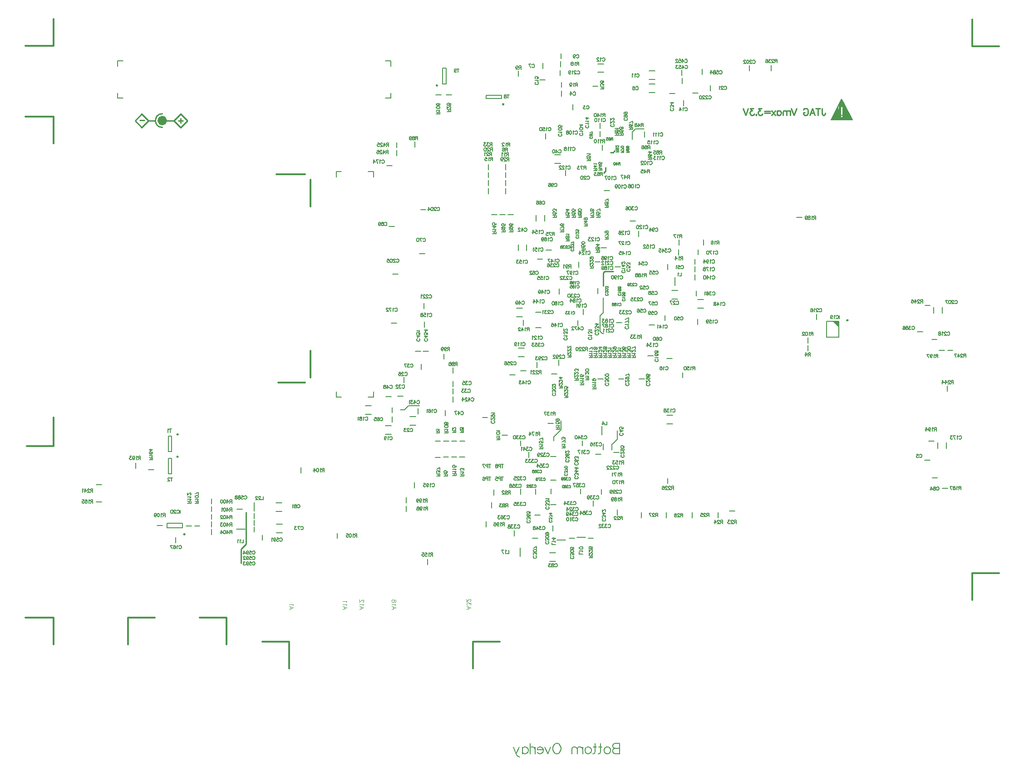
<source format=gbo>
G04*
G04 #@! TF.GenerationSoftware,Altium Limited,Altium Designer,21.6.4 (81)*
G04*
G04 Layer_Color=32896*
%FSLAX24Y24*%
%MOIN*%
G70*
G04*
G04 #@! TF.SameCoordinates,42A8AC4E-8479-4C90-829A-3F1442475C95*
G04*
G04*
G04 #@! TF.FilePolarity,Positive*
G04*
G01*
G75*
%ADD11C,0.0100*%
%ADD12C,0.0098*%
%ADD13C,0.0079*%
%ADD16C,0.0080*%
%ADD17C,0.0060*%
%ADD18C,0.0070*%
%ADD19C,0.0050*%
%ADD20C,0.0030*%
%ADD53C,0.0120*%
%ADD145C,0.0500*%
G36*
X88523Y72672D02*
X88542D01*
Y72633D01*
X88587Y72543D01*
X88587Y72543D01*
X89082Y71546D01*
X88542D01*
X88542Y71576D01*
X88129D01*
X88131Y71546D01*
X87537D01*
X88036Y72557D01*
X88035Y72558D01*
X88062Y72610D01*
X88062Y72611D01*
Y72611D01*
X88308Y73103D01*
X88523Y72672D01*
D02*
G37*
%LPC*%
G36*
X88065Y72557D02*
X88097Y72076D01*
Y72556D01*
X88065Y72557D01*
D02*
G37*
G36*
X88372Y72502D02*
X88267D01*
Y71746D01*
X88372D01*
Y71913D01*
Y71871D01*
X88267D01*
Y72121D01*
X88290Y71913D01*
X88351D01*
X88372Y72120D01*
Y72502D01*
D02*
G37*
%LPD*%
D11*
X38410Y72000D02*
G03*
X38410Y71000I0J-500D01*
G01*
X39758Y71002D02*
X40256Y71500D01*
X39260D02*
X39758Y71002D01*
Y71998D02*
X40256Y71500D01*
X39260D02*
X39758Y71998D01*
X36910Y71004D02*
X37408Y71502D01*
X36412D02*
X36910Y71004D01*
Y72000D02*
X37408Y71502D01*
X37910D01*
X36412D02*
X36910Y72000D01*
X38510Y71500D02*
X39260D01*
X44559Y40388D02*
Y42728D01*
X44209Y40038D02*
X44559Y40388D01*
X44209Y38998D02*
Y40038D01*
X70883Y60418D02*
X71523D01*
X70783Y60318D02*
X70883Y60418D01*
X70783Y59368D02*
Y60318D01*
X71343Y69168D02*
X71513D01*
X71623Y69278D01*
X70953Y67788D02*
Y68048D01*
X70833Y67668D02*
X70953Y67788D01*
X86862Y72400D02*
Y72019D01*
X86886Y71948D01*
X86910Y71924D01*
X86957Y71900D01*
X87005D01*
X87052Y71924D01*
X87076Y71948D01*
X87100Y72019D01*
Y72067D01*
X86567Y72400D02*
Y71900D01*
X86733Y72400D02*
X86400D01*
X85960Y71900D02*
X86150Y72400D01*
X86341Y71900D01*
X86269Y72067D02*
X86031D01*
X85486Y72281D02*
X85510Y72328D01*
X85557Y72376D01*
X85605Y72400D01*
X85700D01*
X85748Y72376D01*
X85796Y72328D01*
X85819Y72281D01*
X85843Y72209D01*
Y72090D01*
X85819Y72019D01*
X85796Y71971D01*
X85748Y71924D01*
X85700Y71900D01*
X85605D01*
X85557Y71924D01*
X85510Y71971D01*
X85486Y72019D01*
Y72090D01*
X85605D02*
X85486D01*
X84979Y72400D02*
X84789Y71900D01*
X84598Y72400D02*
X84789Y71900D01*
X84534Y72233D02*
Y71900D01*
Y72138D02*
X84462Y72209D01*
X84415Y72233D01*
X84343D01*
X84296Y72209D01*
X84272Y72138D01*
Y71900D01*
Y72138D02*
X84201Y72209D01*
X84153Y72233D01*
X84082D01*
X84034Y72209D01*
X84010Y72138D01*
Y71900D01*
X83567Y72233D02*
Y71900D01*
Y72162D02*
X83615Y72209D01*
X83663Y72233D01*
X83734D01*
X83782Y72209D01*
X83829Y72162D01*
X83853Y72090D01*
Y72043D01*
X83829Y71971D01*
X83782Y71924D01*
X83734Y71900D01*
X83663D01*
X83615Y71924D01*
X83567Y71971D01*
X83434Y72233D02*
X83172Y71900D01*
Y72233D02*
X83434Y71900D01*
X83068Y72186D02*
X82639D01*
X83068Y72043D02*
X82639D01*
X82444Y72400D02*
X82182D01*
X82325Y72209D01*
X82253D01*
X82206Y72186D01*
X82182Y72162D01*
X82158Y72090D01*
Y72043D01*
X82182Y71971D01*
X82230Y71924D01*
X82301Y71900D01*
X82372D01*
X82444Y71924D01*
X82468Y71948D01*
X82491Y71995D01*
X82023Y71948D02*
X82046Y71924D01*
X82023Y71900D01*
X81999Y71924D01*
X82023Y71948D01*
X81842Y72400D02*
X81580D01*
X81723Y72209D01*
X81651D01*
X81604Y72186D01*
X81580Y72162D01*
X81556Y72090D01*
Y72043D01*
X81580Y71971D01*
X81627Y71924D01*
X81699Y71900D01*
X81770D01*
X81842Y71924D01*
X81865Y71948D01*
X81889Y71995D01*
X81444Y72400D02*
X81254Y71900D01*
X81063Y72400D02*
X81254Y71900D01*
X36750Y71510D02*
X37083D01*
X39600Y71500D02*
X39933D01*
X39767Y71667D02*
Y71333D01*
D12*
X39583Y48457D02*
G03*
X39583Y48457I-49J0D01*
G01*
X39573Y46817D02*
G03*
X39573Y46817I-49J0D01*
G01*
X88765Y56837D02*
G03*
X88765Y56837I-49J0D01*
G01*
X58631Y74089D02*
G03*
X58631Y74089I-49J0D01*
G01*
X63488Y72699D02*
G03*
X63488Y72699I-49J0D01*
G01*
X40077Y41118D02*
G03*
X40077Y41118I-49J0D01*
G01*
D13*
X87537Y71546D02*
X89082D01*
X88307Y73103D02*
X89085Y71547D01*
X87531Y71548D02*
X88308Y73103D01*
X56500Y50550D02*
X57300D01*
X56200Y50250D02*
X56500Y50550D01*
X55900Y50250D02*
X56200D01*
X55336Y60208D02*
X55730D01*
X57382Y64973D02*
X57776D01*
X54902Y68189D02*
X55295D01*
X55226Y56614D02*
X55620D01*
X57649Y56334D02*
Y56728D01*
X57289Y61730D02*
X57683D01*
X55059Y63720D02*
X55453D01*
X33553Y43500D02*
X33947D01*
X37403Y45850D02*
X37797D01*
X59276Y73398D02*
X59670D01*
X85833Y54593D02*
Y54987D01*
X75656Y73478D02*
X76050D01*
X76343Y61631D02*
Y62025D01*
X48603Y45621D02*
Y46015D01*
X75466Y54018D02*
X75860D01*
X55696Y51258D02*
X56090D01*
X54826Y51238D02*
X55220D01*
X62353Y67901D02*
Y68295D01*
Y66721D02*
Y67115D01*
Y67311D02*
Y67705D01*
Y66131D02*
Y66525D01*
X63633Y66131D02*
Y66525D01*
X63633Y67311D02*
Y67705D01*
X63633Y66721D02*
Y67115D01*
X63633Y67901D02*
Y68295D01*
X81523Y75161D02*
Y75555D01*
X67633Y74811D02*
Y75205D01*
X77376Y73538D02*
X77770D01*
X40152Y41728D02*
X40546D01*
X67733Y73291D02*
Y73685D01*
X76563Y74821D02*
Y75215D01*
X62183Y41671D02*
Y42065D01*
X75543Y44841D02*
Y45235D01*
X58446Y47968D02*
X58840D01*
X59646D02*
X60040D01*
X59046Y46788D02*
X59440D01*
X60236D02*
X60630D01*
X56913Y44521D02*
Y44915D01*
X96073Y51631D02*
Y52025D01*
X74063Y54240D02*
X74457D01*
X66570Y70155D02*
Y70549D01*
X64552Y54791D02*
X64985D01*
X64552Y54161D02*
X64985D01*
X70740Y69329D02*
Y69723D01*
X95368Y47421D02*
Y47855D01*
X95998Y47421D02*
Y47855D01*
X64943Y56461D02*
Y56855D01*
X70573Y70921D02*
Y71315D01*
X66727Y49269D02*
X67121D01*
X77763Y61641D02*
Y62035D01*
X66596Y61978D02*
X66990D01*
X57198Y49960D02*
Y50354D01*
X77543Y59781D02*
Y60175D01*
X66873Y39745D02*
X67307D01*
X66873Y39115D02*
X67307D01*
X66479Y64120D02*
Y64554D01*
X65849Y64120D02*
Y64554D01*
X67241Y68344D02*
X67674D01*
X67241Y68974D02*
X67674D01*
X57435Y53228D02*
Y53621D01*
X59770Y51973D02*
Y52367D01*
X56586Y49753D02*
X57020D01*
X56586Y49123D02*
X57020D01*
X54796Y49093D02*
X55230D01*
X54796Y48463D02*
X55230D01*
X67743Y73941D02*
Y74335D01*
X67663Y75451D02*
Y75845D01*
X71415Y47333D02*
Y47767D01*
X70785Y47333D02*
Y47767D01*
X64548Y61961D02*
Y62395D01*
X65178Y61961D02*
Y62395D01*
X75840Y59023D02*
X76273D01*
X75840Y58393D02*
X76273D01*
X56150Y52253D02*
Y52647D01*
X74156Y74513D02*
X74590D01*
X74156Y75143D02*
X74590D01*
X70386Y75043D02*
X70820D01*
X70386Y75673D02*
X70820D01*
X74153Y74189D02*
X74586D01*
X74153Y73559D02*
X74586D01*
X66353Y75321D02*
Y75715D01*
X76683Y72591D02*
Y72985D01*
X66136Y74478D02*
X66530D01*
X75323Y56811D02*
Y57205D01*
X75523Y60549D02*
Y60943D01*
X70577Y70334D02*
Y70728D01*
X73831Y70293D02*
Y70687D01*
X73410Y63003D02*
Y63397D01*
X68015Y67447D02*
Y67841D01*
X63926Y52818D02*
X64320D01*
X64713Y47608D02*
Y48002D01*
X66933Y43290D02*
X67327D01*
X69270Y47608D02*
Y48002D01*
X65343Y46761D02*
Y47155D01*
X67100Y41363D02*
Y41757D01*
X69142Y44074D02*
Y44468D01*
X77623Y58611D02*
Y59005D01*
X66928Y45098D02*
X67322D01*
X65757Y42510D02*
X66150D01*
X59770Y50823D02*
Y51217D01*
X55303Y50041D02*
Y50435D01*
X64442Y57733D02*
X64875D01*
X64442Y57103D02*
X64875D01*
X68922Y56444D02*
Y56838D01*
X43891Y42972D02*
X44285D01*
X45772Y40677D02*
Y41070D01*
X45151Y41771D02*
Y42165D01*
Y41279D02*
Y41672D01*
Y42263D02*
Y42657D01*
X68852Y40905D02*
X69482D01*
X64680Y39496D02*
Y40126D01*
X43872Y41476D02*
X44502D01*
X45171Y42834D02*
Y43464D01*
X76353Y62361D02*
Y62755D01*
X70016Y74038D02*
X70410D01*
X59750Y52953D02*
Y53347D01*
X56950Y69553D02*
Y69947D01*
X59088Y53976D02*
Y54369D01*
X51250Y40811D02*
Y41205D01*
X57884Y38898D02*
Y39291D01*
X42021Y43346D02*
Y43739D01*
Y42780D02*
Y43173D01*
Y42214D02*
Y42607D01*
Y41648D02*
Y42042D01*
X42019Y41081D02*
Y41475D01*
X55643Y69511D02*
Y69905D01*
X55643Y68936D02*
Y69330D01*
X39111Y47197D02*
Y48339D01*
X38855D02*
X39111D01*
X38855Y47197D02*
Y48339D01*
Y47197D02*
X39111D01*
X38845Y45557D02*
X39101D01*
X38845D02*
Y46699D01*
X39101D01*
Y45557D02*
Y46699D01*
X68563Y72281D02*
Y72675D01*
X94386Y46558D02*
X94780D01*
X67683Y76041D02*
Y76435D01*
X65836Y56288D02*
X66230D01*
X71675Y60746D02*
X72069D01*
X64736Y53128D02*
X65130D01*
X65836Y57428D02*
X66230D01*
X77726Y58353D02*
X78160D01*
X77726Y57723D02*
X78160D01*
X67571Y58768D02*
Y59162D01*
X65948Y61325D02*
X66341D01*
X77733Y56531D02*
Y56925D01*
X39389Y40501D02*
Y40895D01*
X71764Y56642D02*
X72157D01*
X77521Y60383D02*
Y60777D01*
X69316Y57252D02*
Y57645D01*
X70386Y58787D02*
Y59181D01*
X77521Y60945D02*
Y61339D01*
X67514Y53521D02*
Y53915D01*
X65920Y53354D02*
Y53748D01*
X71566Y47118D02*
X71960D01*
X71914Y52527D02*
X72308D01*
X73420D02*
X73814D01*
X70664Y44043D02*
Y44437D01*
X70398Y52527D02*
X70792D01*
X66993Y52891D02*
X67386D01*
X72768Y64122D02*
X73161D01*
X65606Y40838D02*
X66000D01*
X68301Y40826D02*
X68694D01*
X70235Y46988D02*
X70629D01*
X65841Y44063D02*
Y44456D01*
X66923Y46830D02*
X67317D01*
X64270Y41004D02*
Y41397D01*
X70073Y43196D02*
Y43590D01*
X64729Y44053D02*
Y44446D01*
X66957Y44074D02*
Y44468D01*
X57003Y54550D02*
X57397D01*
X76583Y74221D02*
Y74615D01*
X57553Y54550D02*
X57947D01*
X67396Y40706D02*
X68026D01*
X70632Y62144D02*
X71025D01*
X70866Y66358D02*
X71260D01*
X68998Y60717D02*
Y61110D01*
X64573Y74771D02*
Y75165D01*
X69679Y40826D02*
X70072D01*
X70179Y61110D02*
X70573D01*
X36450Y45953D02*
Y46347D01*
X83133Y75161D02*
Y75555D01*
X59770Y51423D02*
Y51817D01*
X55293Y49371D02*
Y49765D01*
X93876Y55998D02*
X94270D01*
X70704Y48435D02*
Y49065D01*
X33553Y44750D02*
X33947D01*
X59200Y49823D02*
Y50217D01*
X78663Y73691D02*
Y74085D01*
X94416Y57918D02*
X94810D01*
X96083Y54616D02*
X96476D01*
X95703Y44505D02*
X96097D01*
X94706Y47968D02*
X95100D01*
X62773Y43991D02*
Y44385D01*
X78173Y62351D02*
Y62745D01*
X62583Y43061D02*
Y43455D01*
X63376Y48398D02*
X63770D01*
X56313Y42791D02*
Y43185D01*
X56313Y43421D02*
Y43815D01*
X61916Y49688D02*
X62310D01*
X46802Y41843D02*
X47235D01*
X46802Y41213D02*
X47235D01*
X46772Y43433D02*
X47205D01*
X46772Y42803D02*
X47205D01*
X59646Y46778D02*
X60040D01*
X60246Y47968D02*
X60640D01*
X59056D02*
X59450D01*
X58446Y46768D02*
X58840D01*
X95058Y57371D02*
Y57805D01*
X95688Y57371D02*
Y57805D01*
X63206Y64598D02*
X63600D01*
X63796D02*
X64190D01*
X62596D02*
X62990D01*
X85833Y55173D02*
Y55567D01*
X40782Y41738D02*
X41176D01*
X38042Y41748D02*
X38436D01*
X85003Y64378D02*
X85397D01*
X86447Y56890D02*
Y57283D01*
X74156Y56478D02*
X74550D01*
X75446Y49843D02*
X75880D01*
X75446Y49213D02*
X75880D01*
X71833Y42521D02*
Y42915D01*
X80076Y42838D02*
X80470D01*
X79243Y42331D02*
Y42725D01*
X77343Y42331D02*
Y42725D01*
X75413Y42321D02*
Y42715D01*
X73593Y42331D02*
Y42725D01*
X94916Y55418D02*
X95310D01*
X94946Y45268D02*
X95340D01*
X78073Y74881D02*
Y75275D01*
X58486Y73398D02*
X58880D01*
X76634Y52608D02*
Y53002D01*
X57628Y57697D02*
Y58091D01*
X53326Y49933D02*
X53760D01*
X53326Y50563D02*
X53760D01*
X76068Y59377D02*
Y60007D01*
X95463Y54616D02*
X95856D01*
X87210Y55577D02*
X88096D01*
X87210D02*
Y56759D01*
X88096D01*
Y55577D02*
Y56759D01*
X88017D02*
X88096Y56680D01*
X87938Y56759D02*
X88096Y56601D01*
X87860Y56759D02*
X88096Y56522D01*
X87781Y56759D02*
X88096Y56444D01*
X87702Y56759D02*
X88096Y56365D01*
X59005Y75349D02*
X59261D01*
Y74207D02*
Y75349D01*
X59005Y74207D02*
X59261D01*
X59005D02*
Y75349D01*
X62179Y73132D02*
X63321D01*
Y73368D01*
X62179D02*
X63321D01*
X62179Y73132D02*
Y73368D01*
X38768Y41581D02*
Y41915D01*
X39910D01*
Y41581D02*
Y41915D01*
X38768Y41581D02*
X39910D01*
D16*
X55200Y75506D02*
Y75900D01*
X54806D02*
X55200D01*
X54806Y73144D02*
X55200D01*
Y73538D01*
X35121Y75506D02*
Y75900D01*
X35515D01*
X35121Y73144D02*
X35515D01*
X35121D02*
Y73538D01*
X70735Y55866D02*
X70835D01*
X70573Y56028D02*
X70735Y55866D01*
X70779Y57374D02*
Y58490D01*
X70573Y57168D02*
X70779Y57374D01*
X70573Y56028D02*
Y57168D01*
X67168Y47977D02*
Y48269D01*
X67696Y48797D01*
Y49470D01*
X71816Y48088D02*
Y48718D01*
X71481Y47753D02*
X71816Y48088D01*
X73174Y70903D02*
X73804D01*
X72918Y70647D02*
X73174Y70903D01*
X72918Y70116D02*
Y70647D01*
X51181Y67760D02*
X51575D01*
X51181Y67366D02*
Y67760D01*
X53937Y67366D02*
Y67760D01*
X53543D02*
X53937D01*
X51181Y51181D02*
X51575D01*
X51181D02*
Y51575D01*
X53937Y51181D02*
Y51575D01*
X53543Y51181D02*
X53937D01*
D17*
X77520Y53439D02*
Y53189D01*
Y53439D02*
X77413D01*
X77377Y53427D01*
X77365Y53415D01*
X77353Y53391D01*
Y53368D01*
X77365Y53344D01*
X77377Y53332D01*
X77413Y53320D01*
X77520D01*
X77436D02*
X77353Y53189D01*
X77297Y53391D02*
X77273Y53403D01*
X77238Y53439D01*
Y53189D01*
X76971Y53439D02*
X77090D01*
X77102Y53332D01*
X77090Y53344D01*
X77054Y53356D01*
X77019D01*
X76983Y53344D01*
X76959Y53320D01*
X76947Y53284D01*
Y53260D01*
X76959Y53225D01*
X76983Y53201D01*
X77019Y53189D01*
X77054D01*
X77090Y53201D01*
X77102Y53213D01*
X77114Y53237D01*
X76820Y53439D02*
X76856Y53427D01*
X76879Y53391D01*
X76891Y53332D01*
Y53296D01*
X76879Y53237D01*
X76856Y53201D01*
X76820Y53189D01*
X76796D01*
X76760Y53201D01*
X76737Y53237D01*
X76725Y53296D01*
Y53332D01*
X76737Y53391D01*
X76760Y53427D01*
X76796Y53439D01*
X76820D01*
X79334Y75118D02*
X79346Y75142D01*
X79370Y75166D01*
X79394Y75178D01*
X79442D01*
X79465Y75166D01*
X79489Y75142D01*
X79501Y75118D01*
X79513Y75083D01*
Y75023D01*
X79501Y74988D01*
X79489Y74964D01*
X79465Y74940D01*
X79442Y74928D01*
X79394D01*
X79370Y74940D01*
X79346Y74964D01*
X79334Y74988D01*
X79121Y75178D02*
X79240D01*
X79252Y75071D01*
X79240Y75083D01*
X79205Y75095D01*
X79169D01*
X79133Y75083D01*
X79110Y75059D01*
X79098Y75023D01*
Y74999D01*
X79110Y74964D01*
X79133Y74940D01*
X79169Y74928D01*
X79205D01*
X79240Y74940D01*
X79252Y74952D01*
X79264Y74976D01*
X78982Y75178D02*
X79018Y75166D01*
X79030Y75142D01*
Y75118D01*
X79018Y75095D01*
X78994Y75083D01*
X78946Y75071D01*
X78911Y75059D01*
X78887Y75035D01*
X78875Y75011D01*
Y74976D01*
X78887Y74952D01*
X78899Y74940D01*
X78935Y74928D01*
X78982D01*
X79018Y74940D01*
X79030Y74952D01*
X79042Y74976D01*
Y75011D01*
X79030Y75035D01*
X79006Y75059D01*
X78970Y75071D01*
X78923Y75083D01*
X78899Y75095D01*
X78887Y75118D01*
Y75142D01*
X78899Y75166D01*
X78935Y75178D01*
X78982D01*
X78700D02*
X78819Y75011D01*
X78641D01*
X78700Y75178D02*
Y74928D01*
X95271Y44540D02*
X95283Y44564D01*
X95307Y44588D01*
X95331Y44600D01*
X95379D01*
X95402Y44588D01*
X95426Y44564D01*
X95438Y44540D01*
X95450Y44505D01*
Y44445D01*
X95438Y44410D01*
X95426Y44386D01*
X95402Y44362D01*
X95379Y44350D01*
X95331D01*
X95307Y44362D01*
X95283Y44386D01*
X95271Y44410D01*
X95142Y44600D02*
X95177Y44588D01*
X95189Y44564D01*
Y44540D01*
X95177Y44517D01*
X95154Y44505D01*
X95106Y44493D01*
X95070Y44481D01*
X95047Y44457D01*
X95035Y44433D01*
Y44398D01*
X95047Y44374D01*
X95058Y44362D01*
X95094Y44350D01*
X95142D01*
X95177Y44362D01*
X95189Y44374D01*
X95201Y44398D01*
Y44433D01*
X95189Y44457D01*
X95166Y44481D01*
X95130Y44493D01*
X95082Y44505D01*
X95058Y44517D01*
X95047Y44540D01*
Y44564D01*
X95058Y44588D01*
X95094Y44600D01*
X95142D01*
X94860D02*
X94979Y44433D01*
X94800D01*
X94860Y44600D02*
Y44350D01*
X96061Y55920D02*
X96073Y55944D01*
X96097Y55968D01*
X96121Y55980D01*
X96169D01*
X96192Y55968D01*
X96216Y55944D01*
X96228Y55920D01*
X96240Y55885D01*
Y55825D01*
X96228Y55790D01*
X96216Y55766D01*
X96192Y55742D01*
X96169Y55730D01*
X96121D01*
X96097Y55742D01*
X96073Y55766D01*
X96061Y55790D01*
X95979Y55920D02*
Y55932D01*
X95967Y55956D01*
X95956Y55968D01*
X95932Y55980D01*
X95884D01*
X95860Y55968D01*
X95848Y55956D01*
X95837Y55932D01*
Y55909D01*
X95848Y55885D01*
X95872Y55849D01*
X95991Y55730D01*
X95825D01*
X95769Y55932D02*
X95745Y55944D01*
X95709Y55980D01*
Y55730D01*
X95526Y55980D02*
X95562Y55968D01*
X95573Y55944D01*
Y55920D01*
X95562Y55897D01*
X95538Y55885D01*
X95490Y55873D01*
X95454Y55861D01*
X95431Y55837D01*
X95419Y55813D01*
Y55778D01*
X95431Y55754D01*
X95443Y55742D01*
X95478Y55730D01*
X95526D01*
X95562Y55742D01*
X95573Y55754D01*
X95585Y55778D01*
Y55813D01*
X95573Y55837D01*
X95550Y55861D01*
X95514Y55873D01*
X95466Y55885D01*
X95443Y55897D01*
X95431Y55920D01*
Y55944D01*
X95443Y55968D01*
X95478Y55980D01*
X95526D01*
X74783Y42658D02*
Y42408D01*
Y42658D02*
X74676D01*
X74640Y42646D01*
X74628Y42634D01*
X74616Y42610D01*
Y42587D01*
X74628Y42563D01*
X74640Y42551D01*
X74676Y42539D01*
X74783D01*
X74700D02*
X74616Y42408D01*
X74549Y42598D02*
Y42610D01*
X74537Y42634D01*
X74525Y42646D01*
X74501Y42658D01*
X74453D01*
X74429Y42646D01*
X74418Y42634D01*
X74406Y42610D01*
Y42587D01*
X74418Y42563D01*
X74441Y42527D01*
X74560Y42408D01*
X74394D01*
X74171Y42658D02*
X74290Y42408D01*
X74338Y42658D02*
X74171D01*
X76623Y42638D02*
Y42388D01*
Y42638D02*
X76516D01*
X76480Y42626D01*
X76468Y42614D01*
X76456Y42590D01*
Y42567D01*
X76468Y42543D01*
X76480Y42531D01*
X76516Y42519D01*
X76623D01*
X76540D02*
X76456Y42388D01*
X76389Y42578D02*
Y42590D01*
X76377Y42614D01*
X76365Y42626D01*
X76341Y42638D01*
X76293D01*
X76269Y42626D01*
X76258Y42614D01*
X76246Y42590D01*
Y42567D01*
X76258Y42543D01*
X76281Y42507D01*
X76400Y42388D01*
X76234D01*
X76035Y42602D02*
X76047Y42626D01*
X76083Y42638D01*
X76106D01*
X76142Y42626D01*
X76166Y42590D01*
X76178Y42531D01*
Y42471D01*
X76166Y42424D01*
X76142Y42400D01*
X76106Y42388D01*
X76095D01*
X76059Y42400D01*
X76035Y42424D01*
X76023Y42459D01*
Y42471D01*
X76035Y42507D01*
X76059Y42531D01*
X76095Y42543D01*
X76106D01*
X76142Y42531D01*
X76166Y42507D01*
X76178Y42471D01*
X78553Y42658D02*
Y42408D01*
Y42658D02*
X78446D01*
X78410Y42646D01*
X78398Y42634D01*
X78386Y42610D01*
Y42587D01*
X78398Y42563D01*
X78410Y42551D01*
X78446Y42539D01*
X78553D01*
X78470D02*
X78386Y42408D01*
X78319Y42598D02*
Y42610D01*
X78307Y42634D01*
X78295Y42646D01*
X78271Y42658D01*
X78223D01*
X78200Y42646D01*
X78188Y42634D01*
X78176Y42610D01*
Y42587D01*
X78188Y42563D01*
X78211Y42527D01*
X78330Y42408D01*
X78164D01*
X77965Y42658D02*
X78084D01*
X78096Y42551D01*
X78084Y42563D01*
X78048Y42575D01*
X78013D01*
X77977Y42563D01*
X77953Y42539D01*
X77941Y42503D01*
Y42479D01*
X77953Y42444D01*
X77977Y42420D01*
X78013Y42408D01*
X78048D01*
X78084Y42420D01*
X78096Y42432D01*
X78108Y42456D01*
X79550Y42150D02*
Y41900D01*
Y42150D02*
X79443D01*
X79407Y42138D01*
X79395Y42126D01*
X79383Y42102D01*
Y42079D01*
X79395Y42055D01*
X79407Y42043D01*
X79443Y42031D01*
X79550D01*
X79467D02*
X79383Y41900D01*
X79316Y42090D02*
Y42102D01*
X79304Y42126D01*
X79292Y42138D01*
X79268Y42150D01*
X79220D01*
X79197Y42138D01*
X79185Y42126D01*
X79173Y42102D01*
Y42079D01*
X79185Y42055D01*
X79208Y42019D01*
X79327Y41900D01*
X79161D01*
X78986Y42150D02*
X79105Y41983D01*
X78926D01*
X78986Y42150D02*
Y41900D01*
X80550Y42150D02*
Y41900D01*
Y42150D02*
X80443D01*
X80407Y42138D01*
X80395Y42126D01*
X80383Y42102D01*
Y42079D01*
X80395Y42055D01*
X80407Y42043D01*
X80443Y42031D01*
X80550D01*
X80467D02*
X80383Y41900D01*
X80316Y42090D02*
Y42102D01*
X80304Y42126D01*
X80292Y42138D01*
X80268Y42150D01*
X80220D01*
X80197Y42138D01*
X80185Y42126D01*
X80173Y42102D01*
Y42079D01*
X80185Y42055D01*
X80208Y42019D01*
X80327Y41900D01*
X80161D01*
X80081Y42150D02*
X79950D01*
X80022Y42055D01*
X79986D01*
X79962Y42043D01*
X79950Y42031D01*
X79938Y41995D01*
Y41971D01*
X79950Y41936D01*
X79974Y41912D01*
X80010Y41900D01*
X80045D01*
X80081Y41912D01*
X80093Y41924D01*
X80105Y41948D01*
X72193Y42428D02*
Y42178D01*
Y42428D02*
X72086D01*
X72050Y42416D01*
X72038Y42404D01*
X72026Y42380D01*
Y42357D01*
X72038Y42333D01*
X72050Y42321D01*
X72086Y42309D01*
X72193D01*
X72110D02*
X72026Y42178D01*
X71959Y42368D02*
Y42380D01*
X71947Y42404D01*
X71935Y42416D01*
X71911Y42428D01*
X71863D01*
X71839Y42416D01*
X71828Y42404D01*
X71816Y42380D01*
Y42357D01*
X71828Y42333D01*
X71851Y42297D01*
X71970Y42178D01*
X71804D01*
X71736Y42368D02*
Y42380D01*
X71724Y42404D01*
X71712Y42416D01*
X71688Y42428D01*
X71641D01*
X71617Y42416D01*
X71605Y42404D01*
X71593Y42380D01*
Y42357D01*
X71605Y42333D01*
X71629Y42297D01*
X71748Y42178D01*
X71581D01*
X75894Y50268D02*
X75906Y50292D01*
X75930Y50316D01*
X75954Y50328D01*
X76002D01*
X76025Y50316D01*
X76049Y50292D01*
X76061Y50268D01*
X76073Y50233D01*
Y50173D01*
X76061Y50138D01*
X76049Y50114D01*
X76025Y50090D01*
X76002Y50078D01*
X75954D01*
X75930Y50090D01*
X75906Y50114D01*
X75894Y50138D01*
X75824Y50280D02*
X75800Y50292D01*
X75765Y50328D01*
Y50078D01*
X75617Y50328D02*
X75486D01*
X75558Y50233D01*
X75522D01*
X75498Y50221D01*
X75486Y50209D01*
X75474Y50173D01*
Y50149D01*
X75486Y50114D01*
X75510Y50090D01*
X75546Y50078D01*
X75581D01*
X75617Y50090D01*
X75629Y50102D01*
X75641Y50126D01*
X75359Y50328D02*
X75395Y50316D01*
X75406Y50292D01*
Y50268D01*
X75395Y50245D01*
X75371Y50233D01*
X75323Y50221D01*
X75287Y50209D01*
X75264Y50185D01*
X75252Y50161D01*
Y50126D01*
X75264Y50102D01*
X75276Y50090D01*
X75311Y50078D01*
X75359D01*
X75395Y50090D01*
X75406Y50102D01*
X75418Y50126D01*
Y50161D01*
X75406Y50185D01*
X75383Y50209D01*
X75347Y50221D01*
X75299Y50233D01*
X75276Y50245D01*
X75264Y50268D01*
Y50292D01*
X75276Y50316D01*
X75311Y50328D01*
X75359D01*
X75321Y56440D02*
X75333Y56464D01*
X75357Y56488D01*
X75381Y56500D01*
X75429D01*
X75452Y56488D01*
X75476Y56464D01*
X75488Y56440D01*
X75500Y56405D01*
Y56345D01*
X75488Y56310D01*
X75476Y56286D01*
X75452Y56262D01*
X75429Y56250D01*
X75381D01*
X75357Y56262D01*
X75333Y56286D01*
X75321Y56310D01*
X75251Y56452D02*
X75227Y56464D01*
X75192Y56500D01*
Y56250D01*
X74949Y56500D02*
X75068Y56333D01*
X74889D01*
X74949Y56500D02*
Y56250D01*
X74845Y56452D02*
X74822Y56464D01*
X74786Y56500D01*
Y56250D01*
X39716Y42900D02*
Y42650D01*
X39485Y42840D02*
X39497Y42864D01*
X39521Y42888D01*
X39544Y42900D01*
X39592D01*
X39616Y42888D01*
X39640Y42864D01*
X39651Y42840D01*
X39663Y42805D01*
Y42745D01*
X39651Y42710D01*
X39640Y42686D01*
X39616Y42662D01*
X39592Y42650D01*
X39544D01*
X39521Y42662D01*
X39497Y42686D01*
X39485Y42710D01*
X39403Y42840D02*
Y42852D01*
X39391Y42876D01*
X39379Y42888D01*
X39355Y42900D01*
X39307D01*
X39284Y42888D01*
X39272Y42876D01*
X39260Y42852D01*
Y42829D01*
X39272Y42805D01*
X39296Y42769D01*
X39415Y42650D01*
X39248D01*
X39121Y42900D02*
X39156Y42888D01*
X39180Y42852D01*
X39192Y42793D01*
Y42757D01*
X39180Y42698D01*
X39156Y42662D01*
X39121Y42650D01*
X39097D01*
X39061Y42662D01*
X39037Y42698D01*
X39025Y42757D01*
Y42793D01*
X39037Y42852D01*
X39061Y42888D01*
X39097Y42900D01*
X39121D01*
X86661Y57640D02*
X86673Y57664D01*
X86697Y57688D01*
X86721Y57700D01*
X86769D01*
X86792Y57688D01*
X86816Y57664D01*
X86828Y57640D01*
X86840Y57605D01*
Y57545D01*
X86828Y57510D01*
X86816Y57486D01*
X86792Y57462D01*
X86769Y57450D01*
X86721D01*
X86697Y57462D01*
X86673Y57486D01*
X86661Y57510D01*
X86579Y57640D02*
Y57652D01*
X86567Y57676D01*
X86556Y57688D01*
X86532Y57700D01*
X86484D01*
X86460Y57688D01*
X86448Y57676D01*
X86437Y57652D01*
Y57629D01*
X86448Y57605D01*
X86472Y57569D01*
X86591Y57450D01*
X86425D01*
X86369Y57652D02*
X86345Y57664D01*
X86309Y57700D01*
Y57450D01*
X86043Y57664D02*
X86054Y57688D01*
X86090Y57700D01*
X86114D01*
X86150Y57688D01*
X86173Y57652D01*
X86185Y57593D01*
Y57533D01*
X86173Y57486D01*
X86150Y57462D01*
X86114Y57450D01*
X86102D01*
X86066Y57462D01*
X86043Y57486D01*
X86031Y57521D01*
Y57533D01*
X86043Y57569D01*
X86066Y57593D01*
X86102Y57605D01*
X86114D01*
X86150Y57593D01*
X86173Y57569D01*
X86185Y57533D01*
X86397Y64490D02*
Y64240D01*
Y64490D02*
X86290D01*
X86254Y64478D01*
X86242Y64466D01*
X86230Y64442D01*
Y64419D01*
X86242Y64395D01*
X86254Y64383D01*
X86290Y64371D01*
X86397D01*
X86314D02*
X86230Y64240D01*
X86174Y64442D02*
X86151Y64454D01*
X86115Y64490D01*
Y64240D01*
X85932Y64490D02*
X85967Y64478D01*
X85979Y64454D01*
Y64430D01*
X85967Y64407D01*
X85944Y64395D01*
X85896Y64383D01*
X85860Y64371D01*
X85836Y64347D01*
X85824Y64323D01*
Y64288D01*
X85836Y64264D01*
X85848Y64252D01*
X85884Y64240D01*
X85932D01*
X85967Y64252D01*
X85979Y64264D01*
X85991Y64288D01*
Y64323D01*
X85979Y64347D01*
X85955Y64371D01*
X85920Y64383D01*
X85872Y64395D01*
X85848Y64407D01*
X85836Y64430D01*
Y64454D01*
X85848Y64478D01*
X85884Y64490D01*
X85932D01*
X85614Y64407D02*
X85626Y64371D01*
X85650Y64347D01*
X85685Y64335D01*
X85697D01*
X85733Y64347D01*
X85757Y64371D01*
X85769Y64407D01*
Y64419D01*
X85757Y64454D01*
X85733Y64478D01*
X85697Y64490D01*
X85685D01*
X85650Y64478D01*
X85626Y64454D01*
X85614Y64407D01*
Y64347D01*
X85626Y64288D01*
X85650Y64252D01*
X85685Y64240D01*
X85709D01*
X85745Y64252D01*
X85757Y64276D01*
X38616Y42650D02*
Y42400D01*
Y42650D02*
X38509D01*
X38473Y42638D01*
X38461Y42626D01*
X38449Y42602D01*
Y42579D01*
X38461Y42555D01*
X38473Y42543D01*
X38509Y42531D01*
X38616D01*
X38532D02*
X38449Y42400D01*
X38393Y42602D02*
X38369Y42614D01*
X38334Y42650D01*
Y42400D01*
X38138Y42650D02*
X38174Y42638D01*
X38198Y42602D01*
X38210Y42543D01*
Y42507D01*
X38198Y42448D01*
X38174Y42412D01*
X38138Y42400D01*
X38115D01*
X38079Y42412D01*
X38055Y42448D01*
X38043Y42507D01*
Y42543D01*
X38055Y42602D01*
X38079Y42638D01*
X38115Y42650D01*
X38138D01*
X37833Y42567D02*
X37844Y42531D01*
X37868Y42507D01*
X37904Y42495D01*
X37916D01*
X37952Y42507D01*
X37975Y42531D01*
X37987Y42567D01*
Y42579D01*
X37975Y42614D01*
X37952Y42638D01*
X37916Y42650D01*
X37904D01*
X37868Y42638D01*
X37844Y42614D01*
X37833Y42567D01*
Y42507D01*
X37844Y42448D01*
X37868Y42412D01*
X37904Y42400D01*
X37928D01*
X37964Y42412D01*
X37975Y42436D01*
X41066Y43400D02*
X40816D01*
X41066D02*
Y43507D01*
X41054Y43543D01*
X41042Y43555D01*
X41018Y43567D01*
X40994D01*
X40970Y43555D01*
X40959Y43543D01*
X40947Y43507D01*
Y43400D01*
Y43483D02*
X40816Y43567D01*
X41018Y43623D02*
X41030Y43646D01*
X41066Y43682D01*
X40816D01*
X41066Y43877D02*
X41054Y43842D01*
X41018Y43818D01*
X40959Y43806D01*
X40923D01*
X40863Y43818D01*
X40828Y43842D01*
X40816Y43877D01*
Y43901D01*
X40828Y43937D01*
X40863Y43961D01*
X40923Y43973D01*
X40959D01*
X41018Y43961D01*
X41054Y43937D01*
X41066Y43901D01*
Y43877D01*
Y44195D02*
X40816Y44076D01*
X41066Y44028D02*
Y44195D01*
X86203Y55960D02*
Y55710D01*
Y55960D02*
X86096D01*
X86060Y55948D01*
X86048Y55936D01*
X86036Y55912D01*
Y55889D01*
X86048Y55865D01*
X86060Y55853D01*
X86096Y55841D01*
X86203D01*
X86120D02*
X86036Y55710D01*
X85980Y55912D02*
X85957Y55924D01*
X85921Y55960D01*
Y55710D01*
X85726Y55960D02*
X85761Y55948D01*
X85785Y55912D01*
X85797Y55853D01*
Y55817D01*
X85785Y55758D01*
X85761Y55722D01*
X85726Y55710D01*
X85702D01*
X85666Y55722D01*
X85642Y55758D01*
X85631Y55817D01*
Y55853D01*
X85642Y55912D01*
X85666Y55948D01*
X85702Y55960D01*
X85726D01*
X85563Y55900D02*
Y55912D01*
X85551Y55936D01*
X85539Y55948D01*
X85515Y55960D01*
X85467D01*
X85444Y55948D01*
X85432Y55936D01*
X85420Y55912D01*
Y55889D01*
X85432Y55865D01*
X85456Y55829D01*
X85575Y55710D01*
X85408D01*
X62913Y63198D02*
X62663D01*
X62913D02*
Y63305D01*
X62901Y63341D01*
X62889Y63353D01*
X62865Y63365D01*
X62842D01*
X62818Y63353D01*
X62806Y63341D01*
X62794Y63305D01*
Y63198D01*
Y63281D02*
X62663Y63365D01*
X62865Y63421D02*
X62877Y63444D01*
X62913Y63480D01*
X62663D01*
X62913Y63723D02*
X62746Y63604D01*
Y63782D01*
X62913Y63723D02*
X62663D01*
X62913Y63969D02*
Y63850D01*
X62806Y63838D01*
X62818Y63850D01*
X62830Y63886D01*
Y63922D01*
X62818Y63957D01*
X62794Y63981D01*
X62758Y63993D01*
X62734D01*
X62699Y63981D01*
X62675Y63957D01*
X62663Y63922D01*
Y63886D01*
X62675Y63850D01*
X62687Y63838D01*
X62711Y63826D01*
X64153Y63338D02*
X63903D01*
X64153D02*
Y63445D01*
X64141Y63481D01*
X64129Y63493D01*
X64105Y63505D01*
X64082D01*
X64058Y63493D01*
X64046Y63481D01*
X64034Y63445D01*
Y63338D01*
Y63421D02*
X63903Y63505D01*
X64070Y63715D02*
X64034Y63703D01*
X64010Y63680D01*
X63998Y63644D01*
Y63632D01*
X64010Y63596D01*
X64034Y63572D01*
X64070Y63561D01*
X64082D01*
X64117Y63572D01*
X64141Y63596D01*
X64153Y63632D01*
Y63644D01*
X64141Y63680D01*
X64117Y63703D01*
X64070Y63715D01*
X64010D01*
X63951Y63703D01*
X63915Y63680D01*
X63903Y63644D01*
Y63620D01*
X63915Y63584D01*
X63939Y63572D01*
X64117Y63926D02*
X64141Y63914D01*
X64153Y63878D01*
Y63855D01*
X64141Y63819D01*
X64105Y63795D01*
X64046Y63783D01*
X63986D01*
X63939Y63795D01*
X63915Y63819D01*
X63903Y63855D01*
Y63866D01*
X63915Y63902D01*
X63939Y63926D01*
X63974Y63938D01*
X63986D01*
X64022Y63926D01*
X64046Y63902D01*
X64058Y63866D01*
Y63855D01*
X64046Y63819D01*
X64022Y63795D01*
X63986Y63783D01*
X63583Y63328D02*
X63333D01*
X63583D02*
Y63435D01*
X63571Y63471D01*
X63559Y63483D01*
X63535Y63495D01*
X63512D01*
X63488Y63483D01*
X63476Y63471D01*
X63464Y63435D01*
Y63328D01*
Y63411D02*
X63333Y63495D01*
X63500Y63705D02*
X63464Y63693D01*
X63440Y63670D01*
X63428Y63634D01*
Y63622D01*
X63440Y63586D01*
X63464Y63562D01*
X63500Y63551D01*
X63512D01*
X63547Y63562D01*
X63571Y63586D01*
X63583Y63622D01*
Y63634D01*
X63571Y63670D01*
X63547Y63693D01*
X63500Y63705D01*
X63440D01*
X63381Y63693D01*
X63345Y63670D01*
X63333Y63634D01*
Y63610D01*
X63345Y63574D01*
X63369Y63562D01*
X63583Y63916D02*
Y63797D01*
X63476Y63785D01*
X63488Y63797D01*
X63500Y63833D01*
Y63868D01*
X63488Y63904D01*
X63464Y63928D01*
X63428Y63940D01*
X63404D01*
X63369Y63928D01*
X63345Y63904D01*
X63333Y63868D01*
Y63833D01*
X63345Y63797D01*
X63357Y63785D01*
X63381Y63773D01*
X96621Y58240D02*
X96633Y58264D01*
X96657Y58288D01*
X96681Y58300D01*
X96729D01*
X96752Y58288D01*
X96776Y58264D01*
X96788Y58240D01*
X96800Y58205D01*
Y58145D01*
X96788Y58110D01*
X96776Y58086D01*
X96752Y58062D01*
X96729Y58050D01*
X96681D01*
X96657Y58062D01*
X96633Y58086D01*
X96621Y58110D01*
X96539Y58240D02*
Y58252D01*
X96527Y58276D01*
X96516Y58288D01*
X96492Y58300D01*
X96444D01*
X96420Y58288D01*
X96408Y58276D01*
X96397Y58252D01*
Y58229D01*
X96408Y58205D01*
X96432Y58169D01*
X96551Y58050D01*
X96385D01*
X96257Y58300D02*
X96293Y58288D01*
X96317Y58252D01*
X96329Y58193D01*
Y58157D01*
X96317Y58098D01*
X96293Y58062D01*
X96257Y58050D01*
X96233D01*
X96198Y58062D01*
X96174Y58098D01*
X96162Y58157D01*
Y58193D01*
X96174Y58252D01*
X96198Y58288D01*
X96233Y58300D01*
X96257D01*
X95939D02*
X96058Y58050D01*
X96106Y58300D02*
X95939D01*
X58800Y45400D02*
X58550D01*
X58800D02*
Y45507D01*
X58788Y45543D01*
X58776Y45555D01*
X58752Y45567D01*
X58729D01*
X58705Y45555D01*
X58693Y45543D01*
X58681Y45507D01*
Y45400D01*
Y45483D02*
X58550Y45567D01*
X58800Y45646D02*
Y45777D01*
X58705Y45706D01*
Y45742D01*
X58693Y45765D01*
X58681Y45777D01*
X58645Y45789D01*
X58621D01*
X58586Y45777D01*
X58562Y45753D01*
X58550Y45718D01*
Y45682D01*
X58562Y45646D01*
X58574Y45634D01*
X58598Y45623D01*
X58800Y46012D02*
X58550Y45893D01*
X58800Y45845D02*
Y46012D01*
X59393Y48548D02*
X59143D01*
X59393D02*
Y48655D01*
X59381Y48691D01*
X59369Y48703D01*
X59345Y48715D01*
X59322D01*
X59298Y48703D01*
X59286Y48691D01*
X59274Y48655D01*
Y48548D01*
Y48631D02*
X59143Y48715D01*
X59345Y48771D02*
X59357Y48794D01*
X59393Y48830D01*
X59143D01*
X59393Y49025D02*
X59381Y48990D01*
X59345Y48966D01*
X59286Y48954D01*
X59250D01*
X59191Y48966D01*
X59155Y48990D01*
X59143Y49025D01*
Y49049D01*
X59155Y49085D01*
X59191Y49109D01*
X59250Y49120D01*
X59286D01*
X59345Y49109D01*
X59381Y49085D01*
X59393Y49049D01*
Y49025D01*
Y49236D02*
X59381Y49200D01*
X59357Y49188D01*
X59333D01*
X59310Y49200D01*
X59298Y49224D01*
X59286Y49272D01*
X59274Y49307D01*
X59250Y49331D01*
X59226Y49343D01*
X59191D01*
X59167Y49331D01*
X59155Y49319D01*
X59143Y49284D01*
Y49236D01*
X59155Y49200D01*
X59167Y49188D01*
X59191Y49176D01*
X59226D01*
X59250Y49188D01*
X59274Y49212D01*
X59286Y49248D01*
X59298Y49295D01*
X59310Y49319D01*
X59333Y49331D01*
X59357D01*
X59381Y49319D01*
X59393Y49284D01*
Y49236D01*
X60543Y48578D02*
X60293D01*
X60543D02*
Y48685D01*
X60531Y48721D01*
X60519Y48733D01*
X60495Y48745D01*
X60472D01*
X60448Y48733D01*
X60436Y48721D01*
X60424Y48685D01*
Y48578D01*
Y48661D02*
X60293Y48745D01*
X60543Y48860D02*
X60531Y48824D01*
X60507Y48812D01*
X60483D01*
X60460Y48824D01*
X60448Y48848D01*
X60436Y48896D01*
X60424Y48931D01*
X60400Y48955D01*
X60376Y48967D01*
X60341D01*
X60317Y48955D01*
X60305Y48943D01*
X60293Y48908D01*
Y48860D01*
X60305Y48824D01*
X60317Y48812D01*
X60341Y48801D01*
X60376D01*
X60400Y48812D01*
X60424Y48836D01*
X60436Y48872D01*
X60448Y48920D01*
X60460Y48943D01*
X60483Y48955D01*
X60507D01*
X60531Y48943D01*
X60543Y48908D01*
Y48860D01*
X59983Y45438D02*
X59733D01*
X59983D02*
Y45545D01*
X59971Y45581D01*
X59959Y45593D01*
X59935Y45605D01*
X59912D01*
X59888Y45593D01*
X59876Y45581D01*
X59864Y45545D01*
Y45438D01*
Y45521D02*
X59733Y45605D01*
X59935Y45661D02*
X59947Y45684D01*
X59983Y45720D01*
X59733D01*
X59935Y45844D02*
X59947Y45868D01*
X59983Y45903D01*
X59733D01*
X59983Y46170D02*
Y46051D01*
X59876Y46039D01*
X59888Y46051D01*
X59900Y46087D01*
Y46122D01*
X59888Y46158D01*
X59864Y46182D01*
X59828Y46194D01*
X59804D01*
X59769Y46182D01*
X59745Y46158D01*
X59733Y46122D01*
Y46087D01*
X59745Y46051D01*
X59757Y46039D01*
X59781Y46027D01*
X48340Y43238D02*
X48352Y43262D01*
X48376Y43286D01*
X48400Y43298D01*
X48447D01*
X48471Y43286D01*
X48495Y43262D01*
X48507Y43238D01*
X48519Y43203D01*
Y43143D01*
X48507Y43108D01*
X48495Y43084D01*
X48471Y43060D01*
X48447Y43048D01*
X48400D01*
X48376Y43060D01*
X48352Y43084D01*
X48340Y43108D01*
X48210Y43298D02*
X48246Y43286D01*
X48258Y43262D01*
Y43238D01*
X48246Y43215D01*
X48222Y43203D01*
X48175Y43191D01*
X48139Y43179D01*
X48115Y43155D01*
X48103Y43131D01*
Y43096D01*
X48115Y43072D01*
X48127Y43060D01*
X48163Y43048D01*
X48210D01*
X48246Y43060D01*
X48258Y43072D01*
X48270Y43096D01*
Y43131D01*
X48258Y43155D01*
X48234Y43179D01*
X48199Y43191D01*
X48151Y43203D01*
X48127Y43215D01*
X48115Y43238D01*
Y43262D01*
X48127Y43286D01*
X48163Y43298D01*
X48210D01*
X48047Y43250D02*
X48024Y43262D01*
X47988Y43298D01*
Y43048D01*
X48587Y41640D02*
X48599Y41664D01*
X48623Y41688D01*
X48647Y41700D01*
X48694D01*
X48718Y41688D01*
X48742Y41664D01*
X48754Y41640D01*
X48766Y41605D01*
Y41545D01*
X48754Y41510D01*
X48742Y41486D01*
X48718Y41462D01*
X48694Y41450D01*
X48647D01*
X48623Y41462D01*
X48599Y41486D01*
X48587Y41510D01*
X48350Y41700D02*
X48469Y41450D01*
X48517Y41700D02*
X48350D01*
X48271D02*
X48140D01*
X48211Y41605D01*
X48175D01*
X48152Y41593D01*
X48140Y41581D01*
X48128Y41545D01*
Y41521D01*
X48140Y41486D01*
X48163Y41462D01*
X48199Y41450D01*
X48235D01*
X48271Y41462D01*
X48283Y41474D01*
X48294Y41498D01*
X62766Y49443D02*
X62790Y49431D01*
X62814Y49408D01*
X62826Y49384D01*
Y49336D01*
X62814Y49312D01*
X62790Y49289D01*
X62766Y49277D01*
X62730Y49265D01*
X62671D01*
X62635Y49277D01*
X62611Y49289D01*
X62587Y49312D01*
X62576Y49336D01*
Y49384D01*
X62587Y49408D01*
X62611Y49431D01*
X62635Y49443D01*
X62766Y49525D02*
X62778D01*
X62802Y49537D01*
X62814Y49549D01*
X62826Y49573D01*
Y49621D01*
X62814Y49644D01*
X62802Y49656D01*
X62778Y49668D01*
X62754D01*
X62730Y49656D01*
X62695Y49633D01*
X62576Y49514D01*
Y49680D01*
X62742Y49891D02*
X62707Y49879D01*
X62683Y49855D01*
X62671Y49819D01*
Y49808D01*
X62683Y49772D01*
X62707Y49748D01*
X62742Y49736D01*
X62754D01*
X62790Y49748D01*
X62814Y49772D01*
X62826Y49808D01*
Y49819D01*
X62814Y49855D01*
X62790Y49879D01*
X62742Y49891D01*
X62683D01*
X62623Y49879D01*
X62587Y49855D01*
X62576Y49819D01*
Y49796D01*
X62587Y49760D01*
X62611Y49748D01*
X62778Y49959D02*
X62790Y49982D01*
X62826Y50018D01*
X62576D01*
X57863Y43718D02*
Y43468D01*
Y43718D02*
X57756D01*
X57720Y43706D01*
X57708Y43694D01*
X57696Y43670D01*
Y43647D01*
X57708Y43623D01*
X57720Y43611D01*
X57756Y43599D01*
X57863D01*
X57780D02*
X57696Y43468D01*
X57640Y43670D02*
X57617Y43682D01*
X57581Y43718D01*
Y43468D01*
X57302Y43635D02*
X57314Y43599D01*
X57338Y43575D01*
X57374Y43563D01*
X57386D01*
X57421Y43575D01*
X57445Y43599D01*
X57457Y43635D01*
Y43647D01*
X57445Y43682D01*
X57421Y43706D01*
X57386Y43718D01*
X57374D01*
X57338Y43706D01*
X57314Y43682D01*
X57302Y43635D01*
Y43575D01*
X57314Y43516D01*
X57338Y43480D01*
X57374Y43468D01*
X57398D01*
X57433Y43480D01*
X57445Y43504D01*
X57080Y43635D02*
X57092Y43599D01*
X57116Y43575D01*
X57151Y43563D01*
X57163D01*
X57199Y43575D01*
X57223Y43599D01*
X57235Y43635D01*
Y43647D01*
X57223Y43682D01*
X57199Y43706D01*
X57163Y43718D01*
X57151D01*
X57116Y43706D01*
X57092Y43682D01*
X57080Y43635D01*
Y43575D01*
X57092Y43516D01*
X57116Y43480D01*
X57151Y43468D01*
X57175D01*
X57211Y43480D01*
X57223Y43504D01*
X57903Y43128D02*
Y42878D01*
Y43128D02*
X57796D01*
X57760Y43116D01*
X57748Y43104D01*
X57736Y43080D01*
Y43057D01*
X57748Y43033D01*
X57760Y43021D01*
X57796Y43009D01*
X57903D01*
X57820D02*
X57736Y42878D01*
X57680Y43080D02*
X57657Y43092D01*
X57621Y43128D01*
Y42878D01*
X57342Y43045D02*
X57354Y43009D01*
X57378Y42985D01*
X57414Y42973D01*
X57426D01*
X57461Y42985D01*
X57485Y43009D01*
X57497Y43045D01*
Y43057D01*
X57485Y43092D01*
X57461Y43116D01*
X57426Y43128D01*
X57414D01*
X57378Y43116D01*
X57354Y43092D01*
X57342Y43045D01*
Y42985D01*
X57354Y42926D01*
X57378Y42890D01*
X57414Y42878D01*
X57438D01*
X57473Y42890D01*
X57485Y42914D01*
X57215Y43128D02*
X57251Y43116D01*
X57263Y43092D01*
Y43068D01*
X57251Y43045D01*
X57227Y43033D01*
X57179Y43021D01*
X57144Y43009D01*
X57120Y42985D01*
X57108Y42961D01*
Y42926D01*
X57120Y42902D01*
X57132Y42890D01*
X57167Y42878D01*
X57215D01*
X57251Y42890D01*
X57263Y42902D01*
X57275Y42926D01*
Y42961D01*
X57263Y42985D01*
X57239Y43009D01*
X57203Y43021D01*
X57156Y43033D01*
X57132Y43045D01*
X57120Y43068D01*
Y43092D01*
X57132Y43116D01*
X57167Y43128D01*
X57215D01*
X63200Y48050D02*
X62950D01*
X63200D02*
Y48157D01*
X63188Y48193D01*
X63176Y48205D01*
X63152Y48217D01*
X63129D01*
X63105Y48205D01*
X63093Y48193D01*
X63081Y48157D01*
Y48050D01*
Y48133D02*
X62950Y48217D01*
X63152Y48273D02*
X63164Y48296D01*
X63200Y48332D01*
X62950D01*
X63200Y48527D02*
X63188Y48492D01*
X63152Y48468D01*
X63093Y48456D01*
X63057D01*
X62998Y48468D01*
X62962Y48492D01*
X62950Y48527D01*
Y48551D01*
X62962Y48587D01*
X62998Y48611D01*
X63057Y48622D01*
X63093D01*
X63152Y48611D01*
X63188Y48587D01*
X63200Y48551D01*
Y48527D01*
X63152Y48678D02*
X63164Y48702D01*
X63200Y48738D01*
X62950D01*
X63783Y43358D02*
Y43108D01*
Y43358D02*
X63676D01*
X63640Y43346D01*
X63628Y43334D01*
X63616Y43310D01*
Y43287D01*
X63628Y43263D01*
X63640Y43251D01*
X63676Y43239D01*
X63783D01*
X63700D02*
X63616Y43108D01*
X63501Y43358D02*
X63537Y43346D01*
X63549Y43322D01*
Y43298D01*
X63537Y43275D01*
X63513Y43263D01*
X63465Y43251D01*
X63429Y43239D01*
X63406Y43215D01*
X63394Y43191D01*
Y43156D01*
X63406Y43132D01*
X63418Y43120D01*
X63453Y43108D01*
X63501D01*
X63537Y43120D01*
X63549Y43132D01*
X63560Y43156D01*
Y43191D01*
X63549Y43215D01*
X63525Y43239D01*
X63489Y43251D01*
X63441Y43263D01*
X63418Y43275D01*
X63406Y43298D01*
Y43322D01*
X63418Y43346D01*
X63453Y43358D01*
X63501D01*
X63314D02*
X63183D01*
X63255Y43263D01*
X63219D01*
X63195Y43251D01*
X63183Y43239D01*
X63171Y43203D01*
Y43179D01*
X63183Y43144D01*
X63207Y43120D01*
X63243Y43108D01*
X63278D01*
X63314Y43120D01*
X63326Y43132D01*
X63338Y43156D01*
X79283Y62658D02*
Y62408D01*
Y62658D02*
X79176D01*
X79140Y62646D01*
X79128Y62634D01*
X79116Y62610D01*
Y62587D01*
X79128Y62563D01*
X79140Y62551D01*
X79176Y62539D01*
X79283D01*
X79200D02*
X79116Y62408D01*
X79060Y62610D02*
X79037Y62622D01*
X79001Y62658D01*
Y62408D01*
X78734Y62622D02*
X78746Y62646D01*
X78782Y62658D01*
X78806D01*
X78841Y62646D01*
X78865Y62610D01*
X78877Y62551D01*
Y62491D01*
X78865Y62444D01*
X78841Y62420D01*
X78806Y62408D01*
X78794D01*
X78758Y62420D01*
X78734Y62444D01*
X78722Y62479D01*
Y62491D01*
X78734Y62527D01*
X78758Y62551D01*
X78794Y62563D01*
X78806D01*
X78841Y62551D01*
X78865Y62527D01*
X78877Y62491D01*
X63963Y44308D02*
Y44058D01*
Y44308D02*
X63856D01*
X63820Y44296D01*
X63808Y44284D01*
X63796Y44260D01*
Y44237D01*
X63808Y44213D01*
X63820Y44201D01*
X63856Y44189D01*
X63963D01*
X63880D02*
X63796Y44058D01*
X63586Y44225D02*
X63598Y44189D01*
X63621Y44165D01*
X63657Y44153D01*
X63669D01*
X63705Y44165D01*
X63729Y44189D01*
X63740Y44225D01*
Y44237D01*
X63729Y44272D01*
X63705Y44296D01*
X63669Y44308D01*
X63657D01*
X63621Y44296D01*
X63598Y44272D01*
X63586Y44225D01*
Y44165D01*
X63598Y44106D01*
X63621Y44070D01*
X63657Y44058D01*
X63681D01*
X63717Y44070D01*
X63729Y44094D01*
X63506Y44248D02*
Y44260D01*
X63494Y44284D01*
X63482Y44296D01*
X63458Y44308D01*
X63411D01*
X63387Y44296D01*
X63375Y44284D01*
X63363Y44260D01*
Y44237D01*
X63375Y44213D01*
X63399Y44177D01*
X63518Y44058D01*
X63351D01*
X95250Y48950D02*
Y48700D01*
Y48950D02*
X95143D01*
X95107Y48938D01*
X95095Y48926D01*
X95083Y48902D01*
Y48879D01*
X95095Y48855D01*
X95107Y48843D01*
X95143Y48831D01*
X95250D01*
X95167D02*
X95083Y48700D01*
X95027Y48902D02*
X95004Y48914D01*
X94968Y48950D01*
Y48700D01*
X94689Y48867D02*
X94701Y48831D01*
X94725Y48807D01*
X94761Y48795D01*
X94773D01*
X94808Y48807D01*
X94832Y48831D01*
X94844Y48867D01*
Y48879D01*
X94832Y48914D01*
X94808Y48938D01*
X94773Y48950D01*
X94761D01*
X94725Y48938D01*
X94701Y48914D01*
X94689Y48867D01*
Y48807D01*
X94701Y48748D01*
X94725Y48712D01*
X94761Y48700D01*
X94785D01*
X94820Y48712D01*
X94832Y48736D01*
X94503Y48950D02*
X94622Y48783D01*
X94443D01*
X94503Y48950D02*
Y48700D01*
X97053Y44628D02*
Y44378D01*
Y44628D02*
X96946D01*
X96910Y44616D01*
X96898Y44604D01*
X96886Y44580D01*
Y44557D01*
X96898Y44533D01*
X96910Y44521D01*
X96946Y44509D01*
X97053D01*
X96970D02*
X96886Y44378D01*
X96830Y44580D02*
X96807Y44592D01*
X96771Y44628D01*
Y44378D01*
X96588Y44628D02*
X96623Y44616D01*
X96635Y44592D01*
Y44568D01*
X96623Y44545D01*
X96600Y44533D01*
X96552Y44521D01*
X96516Y44509D01*
X96492Y44485D01*
X96481Y44461D01*
Y44426D01*
X96492Y44402D01*
X96504Y44390D01*
X96540Y44378D01*
X96588D01*
X96623Y44390D01*
X96635Y44402D01*
X96647Y44426D01*
Y44461D01*
X96635Y44485D01*
X96611Y44509D01*
X96576Y44521D01*
X96528Y44533D01*
X96504Y44545D01*
X96492Y44568D01*
Y44592D01*
X96504Y44616D01*
X96540Y44628D01*
X96588D01*
X96258D02*
X96377Y44378D01*
X96425Y44628D02*
X96258D01*
X97420Y54360D02*
Y54110D01*
Y54360D02*
X97313D01*
X97277Y54348D01*
X97265Y54336D01*
X97253Y54312D01*
Y54289D01*
X97265Y54265D01*
X97277Y54253D01*
X97313Y54241D01*
X97420D01*
X97337D02*
X97253Y54110D01*
X97186Y54300D02*
Y54312D01*
X97174Y54336D01*
X97162Y54348D01*
X97138Y54360D01*
X97090D01*
X97066Y54348D01*
X97055Y54336D01*
X97043Y54312D01*
Y54289D01*
X97055Y54265D01*
X97078Y54229D01*
X97197Y54110D01*
X97031D01*
X96856Y54360D02*
X96975Y54193D01*
X96796D01*
X96856Y54360D02*
Y54110D01*
X96586Y54360D02*
X96705Y54110D01*
X96752Y54360D02*
X96586D01*
X94250Y58350D02*
Y58100D01*
Y58350D02*
X94143D01*
X94107Y58338D01*
X94095Y58326D01*
X94083Y58302D01*
Y58279D01*
X94095Y58255D01*
X94107Y58243D01*
X94143Y58231D01*
X94250D01*
X94167D02*
X94083Y58100D01*
X94016Y58290D02*
Y58302D01*
X94004Y58326D01*
X93992Y58338D01*
X93968Y58350D01*
X93920D01*
X93897Y58338D01*
X93885Y58326D01*
X93873Y58302D01*
Y58279D01*
X93885Y58255D01*
X93908Y58219D01*
X94027Y58100D01*
X93861D01*
X93686Y58350D02*
X93805Y58183D01*
X93626D01*
X93686Y58350D02*
Y58100D01*
X93439Y58314D02*
X93451Y58338D01*
X93487Y58350D01*
X93511D01*
X93547Y58338D01*
X93570Y58302D01*
X93582Y58243D01*
Y58183D01*
X93570Y58136D01*
X93547Y58112D01*
X93511Y58100D01*
X93499D01*
X93463Y58112D01*
X93439Y58136D01*
X93428Y58171D01*
Y58183D01*
X93439Y58219D01*
X93463Y58243D01*
X93499Y58255D01*
X93511D01*
X93547Y58243D01*
X93570Y58219D01*
X93582Y58183D01*
X79674Y73968D02*
X79686Y73992D01*
X79710Y74016D01*
X79734Y74028D01*
X79782D01*
X79805Y74016D01*
X79829Y73992D01*
X79841Y73968D01*
X79853Y73933D01*
Y73873D01*
X79841Y73838D01*
X79829Y73814D01*
X79805Y73790D01*
X79782Y73778D01*
X79734D01*
X79710Y73790D01*
X79686Y73814D01*
X79674Y73838D01*
X79592Y73968D02*
Y73980D01*
X79580Y74004D01*
X79569Y74016D01*
X79545Y74028D01*
X79497D01*
X79473Y74016D01*
X79461Y74004D01*
X79450Y73980D01*
Y73957D01*
X79461Y73933D01*
X79485Y73897D01*
X79604Y73778D01*
X79438D01*
X79382Y73980D02*
X79358Y73992D01*
X79322Y74028D01*
Y73778D01*
X60344Y50088D02*
X60356Y50112D01*
X60380Y50136D01*
X60404Y50148D01*
X60452D01*
X60475Y50136D01*
X60499Y50112D01*
X60511Y50088D01*
X60523Y50053D01*
Y49993D01*
X60511Y49958D01*
X60499Y49934D01*
X60475Y49910D01*
X60452Y49898D01*
X60404D01*
X60380Y49910D01*
X60356Y49934D01*
X60344Y49958D01*
X60155Y50148D02*
X60274Y49981D01*
X60096D01*
X60155Y50148D02*
Y49898D01*
X59885Y50148D02*
X60004Y49898D01*
X60052Y50148D02*
X59885D01*
X71744Y46078D02*
X71756Y46102D01*
X71780Y46126D01*
X71804Y46138D01*
X71852D01*
X71875Y46126D01*
X71899Y46102D01*
X71911Y46078D01*
X71923Y46043D01*
Y45983D01*
X71911Y45948D01*
X71899Y45924D01*
X71875Y45900D01*
X71852Y45888D01*
X71804D01*
X71780Y45900D01*
X71756Y45924D01*
X71744Y45948D01*
X71662Y46078D02*
Y46090D01*
X71650Y46114D01*
X71639Y46126D01*
X71615Y46138D01*
X71567D01*
X71543Y46126D01*
X71531Y46114D01*
X71520Y46090D01*
Y46067D01*
X71531Y46043D01*
X71555Y46007D01*
X71674Y45888D01*
X71508D01*
X71440Y46078D02*
Y46090D01*
X71428Y46114D01*
X71416Y46126D01*
X71392Y46138D01*
X71345D01*
X71321Y46126D01*
X71309Y46114D01*
X71297Y46090D01*
Y46067D01*
X71309Y46043D01*
X71333Y46007D01*
X71452Y45888D01*
X71285D01*
X71217Y46078D02*
Y46090D01*
X71205Y46114D01*
X71193Y46126D01*
X71170Y46138D01*
X71122D01*
X71098Y46126D01*
X71086Y46114D01*
X71074Y46090D01*
Y46067D01*
X71086Y46043D01*
X71110Y46007D01*
X71229Y45888D01*
X71062D01*
X33300Y44450D02*
Y44200D01*
Y44450D02*
X33193D01*
X33157Y44438D01*
X33145Y44426D01*
X33133Y44402D01*
Y44379D01*
X33145Y44355D01*
X33157Y44343D01*
X33193Y44331D01*
X33300D01*
X33217D02*
X33133Y44200D01*
X33066Y44390D02*
Y44402D01*
X33054Y44426D01*
X33042Y44438D01*
X33018Y44450D01*
X32970D01*
X32947Y44438D01*
X32935Y44426D01*
X32923Y44402D01*
Y44379D01*
X32935Y44355D01*
X32958Y44319D01*
X33077Y44200D01*
X32911D01*
X32736Y44450D02*
X32855Y44283D01*
X32676D01*
X32736Y44450D02*
Y44200D01*
X32632Y44402D02*
X32608Y44414D01*
X32573Y44450D01*
Y44200D01*
X71049Y49403D02*
Y49154D01*
X70906D01*
X70760Y49403D02*
X70879Y49237D01*
X70700D01*
X70760Y49403D02*
Y49154D01*
X93471Y56340D02*
X93483Y56364D01*
X93507Y56388D01*
X93531Y56400D01*
X93579D01*
X93602Y56388D01*
X93626Y56364D01*
X93638Y56340D01*
X93650Y56305D01*
Y56245D01*
X93638Y56210D01*
X93626Y56186D01*
X93602Y56162D01*
X93579Y56150D01*
X93531D01*
X93507Y56162D01*
X93483Y56186D01*
X93471Y56210D01*
X93377Y56400D02*
X93247D01*
X93318Y56305D01*
X93282D01*
X93258Y56293D01*
X93247Y56281D01*
X93235Y56245D01*
Y56221D01*
X93247Y56186D01*
X93270Y56162D01*
X93306Y56150D01*
X93342D01*
X93377Y56162D01*
X93389Y56174D01*
X93401Y56198D01*
X93119Y56400D02*
X93155Y56388D01*
X93167Y56364D01*
Y56340D01*
X93155Y56317D01*
X93131Y56305D01*
X93083Y56293D01*
X93048Y56281D01*
X93024Y56257D01*
X93012Y56233D01*
Y56198D01*
X93024Y56174D01*
X93036Y56162D01*
X93072Y56150D01*
X93119D01*
X93155Y56162D01*
X93167Y56174D01*
X93179Y56198D01*
Y56233D01*
X93167Y56257D01*
X93143Y56281D01*
X93107Y56293D01*
X93060Y56305D01*
X93036Y56317D01*
X93024Y56340D01*
Y56364D01*
X93036Y56388D01*
X93072Y56400D01*
X93119D01*
X92813Y56364D02*
X92825Y56388D01*
X92861Y56400D01*
X92885D01*
X92920Y56388D01*
X92944Y56352D01*
X92956Y56293D01*
Y56233D01*
X92944Y56186D01*
X92920Y56162D01*
X92885Y56150D01*
X92873D01*
X92837Y56162D01*
X92813Y56186D01*
X92801Y56221D01*
Y56233D01*
X92813Y56269D01*
X92837Y56293D01*
X92873Y56305D01*
X92885D01*
X92920Y56293D01*
X92944Y56269D01*
X92956Y56233D01*
X54421Y49640D02*
X54433Y49664D01*
X54457Y49688D01*
X54481Y49700D01*
X54529D01*
X54552Y49688D01*
X54576Y49664D01*
X54588Y49640D01*
X54600Y49605D01*
Y49545D01*
X54588Y49510D01*
X54576Y49486D01*
X54552Y49462D01*
X54529Y49450D01*
X54481D01*
X54457Y49462D01*
X54433Y49486D01*
X54421Y49510D01*
X54208Y49664D02*
X54220Y49688D01*
X54256Y49700D01*
X54280D01*
X54316Y49688D01*
X54339Y49652D01*
X54351Y49593D01*
Y49533D01*
X54339Y49486D01*
X54316Y49462D01*
X54280Y49450D01*
X54268D01*
X54232Y49462D01*
X54208Y49486D01*
X54197Y49521D01*
Y49533D01*
X54208Y49569D01*
X54232Y49593D01*
X54268Y49605D01*
X54280D01*
X54316Y49593D01*
X54339Y49569D01*
X54351Y49533D01*
X53999Y49700D02*
X54118D01*
X54130Y49593D01*
X54118Y49605D01*
X54082Y49617D01*
X54047D01*
X54011Y49605D01*
X53987Y49581D01*
X53975Y49545D01*
Y49521D01*
X53987Y49486D01*
X54011Y49462D01*
X54047Y49450D01*
X54082D01*
X54118Y49462D01*
X54130Y49474D01*
X54142Y49498D01*
X65834Y60388D02*
X65846Y60412D01*
X65870Y60436D01*
X65894Y60448D01*
X65942D01*
X65965Y60436D01*
X65989Y60412D01*
X66001Y60388D01*
X66013Y60353D01*
Y60293D01*
X66001Y60258D01*
X65989Y60234D01*
X65965Y60210D01*
X65942Y60198D01*
X65894D01*
X65870Y60210D01*
X65846Y60234D01*
X65834Y60258D01*
X65621Y60412D02*
X65633Y60436D01*
X65669Y60448D01*
X65693D01*
X65729Y60436D01*
X65752Y60400D01*
X65764Y60341D01*
Y60281D01*
X65752Y60234D01*
X65729Y60210D01*
X65693Y60198D01*
X65681D01*
X65645Y60210D01*
X65621Y60234D01*
X65610Y60269D01*
Y60281D01*
X65621Y60317D01*
X65645Y60341D01*
X65681Y60353D01*
X65693D01*
X65729Y60341D01*
X65752Y60317D01*
X65764Y60281D01*
X65543Y60388D02*
Y60400D01*
X65531Y60424D01*
X65519Y60436D01*
X65495Y60448D01*
X65448D01*
X65424Y60436D01*
X65412Y60424D01*
X65400Y60400D01*
Y60377D01*
X65412Y60353D01*
X65436Y60317D01*
X65555Y60198D01*
X65388D01*
X74921Y55540D02*
X74933Y55564D01*
X74957Y55588D01*
X74981Y55600D01*
X75029D01*
X75052Y55588D01*
X75076Y55564D01*
X75088Y55540D01*
X75100Y55505D01*
Y55445D01*
X75088Y55410D01*
X75076Y55386D01*
X75052Y55362D01*
X75029Y55350D01*
X74981D01*
X74957Y55362D01*
X74933Y55386D01*
X74921Y55410D01*
X74708Y55564D02*
X74720Y55588D01*
X74756Y55600D01*
X74780D01*
X74816Y55588D01*
X74839Y55552D01*
X74851Y55493D01*
Y55433D01*
X74839Y55386D01*
X74816Y55362D01*
X74780Y55350D01*
X74768D01*
X74732Y55362D01*
X74708Y55386D01*
X74697Y55421D01*
Y55433D01*
X74708Y55469D01*
X74732Y55493D01*
X74768Y55505D01*
X74780D01*
X74816Y55493D01*
X74839Y55469D01*
X74851Y55433D01*
X74570Y55600D02*
X74606Y55588D01*
X74630Y55552D01*
X74642Y55493D01*
Y55457D01*
X74630Y55398D01*
X74606Y55362D01*
X74570Y55350D01*
X74547D01*
X74511Y55362D01*
X74487Y55398D01*
X74475Y55457D01*
Y55493D01*
X74487Y55552D01*
X74511Y55588D01*
X74547Y55600D01*
X74570D01*
X60863Y51725D02*
X60875Y51749D01*
X60899Y51773D01*
X60923Y51785D01*
X60971D01*
X60994Y51773D01*
X61018Y51749D01*
X61030Y51725D01*
X61042Y51690D01*
Y51630D01*
X61030Y51595D01*
X61018Y51571D01*
X60994Y51547D01*
X60971Y51535D01*
X60923D01*
X60899Y51547D01*
X60875Y51571D01*
X60863Y51595D01*
X60769Y51785D02*
X60639D01*
X60710Y51690D01*
X60674D01*
X60650Y51678D01*
X60639Y51666D01*
X60627Y51630D01*
Y51606D01*
X60639Y51571D01*
X60662Y51547D01*
X60698Y51535D01*
X60734D01*
X60769Y51547D01*
X60781Y51559D01*
X60793Y51583D01*
X60547Y51785D02*
X60416D01*
X60487Y51690D01*
X60452D01*
X60428Y51678D01*
X60416Y51666D01*
X60404Y51630D01*
Y51606D01*
X60416Y51571D01*
X60440Y51547D01*
X60475Y51535D01*
X60511D01*
X60547Y51547D01*
X60559Y51559D01*
X60571Y51583D01*
X83550Y76000D02*
Y75750D01*
Y76000D02*
X83443D01*
X83407Y75988D01*
X83395Y75976D01*
X83383Y75952D01*
Y75929D01*
X83395Y75905D01*
X83407Y75893D01*
X83443Y75881D01*
X83550D01*
X83467D02*
X83383Y75750D01*
X83316Y75940D02*
Y75952D01*
X83304Y75976D01*
X83292Y75988D01*
X83268Y76000D01*
X83220D01*
X83196Y75988D01*
X83185Y75976D01*
X83173Y75952D01*
Y75929D01*
X83185Y75905D01*
X83208Y75869D01*
X83327Y75750D01*
X83161D01*
X83081Y76000D02*
X82950D01*
X83022Y75905D01*
X82986D01*
X82962Y75893D01*
X82950Y75881D01*
X82938Y75845D01*
Y75821D01*
X82950Y75786D01*
X82974Y75762D01*
X83010Y75750D01*
X83045D01*
X83081Y75762D01*
X83093Y75774D01*
X83105Y75798D01*
X82739Y75964D02*
X82751Y75988D01*
X82787Y76000D01*
X82811D01*
X82847Y75988D01*
X82870Y75952D01*
X82882Y75893D01*
Y75833D01*
X82870Y75786D01*
X82847Y75762D01*
X82811Y75750D01*
X82799D01*
X82763Y75762D01*
X82739Y75786D01*
X82728Y75821D01*
Y75833D01*
X82739Y75869D01*
X82763Y75893D01*
X82799Y75905D01*
X82811D01*
X82847Y75893D01*
X82870Y75869D01*
X82882Y75833D01*
X36800Y46850D02*
Y46600D01*
Y46850D02*
X36693D01*
X36657Y46838D01*
X36645Y46826D01*
X36633Y46802D01*
Y46779D01*
X36645Y46755D01*
X36657Y46743D01*
X36693Y46731D01*
X36800D01*
X36717D02*
X36633Y46600D01*
X36577Y46802D02*
X36554Y46814D01*
X36518Y46850D01*
Y46600D01*
X36239Y46767D02*
X36251Y46731D01*
X36275Y46707D01*
X36311Y46695D01*
X36323D01*
X36358Y46707D01*
X36382Y46731D01*
X36394Y46767D01*
Y46779D01*
X36382Y46814D01*
X36358Y46838D01*
X36323Y46850D01*
X36311D01*
X36275Y46838D01*
X36251Y46814D01*
X36239Y46767D01*
Y46707D01*
X36251Y46648D01*
X36275Y46612D01*
X36311Y46600D01*
X36335D01*
X36370Y46612D01*
X36382Y46636D01*
X36148Y46850D02*
X36017D01*
X36088Y46755D01*
X36053D01*
X36029Y46743D01*
X36017Y46731D01*
X36005Y46695D01*
Y46671D01*
X36017Y46636D01*
X36041Y46612D01*
X36076Y46600D01*
X36112D01*
X36148Y46612D01*
X36160Y46624D01*
X36172Y46648D01*
X70063Y60668D02*
X69813D01*
X70063D02*
Y60775D01*
X70051Y60811D01*
X70039Y60823D01*
X70015Y60835D01*
X69992D01*
X69968Y60823D01*
X69956Y60811D01*
X69944Y60775D01*
Y60668D01*
Y60751D02*
X69813Y60835D01*
X70003Y60902D02*
X70015D01*
X70039Y60914D01*
X70051Y60926D01*
X70063Y60950D01*
Y60998D01*
X70051Y61021D01*
X70039Y61033D01*
X70015Y61045D01*
X69992D01*
X69968Y61033D01*
X69932Y61010D01*
X69813Y60891D01*
Y61057D01*
X70003Y61125D02*
X70015D01*
X70039Y61137D01*
X70051Y61149D01*
X70063Y61173D01*
Y61220D01*
X70051Y61244D01*
X70039Y61256D01*
X70015Y61268D01*
X69992D01*
X69968Y61256D01*
X69932Y61232D01*
X69813Y61113D01*
Y61280D01*
X69980Y61490D02*
X69944Y61479D01*
X69920Y61455D01*
X69908Y61419D01*
Y61407D01*
X69920Y61371D01*
X69944Y61348D01*
X69980Y61336D01*
X69992D01*
X70027Y61348D01*
X70051Y61371D01*
X70063Y61407D01*
Y61419D01*
X70051Y61455D01*
X70027Y61479D01*
X69980Y61490D01*
X69920D01*
X69861Y61479D01*
X69825Y61455D01*
X69813Y61419D01*
Y61395D01*
X69825Y61360D01*
X69849Y61348D01*
X70003Y39378D02*
X69753D01*
X70003D02*
Y39485D01*
X69991Y39521D01*
X69979Y39533D01*
X69955Y39545D01*
X69932D01*
X69908Y39533D01*
X69896Y39521D01*
X69884Y39485D01*
Y39378D01*
Y39461D02*
X69753Y39545D01*
X69943Y39612D02*
X69955D01*
X69979Y39624D01*
X69991Y39636D01*
X70003Y39660D01*
Y39708D01*
X69991Y39731D01*
X69979Y39743D01*
X69955Y39755D01*
X69932D01*
X69908Y39743D01*
X69872Y39720D01*
X69753Y39601D01*
Y39767D01*
X69943Y39835D02*
X69955D01*
X69979Y39847D01*
X69991Y39859D01*
X70003Y39883D01*
Y39930D01*
X69991Y39954D01*
X69979Y39966D01*
X69955Y39978D01*
X69932D01*
X69908Y39966D01*
X69872Y39942D01*
X69753Y39823D01*
Y39990D01*
X70003Y40105D02*
X69991Y40070D01*
X69967Y40058D01*
X69943D01*
X69920Y40070D01*
X69908Y40093D01*
X69896Y40141D01*
X69884Y40177D01*
X69860Y40200D01*
X69836Y40212D01*
X69801D01*
X69777Y40200D01*
X69765Y40189D01*
X69753Y40153D01*
Y40105D01*
X69765Y40070D01*
X69777Y40058D01*
X69801Y40046D01*
X69836D01*
X69860Y40058D01*
X69884Y40081D01*
X69896Y40117D01*
X69908Y40165D01*
X69920Y40189D01*
X69943Y40200D01*
X69967D01*
X69991Y40189D01*
X70003Y40153D01*
Y40105D01*
X68200Y51150D02*
X67950D01*
X68200D02*
Y51257D01*
X68188Y51293D01*
X68176Y51305D01*
X68152Y51317D01*
X68129D01*
X68105Y51305D01*
X68093Y51293D01*
X68081Y51257D01*
Y51150D01*
Y51233D02*
X67950Y51317D01*
X68140Y51384D02*
X68152D01*
X68176Y51396D01*
X68188Y51408D01*
X68200Y51432D01*
Y51480D01*
X68188Y51504D01*
X68176Y51515D01*
X68152Y51527D01*
X68129D01*
X68105Y51515D01*
X68069Y51492D01*
X67950Y51373D01*
Y51539D01*
X68140Y51607D02*
X68152D01*
X68176Y51619D01*
X68188Y51631D01*
X68200Y51655D01*
Y51702D01*
X68188Y51726D01*
X68176Y51738D01*
X68152Y51750D01*
X68129D01*
X68105Y51738D01*
X68069Y51714D01*
X67950Y51595D01*
Y51762D01*
X68200Y51961D02*
Y51842D01*
X68093Y51830D01*
X68105Y51842D01*
X68117Y51877D01*
Y51913D01*
X68105Y51949D01*
X68081Y51972D01*
X68045Y51984D01*
X68021D01*
X67986Y51972D01*
X67962Y51949D01*
X67950Y51913D01*
Y51877D01*
X67962Y51842D01*
X67974Y51830D01*
X67998Y51818D01*
X67800Y51850D02*
X67550D01*
X67800D02*
Y51957D01*
X67788Y51993D01*
X67776Y52005D01*
X67752Y52017D01*
X67729D01*
X67705Y52005D01*
X67693Y51993D01*
X67681Y51957D01*
Y51850D01*
Y51933D02*
X67550Y52017D01*
X67740Y52084D02*
X67752D01*
X67776Y52096D01*
X67788Y52108D01*
X67800Y52132D01*
Y52180D01*
X67788Y52203D01*
X67776Y52215D01*
X67752Y52227D01*
X67729D01*
X67705Y52215D01*
X67669Y52192D01*
X67550Y52073D01*
Y52239D01*
X67740Y52307D02*
X67752D01*
X67776Y52319D01*
X67788Y52331D01*
X67800Y52355D01*
Y52402D01*
X67788Y52426D01*
X67776Y52438D01*
X67752Y52450D01*
X67729D01*
X67705Y52438D01*
X67669Y52414D01*
X67550Y52295D01*
Y52462D01*
X67800Y52637D02*
X67633Y52518D01*
Y52696D01*
X67800Y52637D02*
X67550D01*
X68953Y52428D02*
X68703D01*
X68953D02*
Y52535D01*
X68941Y52571D01*
X68929Y52583D01*
X68905Y52595D01*
X68882D01*
X68858Y52583D01*
X68846Y52571D01*
X68834Y52535D01*
Y52428D01*
Y52511D02*
X68703Y52595D01*
X68893Y52662D02*
X68905D01*
X68929Y52674D01*
X68941Y52686D01*
X68953Y52710D01*
Y52758D01*
X68941Y52782D01*
X68929Y52793D01*
X68905Y52805D01*
X68882D01*
X68858Y52793D01*
X68822Y52770D01*
X68703Y52651D01*
Y52817D01*
X68893Y52885D02*
X68905D01*
X68929Y52897D01*
X68941Y52909D01*
X68953Y52933D01*
Y52980D01*
X68941Y53004D01*
X68929Y53016D01*
X68905Y53028D01*
X68882D01*
X68858Y53016D01*
X68822Y52992D01*
X68703Y52873D01*
Y53040D01*
X68953Y53120D02*
Y53250D01*
X68858Y53179D01*
Y53215D01*
X68846Y53239D01*
X68834Y53250D01*
X68798Y53262D01*
X68774D01*
X68739Y53250D01*
X68715Y53227D01*
X68703Y53191D01*
Y53155D01*
X68715Y53120D01*
X68727Y53108D01*
X68751Y53096D01*
X68443Y54108D02*
X68193D01*
X68443D02*
Y54215D01*
X68431Y54251D01*
X68419Y54263D01*
X68395Y54275D01*
X68372D01*
X68348Y54263D01*
X68336Y54251D01*
X68324Y54215D01*
Y54108D01*
Y54191D02*
X68193Y54275D01*
X68383Y54342D02*
X68395D01*
X68419Y54354D01*
X68431Y54366D01*
X68443Y54390D01*
Y54438D01*
X68431Y54461D01*
X68419Y54473D01*
X68395Y54485D01*
X68372D01*
X68348Y54473D01*
X68312Y54450D01*
X68193Y54331D01*
Y54497D01*
X68383Y54565D02*
X68395D01*
X68419Y54577D01*
X68431Y54589D01*
X68443Y54613D01*
Y54660D01*
X68431Y54684D01*
X68419Y54696D01*
X68395Y54708D01*
X68372D01*
X68348Y54696D01*
X68312Y54672D01*
X68193Y54553D01*
Y54720D01*
X68383Y54788D02*
X68395D01*
X68419Y54800D01*
X68431Y54811D01*
X68443Y54835D01*
Y54883D01*
X68431Y54907D01*
X68419Y54919D01*
X68395Y54930D01*
X68372D01*
X68348Y54919D01*
X68312Y54895D01*
X68193Y54776D01*
Y54942D01*
X66223Y53148D02*
Y52898D01*
Y53148D02*
X66116D01*
X66080Y53136D01*
X66068Y53124D01*
X66056Y53100D01*
Y53077D01*
X66068Y53053D01*
X66080Y53041D01*
X66116Y53029D01*
X66223D01*
X66140D02*
X66056Y52898D01*
X65989Y53088D02*
Y53100D01*
X65977Y53124D01*
X65965Y53136D01*
X65941Y53148D01*
X65893D01*
X65869Y53136D01*
X65858Y53124D01*
X65846Y53100D01*
Y53077D01*
X65858Y53053D01*
X65881Y53017D01*
X66000Y52898D01*
X65834D01*
X65766Y53088D02*
Y53100D01*
X65754Y53124D01*
X65742Y53136D01*
X65718Y53148D01*
X65671D01*
X65647Y53136D01*
X65635Y53124D01*
X65623Y53100D01*
Y53077D01*
X65635Y53053D01*
X65659Y53017D01*
X65778Y52898D01*
X65611D01*
X65555Y53100D02*
X65531Y53112D01*
X65496Y53148D01*
Y52898D01*
X69613Y54848D02*
Y54598D01*
Y54848D02*
X69506D01*
X69470Y54836D01*
X69458Y54824D01*
X69446Y54800D01*
Y54777D01*
X69458Y54753D01*
X69470Y54741D01*
X69506Y54729D01*
X69613D01*
X69530D02*
X69446Y54598D01*
X69379Y54788D02*
Y54800D01*
X69367Y54824D01*
X69355Y54836D01*
X69331Y54848D01*
X69283D01*
X69260Y54836D01*
X69248Y54824D01*
X69236Y54800D01*
Y54777D01*
X69248Y54753D01*
X69271Y54717D01*
X69390Y54598D01*
X69224D01*
X69156Y54788D02*
Y54800D01*
X69144Y54824D01*
X69132Y54836D01*
X69108Y54848D01*
X69061D01*
X69037Y54836D01*
X69025Y54824D01*
X69013Y54800D01*
Y54777D01*
X69025Y54753D01*
X69049Y54717D01*
X69168Y54598D01*
X69001D01*
X68874Y54848D02*
X68910Y54836D01*
X68933Y54800D01*
X68945Y54741D01*
Y54705D01*
X68933Y54646D01*
X68910Y54610D01*
X68874Y54598D01*
X68850D01*
X68814Y54610D01*
X68791Y54646D01*
X68779Y54705D01*
Y54741D01*
X68791Y54800D01*
X68814Y54836D01*
X68850Y54848D01*
X68874D01*
X72283Y46518D02*
Y46268D01*
Y46518D02*
X72176D01*
X72140Y46506D01*
X72128Y46494D01*
X72116Y46470D01*
Y46447D01*
X72128Y46423D01*
X72140Y46411D01*
X72176Y46399D01*
X72283D01*
X72200D02*
X72116Y46268D01*
X72060Y46470D02*
X72037Y46482D01*
X72001Y46518D01*
Y46268D01*
X71734Y46518D02*
X71853D01*
X71865Y46411D01*
X71853Y46423D01*
X71818Y46435D01*
X71782D01*
X71746Y46423D01*
X71722Y46399D01*
X71711Y46363D01*
Y46339D01*
X71722Y46304D01*
X71746Y46280D01*
X71782Y46268D01*
X71818D01*
X71853Y46280D01*
X71865Y46292D01*
X71877Y46316D01*
X71631Y46518D02*
X71500D01*
X71571Y46423D01*
X71536D01*
X71512Y46411D01*
X71500Y46399D01*
X71488Y46363D01*
Y46339D01*
X71500Y46304D01*
X71524Y46280D01*
X71559Y46268D01*
X71595D01*
X71631Y46280D01*
X71643Y46292D01*
X71655Y46316D01*
X72163Y45638D02*
Y45388D01*
Y45638D02*
X72056D01*
X72020Y45626D01*
X72008Y45614D01*
X71996Y45590D01*
Y45567D01*
X72008Y45543D01*
X72020Y45531D01*
X72056Y45519D01*
X72163D01*
X72080D02*
X71996Y45388D01*
X71940Y45590D02*
X71917Y45602D01*
X71881Y45638D01*
Y45388D01*
X71590Y45638D02*
X71710Y45388D01*
X71757Y45638D02*
X71590D01*
X71535Y45590D02*
X71511Y45602D01*
X71475Y45638D01*
Y45388D01*
X72293Y45068D02*
Y44818D01*
Y45068D02*
X72186D01*
X72150Y45056D01*
X72138Y45044D01*
X72126Y45020D01*
Y44997D01*
X72138Y44973D01*
X72150Y44961D01*
X72186Y44949D01*
X72293D01*
X72210D02*
X72126Y44818D01*
X72070Y45020D02*
X72047Y45032D01*
X72011Y45068D01*
Y44818D01*
X71720Y45068D02*
X71840Y44818D01*
X71887Y45068D02*
X71720D01*
X71593D02*
X71629Y45056D01*
X71653Y45020D01*
X71665Y44961D01*
Y44925D01*
X71653Y44866D01*
X71629Y44830D01*
X71593Y44818D01*
X71569D01*
X71534Y44830D01*
X71510Y44866D01*
X71498Y44925D01*
Y44961D01*
X71510Y45020D01*
X71534Y45056D01*
X71569Y45068D01*
X71593D01*
X72173Y43808D02*
Y43558D01*
Y43808D02*
X72066D01*
X72030Y43796D01*
X72018Y43784D01*
X72006Y43760D01*
Y43737D01*
X72018Y43713D01*
X72030Y43701D01*
X72066Y43689D01*
X72173D01*
X72090D02*
X72006Y43558D01*
X71950Y43760D02*
X71927Y43772D01*
X71891Y43808D01*
Y43558D01*
X71624Y43772D02*
X71636Y43796D01*
X71672Y43808D01*
X71696D01*
X71731Y43796D01*
X71755Y43760D01*
X71767Y43701D01*
Y43641D01*
X71755Y43594D01*
X71731Y43570D01*
X71696Y43558D01*
X71684D01*
X71648Y43570D01*
X71624Y43594D01*
X71612Y43629D01*
Y43641D01*
X71624Y43677D01*
X71648Y43701D01*
X71684Y43713D01*
X71696D01*
X71731Y43701D01*
X71755Y43677D01*
X71767Y43641D01*
X71403Y43725D02*
X71415Y43689D01*
X71439Y43665D01*
X71474Y43653D01*
X71486D01*
X71522Y43665D01*
X71546Y43689D01*
X71558Y43725D01*
Y43737D01*
X71546Y43772D01*
X71522Y43796D01*
X71486Y43808D01*
X71474D01*
X71439Y43796D01*
X71415Y43772D01*
X71403Y43725D01*
Y43665D01*
X71415Y43606D01*
X71439Y43570D01*
X71474Y43558D01*
X71498D01*
X71534Y43570D01*
X71546Y43594D01*
X64753Y75518D02*
Y75268D01*
Y75518D02*
X64646D01*
X64610Y75506D01*
X64598Y75494D01*
X64586Y75470D01*
Y75447D01*
X64598Y75423D01*
X64610Y75411D01*
X64646Y75399D01*
X64753D01*
X64670D02*
X64586Y75268D01*
X64376Y75435D02*
X64388Y75399D01*
X64411Y75375D01*
X64447Y75363D01*
X64459D01*
X64495Y75375D01*
X64519Y75399D01*
X64530Y75435D01*
Y75447D01*
X64519Y75482D01*
X64495Y75506D01*
X64459Y75518D01*
X64447D01*
X64411Y75506D01*
X64388Y75482D01*
X64376Y75435D01*
Y75375D01*
X64388Y75316D01*
X64411Y75280D01*
X64447Y75268D01*
X64471D01*
X64507Y75280D01*
X64519Y75304D01*
X68413Y60918D02*
Y60668D01*
Y60918D02*
X68306D01*
X68270Y60906D01*
X68258Y60894D01*
X68246Y60870D01*
Y60846D01*
X68258Y60822D01*
X68270Y60811D01*
X68306Y60799D01*
X68413D01*
X68330D02*
X68246Y60668D01*
X68036Y60834D02*
X68048Y60799D01*
X68071Y60775D01*
X68107Y60763D01*
X68119D01*
X68155Y60775D01*
X68179Y60799D01*
X68190Y60834D01*
Y60846D01*
X68179Y60882D01*
X68155Y60906D01*
X68119Y60918D01*
X68107D01*
X68071Y60906D01*
X68048Y60882D01*
X68036Y60834D01*
Y60775D01*
X68048Y60715D01*
X68071Y60680D01*
X68107Y60668D01*
X68131D01*
X68167Y60680D01*
X68179Y60703D01*
X67968Y60870D02*
X67944Y60882D01*
X67908Y60918D01*
Y60668D01*
X71176Y65136D02*
X70926D01*
X71176D02*
Y65243D01*
X71164Y65279D01*
X71152Y65291D01*
X71128Y65303D01*
X71105D01*
X71081Y65291D01*
X71069Y65279D01*
X71057Y65243D01*
Y65136D01*
Y65219D02*
X70926Y65303D01*
X71176Y65418D02*
X71164Y65382D01*
X71140Y65370D01*
X71116D01*
X71093Y65382D01*
X71081Y65406D01*
X71069Y65454D01*
X71057Y65489D01*
X71033Y65513D01*
X71009Y65525D01*
X70974D01*
X70950Y65513D01*
X70938Y65501D01*
X70926Y65466D01*
Y65418D01*
X70938Y65382D01*
X70950Y65370D01*
X70974Y65359D01*
X71009D01*
X71033Y65370D01*
X71057Y65394D01*
X71069Y65430D01*
X71081Y65478D01*
X71093Y65501D01*
X71116Y65513D01*
X71140D01*
X71164Y65501D01*
X71176Y65466D01*
Y65418D01*
Y65748D02*
X70926Y65629D01*
X71176Y65581D02*
Y65748D01*
X75093Y69288D02*
Y69038D01*
Y69288D02*
X74986D01*
X74950Y69276D01*
X74938Y69264D01*
X74926Y69240D01*
Y69217D01*
X74938Y69193D01*
X74950Y69181D01*
X74986Y69169D01*
X75093D01*
X75010D02*
X74926Y69038D01*
X74811Y69288D02*
X74847Y69276D01*
X74859Y69252D01*
Y69228D01*
X74847Y69205D01*
X74823Y69193D01*
X74775Y69181D01*
X74739Y69169D01*
X74716Y69145D01*
X74704Y69121D01*
Y69086D01*
X74716Y69062D01*
X74728Y69050D01*
X74763Y69038D01*
X74811D01*
X74847Y69050D01*
X74859Y69062D01*
X74870Y69086D01*
Y69121D01*
X74859Y69145D01*
X74835Y69169D01*
X74799Y69181D01*
X74751Y69193D01*
X74728Y69205D01*
X74716Y69228D01*
Y69252D01*
X74728Y69276D01*
X74763Y69288D01*
X74811D01*
X74505D02*
X74624D01*
X74636Y69181D01*
X74624Y69193D01*
X74588Y69205D01*
X74553D01*
X74517Y69193D01*
X74493Y69169D01*
X74481Y69133D01*
Y69109D01*
X74493Y69074D01*
X74517Y69050D01*
X74553Y69038D01*
X74588D01*
X74624Y69050D01*
X74636Y69062D01*
X74648Y69086D01*
X70513Y61838D02*
X70263D01*
X70513D02*
Y61945D01*
X70501Y61981D01*
X70489Y61993D01*
X70465Y62005D01*
X70442D01*
X70418Y61993D01*
X70406Y61981D01*
X70394Y61945D01*
Y61838D01*
Y61921D02*
X70263Y62005D01*
X70513Y62120D02*
X70501Y62084D01*
X70477Y62072D01*
X70453D01*
X70430Y62084D01*
X70418Y62108D01*
X70406Y62156D01*
X70394Y62192D01*
X70370Y62215D01*
X70346Y62227D01*
X70311D01*
X70287Y62215D01*
X70275Y62203D01*
X70263Y62168D01*
Y62120D01*
X70275Y62084D01*
X70287Y62072D01*
X70311Y62061D01*
X70346D01*
X70370Y62072D01*
X70394Y62096D01*
X70406Y62132D01*
X70418Y62180D01*
X70430Y62203D01*
X70453Y62215D01*
X70477D01*
X70501Y62203D01*
X70513Y62168D01*
Y62120D01*
Y62402D02*
X70346Y62283D01*
Y62462D01*
X70513Y62402D02*
X70263D01*
X68300Y62650D02*
X68050D01*
X68300D02*
Y62757D01*
X68288Y62793D01*
X68276Y62805D01*
X68252Y62817D01*
X68229D01*
X68205Y62805D01*
X68193Y62793D01*
X68181Y62757D01*
Y62650D01*
Y62733D02*
X68050Y62817D01*
X68300Y62932D02*
X68288Y62896D01*
X68264Y62884D01*
X68240D01*
X68217Y62896D01*
X68205Y62920D01*
X68193Y62968D01*
X68181Y63004D01*
X68157Y63027D01*
X68133Y63039D01*
X68098D01*
X68074Y63027D01*
X68062Y63015D01*
X68050Y62980D01*
Y62932D01*
X68062Y62896D01*
X68074Y62884D01*
X68098Y62873D01*
X68133D01*
X68157Y62884D01*
X68181Y62908D01*
X68193Y62944D01*
X68205Y62992D01*
X68217Y63015D01*
X68240Y63027D01*
X68264D01*
X68288Y63015D01*
X68300Y62980D01*
Y62932D01*
X68252Y63095D02*
X68264Y63119D01*
X68300Y63155D01*
X68050D01*
X70550Y64400D02*
X70300D01*
X70550D02*
Y64507D01*
X70538Y64543D01*
X70526Y64555D01*
X70502Y64567D01*
X70479D01*
X70455Y64555D01*
X70443Y64543D01*
X70431Y64507D01*
Y64400D01*
Y64483D02*
X70300Y64567D01*
X70550Y64765D02*
Y64646D01*
X70443Y64634D01*
X70455Y64646D01*
X70467Y64682D01*
Y64718D01*
X70455Y64753D01*
X70431Y64777D01*
X70395Y64789D01*
X70371D01*
X70336Y64777D01*
X70312Y64753D01*
X70300Y64718D01*
Y64682D01*
X70312Y64646D01*
X70324Y64634D01*
X70348Y64623D01*
X70550Y65012D02*
X70300Y64893D01*
X70550Y64845D02*
Y65012D01*
X68750Y64400D02*
X68500D01*
X68750D02*
Y64507D01*
X68738Y64543D01*
X68726Y64555D01*
X68702Y64567D01*
X68679D01*
X68655Y64555D01*
X68643Y64543D01*
X68631Y64507D01*
Y64400D01*
Y64483D02*
X68500Y64567D01*
X68750Y64765D02*
Y64646D01*
X68643Y64634D01*
X68655Y64646D01*
X68667Y64682D01*
Y64718D01*
X68655Y64753D01*
X68631Y64777D01*
X68595Y64789D01*
X68571D01*
X68536Y64777D01*
X68512Y64753D01*
X68500Y64718D01*
Y64682D01*
X68512Y64646D01*
X68524Y64634D01*
X68548Y64623D01*
X68750Y64988D02*
Y64869D01*
X68643Y64857D01*
X68655Y64869D01*
X68667Y64905D01*
Y64940D01*
X68655Y64976D01*
X68631Y65000D01*
X68595Y65012D01*
X68571D01*
X68536Y65000D01*
X68512Y64976D01*
X68500Y64940D01*
Y64905D01*
X68512Y64869D01*
X68524Y64857D01*
X68548Y64845D01*
X67350Y64400D02*
X67100D01*
X67350D02*
Y64507D01*
X67338Y64543D01*
X67326Y64555D01*
X67302Y64567D01*
X67279D01*
X67255Y64555D01*
X67243Y64543D01*
X67231Y64507D01*
Y64400D01*
Y64483D02*
X67100Y64567D01*
X67350Y64765D02*
Y64646D01*
X67243Y64634D01*
X67255Y64646D01*
X67267Y64682D01*
Y64718D01*
X67255Y64753D01*
X67231Y64777D01*
X67195Y64789D01*
X67171D01*
X67136Y64777D01*
X67112Y64753D01*
X67100Y64718D01*
Y64682D01*
X67112Y64646D01*
X67124Y64634D01*
X67148Y64623D01*
X67350Y64869D02*
Y65000D01*
X67255Y64928D01*
Y64964D01*
X67243Y64988D01*
X67231Y65000D01*
X67195Y65012D01*
X67171D01*
X67136Y65000D01*
X67112Y64976D01*
X67100Y64940D01*
Y64905D01*
X67112Y64869D01*
X67124Y64857D01*
X67148Y64845D01*
X69643Y63758D02*
X69393D01*
X69643D02*
Y63865D01*
X69631Y63901D01*
X69619Y63913D01*
X69595Y63925D01*
X69572D01*
X69548Y63913D01*
X69536Y63901D01*
X69524Y63865D01*
Y63758D01*
Y63841D02*
X69393Y63925D01*
X69643Y64100D02*
X69476Y63981D01*
Y64159D01*
X69643Y64100D02*
X69393D01*
X69560Y64358D02*
X69524Y64346D01*
X69500Y64322D01*
X69488Y64286D01*
Y64275D01*
X69500Y64239D01*
X69524Y64215D01*
X69560Y64203D01*
X69572D01*
X69607Y64215D01*
X69631Y64239D01*
X69643Y64275D01*
Y64286D01*
X69631Y64322D01*
X69607Y64346D01*
X69560Y64358D01*
X69500D01*
X69441Y64346D01*
X69405Y64322D01*
X69393Y64286D01*
Y64263D01*
X69405Y64227D01*
X69429Y64215D01*
X67293Y40348D02*
X67043D01*
Y40491D01*
X67245Y40518D02*
X67257Y40542D01*
X67293Y40578D01*
X67043D01*
X67293Y40821D02*
X67126Y40701D01*
Y40880D01*
X67293Y40821D02*
X67043D01*
X57836Y55475D02*
X57860Y55463D01*
X57884Y55439D01*
X57896Y55415D01*
Y55368D01*
X57884Y55344D01*
X57860Y55320D01*
X57836Y55308D01*
X57801Y55296D01*
X57741D01*
X57706Y55308D01*
X57682Y55320D01*
X57658Y55344D01*
X57646Y55368D01*
Y55415D01*
X57658Y55439D01*
X57682Y55463D01*
X57706Y55475D01*
X57896Y55664D02*
X57729Y55545D01*
Y55724D01*
X57896Y55664D02*
X57646D01*
X57896Y55910D02*
Y55791D01*
X57789Y55779D01*
X57801Y55791D01*
X57813Y55827D01*
Y55863D01*
X57801Y55898D01*
X57777Y55922D01*
X57741Y55934D01*
X57717D01*
X57682Y55922D01*
X57658Y55898D01*
X57646Y55863D01*
Y55827D01*
X57658Y55791D01*
X57670Y55779D01*
X57694Y55768D01*
X57896Y56109D02*
X57729Y55990D01*
Y56169D01*
X57896Y56109D02*
X57646D01*
X76804Y75508D02*
X76816Y75532D01*
X76840Y75556D01*
X76864Y75568D01*
X76912D01*
X76935Y75556D01*
X76959Y75532D01*
X76971Y75508D01*
X76983Y75473D01*
Y75413D01*
X76971Y75378D01*
X76959Y75354D01*
X76935Y75330D01*
X76912Y75318D01*
X76864D01*
X76840Y75330D01*
X76816Y75354D01*
X76804Y75378D01*
X76615Y75568D02*
X76734Y75401D01*
X76556D01*
X76615Y75568D02*
Y75318D01*
X76369Y75568D02*
X76488D01*
X76500Y75461D01*
X76488Y75473D01*
X76452Y75485D01*
X76416D01*
X76381Y75473D01*
X76357Y75449D01*
X76345Y75413D01*
Y75389D01*
X76357Y75354D01*
X76381Y75330D01*
X76416Y75318D01*
X76452D01*
X76488Y75330D01*
X76500Y75342D01*
X76512Y75366D01*
X76265Y75568D02*
X76134D01*
X76206Y75473D01*
X76170D01*
X76146Y75461D01*
X76134Y75449D01*
X76122Y75413D01*
Y75389D01*
X76134Y75354D01*
X76158Y75330D01*
X76194Y75318D01*
X76230D01*
X76265Y75330D01*
X76277Y75342D01*
X76289Y75366D01*
X57281Y55485D02*
X57304Y55473D01*
X57328Y55450D01*
X57340Y55426D01*
Y55378D01*
X57328Y55354D01*
X57304Y55331D01*
X57281Y55319D01*
X57245Y55307D01*
X57185D01*
X57150Y55319D01*
X57126Y55331D01*
X57102Y55354D01*
X57090Y55378D01*
Y55426D01*
X57102Y55450D01*
X57126Y55473D01*
X57150Y55485D01*
X57340Y55675D02*
X57173Y55556D01*
Y55734D01*
X57340Y55675D02*
X57090D01*
X57340Y55921D02*
Y55802D01*
X57233Y55790D01*
X57245Y55802D01*
X57257Y55838D01*
Y55873D01*
X57245Y55909D01*
X57221Y55933D01*
X57185Y55945D01*
X57162D01*
X57126Y55933D01*
X57102Y55909D01*
X57090Y55873D01*
Y55838D01*
X57102Y55802D01*
X57114Y55790D01*
X57138Y55778D01*
X57292Y56001D02*
X57304Y56025D01*
X57340Y56060D01*
X57090D01*
X66390Y45200D02*
X66400Y45219D01*
X66419Y45238D01*
X66438Y45248D01*
X66476D01*
X66495Y45238D01*
X66514Y45219D01*
X66523Y45200D01*
X66533Y45172D01*
Y45124D01*
X66523Y45096D01*
X66514Y45077D01*
X66495Y45058D01*
X66476Y45048D01*
X66438D01*
X66419Y45058D01*
X66400Y45077D01*
X66390Y45096D01*
X66315Y45248D02*
X66210D01*
X66267Y45172D01*
X66239D01*
X66220Y45162D01*
X66210Y45153D01*
X66201Y45124D01*
Y45105D01*
X66210Y45077D01*
X66229Y45058D01*
X66258Y45048D01*
X66286D01*
X66315Y45058D01*
X66324Y45067D01*
X66334Y45086D01*
X66023Y45248D02*
X66118Y45048D01*
X66156Y45248D02*
X66023D01*
X65854Y45181D02*
X65864Y45153D01*
X65883Y45134D01*
X65911Y45124D01*
X65921D01*
X65949Y45134D01*
X65968Y45153D01*
X65978Y45181D01*
Y45191D01*
X65968Y45219D01*
X65949Y45238D01*
X65921Y45248D01*
X65911D01*
X65883Y45238D01*
X65864Y45219D01*
X65854Y45181D01*
Y45134D01*
X65864Y45086D01*
X65883Y45058D01*
X65911Y45048D01*
X65930D01*
X65959Y45058D01*
X65968Y45077D01*
X68115Y45571D02*
X68134Y45561D01*
X68153Y45542D01*
X68163Y45523D01*
Y45485D01*
X68153Y45466D01*
X68134Y45447D01*
X68115Y45438D01*
X68087Y45428D01*
X68039D01*
X68011Y45438D01*
X67992Y45447D01*
X67973Y45466D01*
X67963Y45485D01*
Y45523D01*
X67973Y45542D01*
X67992Y45561D01*
X68011Y45571D01*
X68163Y45646D02*
Y45751D01*
X68087Y45694D01*
Y45722D01*
X68077Y45741D01*
X68068Y45751D01*
X68039Y45760D01*
X68020D01*
X67992Y45751D01*
X67973Y45732D01*
X67963Y45703D01*
Y45675D01*
X67973Y45646D01*
X67982Y45637D01*
X68001Y45627D01*
X68163Y45938D02*
X67963Y45843D01*
X68163Y45805D02*
Y45938D01*
Y46040D02*
X68153Y46012D01*
X68125Y45993D01*
X68077Y45983D01*
X68049D01*
X68001Y45993D01*
X67973Y46012D01*
X67963Y46040D01*
Y46059D01*
X67973Y46088D01*
X68001Y46107D01*
X68049Y46116D01*
X68077D01*
X68125Y46107D01*
X68153Y46088D01*
X68163Y46059D01*
Y46040D01*
X64594Y44738D02*
X64606Y44762D01*
X64630Y44786D01*
X64654Y44798D01*
X64702D01*
X64725Y44786D01*
X64749Y44762D01*
X64761Y44738D01*
X64773Y44703D01*
Y44643D01*
X64761Y44608D01*
X64749Y44584D01*
X64725Y44560D01*
X64702Y44548D01*
X64654D01*
X64630Y44560D01*
X64606Y44584D01*
X64594Y44608D01*
X64500Y44798D02*
X64370D01*
X64441Y44703D01*
X64405D01*
X64381Y44691D01*
X64370Y44679D01*
X64358Y44643D01*
Y44619D01*
X64370Y44584D01*
X64393Y44560D01*
X64429Y44548D01*
X64465D01*
X64500Y44560D01*
X64512Y44572D01*
X64524Y44596D01*
X64159Y44798D02*
X64278D01*
X64290Y44691D01*
X64278Y44703D01*
X64242Y44715D01*
X64206D01*
X64171Y44703D01*
X64147Y44679D01*
X64135Y44643D01*
Y44619D01*
X64147Y44584D01*
X64171Y44560D01*
X64206Y44548D01*
X64242D01*
X64278Y44560D01*
X64290Y44572D01*
X64302Y44596D01*
X64020Y44798D02*
X64055Y44786D01*
X64067Y44762D01*
Y44738D01*
X64055Y44715D01*
X64031Y44703D01*
X63984Y44691D01*
X63948Y44679D01*
X63924Y44655D01*
X63912Y44631D01*
Y44596D01*
X63924Y44572D01*
X63936Y44560D01*
X63972Y44548D01*
X64020D01*
X64055Y44560D01*
X64067Y44572D01*
X64079Y44596D01*
Y44631D01*
X64067Y44655D01*
X64043Y44679D01*
X64008Y44691D01*
X63960Y44703D01*
X63936Y44715D01*
X63924Y44738D01*
Y44762D01*
X63936Y44786D01*
X63972Y44798D01*
X64020D01*
X66584Y46218D02*
X66596Y46242D01*
X66620Y46266D01*
X66644Y46278D01*
X66692D01*
X66715Y46266D01*
X66739Y46242D01*
X66751Y46218D01*
X66763Y46183D01*
Y46123D01*
X66751Y46088D01*
X66739Y46064D01*
X66715Y46040D01*
X66692Y46028D01*
X66644D01*
X66620Y46040D01*
X66596Y46064D01*
X66584Y46088D01*
X66490Y46278D02*
X66360D01*
X66431Y46183D01*
X66395D01*
X66371Y46171D01*
X66360Y46159D01*
X66348Y46123D01*
Y46099D01*
X66360Y46064D01*
X66383Y46040D01*
X66419Y46028D01*
X66455D01*
X66490Y46040D01*
X66502Y46052D01*
X66514Y46076D01*
X66149Y46278D02*
X66268D01*
X66280Y46171D01*
X66268Y46183D01*
X66232Y46195D01*
X66196D01*
X66161Y46183D01*
X66137Y46159D01*
X66125Y46123D01*
Y46099D01*
X66137Y46064D01*
X66161Y46040D01*
X66196Y46028D01*
X66232D01*
X66268Y46040D01*
X66280Y46052D01*
X66292Y46076D01*
X65950Y46278D02*
X66069Y46111D01*
X65891D01*
X65950Y46278D02*
Y46028D01*
X70294Y43888D02*
X70306Y43912D01*
X70330Y43936D01*
X70354Y43948D01*
X70402D01*
X70425Y43936D01*
X70449Y43912D01*
X70461Y43888D01*
X70473Y43853D01*
Y43793D01*
X70461Y43758D01*
X70449Y43734D01*
X70425Y43710D01*
X70402Y43698D01*
X70354D01*
X70330Y43710D01*
X70306Y43734D01*
X70294Y43758D01*
X70200Y43948D02*
X70070D01*
X70141Y43853D01*
X70105D01*
X70081Y43841D01*
X70070Y43829D01*
X70058Y43793D01*
Y43769D01*
X70070Y43734D01*
X70093Y43710D01*
X70129Y43698D01*
X70165D01*
X70200Y43710D01*
X70212Y43722D01*
X70224Y43746D01*
X69978Y43948D02*
X69847D01*
X69918Y43853D01*
X69883D01*
X69859Y43841D01*
X69847Y43829D01*
X69835Y43793D01*
Y43769D01*
X69847Y43734D01*
X69871Y43710D01*
X69906Y43698D01*
X69942D01*
X69978Y43710D01*
X69990Y43722D01*
X70002Y43746D01*
X69624Y43865D02*
X69636Y43829D01*
X69660Y43805D01*
X69696Y43793D01*
X69708D01*
X69743Y43805D01*
X69767Y43829D01*
X69779Y43865D01*
Y43877D01*
X69767Y43912D01*
X69743Y43936D01*
X69708Y43948D01*
X69696D01*
X69660Y43936D01*
X69636Y43912D01*
X69624Y43865D01*
Y43805D01*
X69636Y43746D01*
X69660Y43710D01*
X69696Y43698D01*
X69720D01*
X69755Y43710D01*
X69767Y43734D01*
X64484Y41748D02*
X64496Y41772D01*
X64520Y41796D01*
X64544Y41808D01*
X64592D01*
X64615Y41796D01*
X64639Y41772D01*
X64651Y41748D01*
X64663Y41713D01*
Y41653D01*
X64651Y41618D01*
X64639Y41594D01*
X64615Y41570D01*
X64592Y41558D01*
X64544D01*
X64520Y41570D01*
X64496Y41594D01*
X64484Y41618D01*
X64390Y41808D02*
X64260D01*
X64331Y41713D01*
X64295D01*
X64271Y41701D01*
X64260Y41689D01*
X64248Y41653D01*
Y41629D01*
X64260Y41594D01*
X64283Y41570D01*
X64319Y41558D01*
X64355D01*
X64390Y41570D01*
X64402Y41582D01*
X64414Y41606D01*
X64168Y41808D02*
X64037D01*
X64108Y41713D01*
X64073D01*
X64049Y41701D01*
X64037Y41689D01*
X64025Y41653D01*
Y41629D01*
X64037Y41594D01*
X64061Y41570D01*
X64096Y41558D01*
X64132D01*
X64168Y41570D01*
X64180Y41582D01*
X64192Y41606D01*
X63910Y41808D02*
X63945Y41796D01*
X63957Y41772D01*
Y41748D01*
X63945Y41725D01*
X63921Y41713D01*
X63874Y41701D01*
X63838Y41689D01*
X63814Y41665D01*
X63802Y41641D01*
Y41606D01*
X63814Y41582D01*
X63826Y41570D01*
X63862Y41558D01*
X63910D01*
X63945Y41570D01*
X63957Y41582D01*
X63969Y41606D01*
Y41641D01*
X63957Y41665D01*
X63933Y41689D01*
X63898Y41701D01*
X63850Y41713D01*
X63826Y41725D01*
X63814Y41748D01*
Y41772D01*
X63826Y41796D01*
X63862Y41808D01*
X63910D01*
X66644Y47018D02*
X66656Y47042D01*
X66680Y47066D01*
X66704Y47078D01*
X66752D01*
X66775Y47066D01*
X66799Y47042D01*
X66811Y47018D01*
X66823Y46983D01*
Y46923D01*
X66811Y46888D01*
X66799Y46864D01*
X66775Y46840D01*
X66752Y46828D01*
X66704D01*
X66680Y46840D01*
X66656Y46864D01*
X66644Y46888D01*
X66550Y47078D02*
X66420D01*
X66491Y46983D01*
X66455D01*
X66431Y46971D01*
X66420Y46959D01*
X66408Y46923D01*
Y46899D01*
X66420Y46864D01*
X66443Y46840D01*
X66479Y46828D01*
X66515D01*
X66550Y46840D01*
X66562Y46852D01*
X66574Y46876D01*
X66340Y47018D02*
Y47030D01*
X66328Y47054D01*
X66316Y47066D01*
X66292Y47078D01*
X66245D01*
X66221Y47066D01*
X66209Y47054D01*
X66197Y47030D01*
Y47007D01*
X66209Y46983D01*
X66233Y46947D01*
X66352Y46828D01*
X66185D01*
X65974Y46995D02*
X65986Y46959D01*
X66010Y46935D01*
X66046Y46923D01*
X66058D01*
X66093Y46935D01*
X66117Y46959D01*
X66129Y46995D01*
Y47007D01*
X66117Y47042D01*
X66093Y47066D01*
X66058Y47078D01*
X66046D01*
X66010Y47066D01*
X65986Y47042D01*
X65974Y46995D01*
Y46935D01*
X65986Y46876D01*
X66010Y46840D01*
X66046Y46828D01*
X66070D01*
X66105Y46840D01*
X66117Y46864D01*
X65720Y44700D02*
X65730Y44719D01*
X65749Y44738D01*
X65768Y44748D01*
X65806D01*
X65825Y44738D01*
X65844Y44719D01*
X65853Y44700D01*
X65863Y44672D01*
Y44624D01*
X65853Y44596D01*
X65844Y44577D01*
X65825Y44558D01*
X65806Y44548D01*
X65768D01*
X65749Y44558D01*
X65730Y44577D01*
X65720Y44596D01*
X65645Y44748D02*
X65540D01*
X65597Y44672D01*
X65569D01*
X65550Y44662D01*
X65540Y44653D01*
X65531Y44624D01*
Y44605D01*
X65540Y44577D01*
X65559Y44558D01*
X65588Y44548D01*
X65616D01*
X65645Y44558D01*
X65654Y44567D01*
X65664Y44586D01*
X65476Y44700D02*
Y44710D01*
X65467Y44729D01*
X65457Y44738D01*
X65438Y44748D01*
X65400D01*
X65381Y44738D01*
X65372Y44729D01*
X65362Y44710D01*
Y44691D01*
X65372Y44672D01*
X65391Y44643D01*
X65486Y44548D01*
X65353D01*
X65298Y44700D02*
Y44710D01*
X65289Y44729D01*
X65279Y44738D01*
X65260Y44748D01*
X65222D01*
X65203Y44738D01*
X65194Y44729D01*
X65184Y44710D01*
Y44691D01*
X65194Y44672D01*
X65213Y44643D01*
X65308Y44548D01*
X65175D01*
X69580Y47225D02*
X69592Y47249D01*
X69616Y47273D01*
X69639Y47285D01*
X69687D01*
X69711Y47273D01*
X69735Y47249D01*
X69747Y47225D01*
X69759Y47190D01*
Y47130D01*
X69747Y47094D01*
X69735Y47071D01*
X69711Y47047D01*
X69687Y47035D01*
X69639D01*
X69616Y47047D01*
X69592Y47071D01*
X69580Y47094D01*
X69486Y47285D02*
X69355D01*
X69426Y47190D01*
X69391D01*
X69367Y47178D01*
X69355Y47166D01*
X69343Y47130D01*
Y47106D01*
X69355Y47071D01*
X69379Y47047D01*
X69415Y47035D01*
X69450D01*
X69486Y47047D01*
X69498Y47059D01*
X69510Y47083D01*
X69287Y47237D02*
X69263Y47249D01*
X69228Y47285D01*
Y47035D01*
X68937Y47285D02*
X69056Y47035D01*
X69104Y47285D02*
X68937D01*
X70491Y47789D02*
X70503Y47813D01*
X70526Y47836D01*
X70550Y47848D01*
X70598D01*
X70622Y47836D01*
X70645Y47813D01*
X70657Y47789D01*
X70669Y47753D01*
Y47694D01*
X70657Y47658D01*
X70645Y47634D01*
X70622Y47610D01*
X70598Y47598D01*
X70550D01*
X70526Y47610D01*
X70503Y47634D01*
X70491Y47658D01*
X70397Y47848D02*
X70266D01*
X70337Y47753D01*
X70302D01*
X70278Y47741D01*
X70266Y47729D01*
X70254Y47694D01*
Y47670D01*
X70266Y47634D01*
X70290Y47610D01*
X70325Y47598D01*
X70361D01*
X70397Y47610D01*
X70409Y47622D01*
X70421Y47646D01*
X70198Y47801D02*
X70174Y47813D01*
X70138Y47848D01*
Y47598D01*
X69872Y47813D02*
X69884Y47836D01*
X69919Y47848D01*
X69943D01*
X69979Y47836D01*
X70003Y47801D01*
X70015Y47741D01*
Y47682D01*
X70003Y47634D01*
X69979Y47610D01*
X69943Y47598D01*
X69931D01*
X69896Y47610D01*
X69872Y47634D01*
X69860Y47670D01*
Y47682D01*
X69872Y47717D01*
X69896Y47741D01*
X69931Y47753D01*
X69943D01*
X69979Y47741D01*
X70003Y47717D01*
X70015Y47682D01*
X68744Y42288D02*
X68756Y42312D01*
X68780Y42336D01*
X68804Y42348D01*
X68852D01*
X68875Y42336D01*
X68899Y42312D01*
X68911Y42288D01*
X68923Y42253D01*
Y42193D01*
X68911Y42158D01*
X68899Y42134D01*
X68875Y42110D01*
X68852Y42098D01*
X68804D01*
X68780Y42110D01*
X68756Y42134D01*
X68744Y42158D01*
X68650Y42348D02*
X68520D01*
X68591Y42253D01*
X68555D01*
X68531Y42241D01*
X68520Y42229D01*
X68508Y42193D01*
Y42169D01*
X68520Y42134D01*
X68543Y42110D01*
X68579Y42098D01*
X68615D01*
X68650Y42110D01*
X68662Y42122D01*
X68674Y42146D01*
X68452Y42300D02*
X68428Y42312D01*
X68392Y42348D01*
Y42098D01*
X68197Y42348D02*
X68233Y42336D01*
X68256Y42300D01*
X68268Y42241D01*
Y42205D01*
X68256Y42146D01*
X68233Y42110D01*
X68197Y42098D01*
X68173D01*
X68137Y42110D01*
X68114Y42146D01*
X68102Y42205D01*
Y42241D01*
X68114Y42300D01*
X68137Y42336D01*
X68173Y42348D01*
X68197D01*
X66743Y40577D02*
X66767Y40565D01*
X66791Y40541D01*
X66803Y40517D01*
Y40469D01*
X66791Y40446D01*
X66767Y40422D01*
X66743Y40410D01*
X66708Y40398D01*
X66648D01*
X66613Y40410D01*
X66589Y40422D01*
X66565Y40446D01*
X66553Y40469D01*
Y40517D01*
X66565Y40541D01*
X66589Y40565D01*
X66613Y40577D01*
X66803Y40671D02*
Y40801D01*
X66708Y40730D01*
Y40766D01*
X66696Y40790D01*
X66684Y40801D01*
X66648Y40813D01*
X66624D01*
X66589Y40801D01*
X66565Y40778D01*
X66553Y40742D01*
Y40706D01*
X66565Y40671D01*
X66577Y40659D01*
X66601Y40647D01*
X66803Y40941D02*
X66791Y40905D01*
X66755Y40881D01*
X66696Y40869D01*
X66660D01*
X66601Y40881D01*
X66565Y40905D01*
X66553Y40941D01*
Y40965D01*
X66565Y41000D01*
X66601Y41024D01*
X66660Y41036D01*
X66696D01*
X66755Y41024D01*
X66791Y41000D01*
X66803Y40965D01*
Y40941D01*
X66720Y41247D02*
X66684Y41235D01*
X66660Y41211D01*
X66648Y41175D01*
Y41163D01*
X66660Y41128D01*
X66684Y41104D01*
X66720Y41092D01*
X66732D01*
X66767Y41104D01*
X66791Y41128D01*
X66803Y41163D01*
Y41175D01*
X66791Y41211D01*
X66767Y41235D01*
X66720Y41247D01*
X66660D01*
X66601Y41235D01*
X66565Y41211D01*
X66553Y41175D01*
Y41151D01*
X66565Y41116D01*
X66589Y41104D01*
X68573Y39487D02*
X68597Y39475D01*
X68621Y39451D01*
X68633Y39427D01*
Y39379D01*
X68621Y39356D01*
X68597Y39332D01*
X68573Y39320D01*
X68538Y39308D01*
X68478D01*
X68443Y39320D01*
X68419Y39332D01*
X68395Y39356D01*
X68383Y39379D01*
Y39427D01*
X68395Y39451D01*
X68419Y39475D01*
X68443Y39487D01*
X68633Y39581D02*
Y39711D01*
X68538Y39640D01*
Y39676D01*
X68526Y39700D01*
X68514Y39711D01*
X68478Y39723D01*
X68454D01*
X68419Y39711D01*
X68395Y39688D01*
X68383Y39652D01*
Y39616D01*
X68395Y39581D01*
X68407Y39569D01*
X68431Y39557D01*
X68633Y39851D02*
X68621Y39815D01*
X68585Y39791D01*
X68526Y39779D01*
X68490D01*
X68431Y39791D01*
X68395Y39815D01*
X68383Y39851D01*
Y39875D01*
X68395Y39910D01*
X68431Y39934D01*
X68490Y39946D01*
X68526D01*
X68585Y39934D01*
X68621Y39910D01*
X68633Y39875D01*
Y39851D01*
Y40061D02*
X68621Y40026D01*
X68597Y40014D01*
X68573D01*
X68550Y40026D01*
X68538Y40050D01*
X68526Y40097D01*
X68514Y40133D01*
X68490Y40157D01*
X68466Y40169D01*
X68431D01*
X68407Y40157D01*
X68395Y40145D01*
X68383Y40109D01*
Y40061D01*
X68395Y40026D01*
X68407Y40014D01*
X68431Y40002D01*
X68466D01*
X68490Y40014D01*
X68514Y40038D01*
X68526Y40073D01*
X68538Y40121D01*
X68550Y40145D01*
X68573Y40157D01*
X68597D01*
X68621Y40145D01*
X68633Y40109D01*
Y40061D01*
X65840Y39529D02*
X65864Y39517D01*
X65888Y39493D01*
X65900Y39469D01*
Y39421D01*
X65888Y39398D01*
X65864Y39374D01*
X65840Y39362D01*
X65805Y39350D01*
X65745D01*
X65710Y39362D01*
X65686Y39374D01*
X65662Y39398D01*
X65650Y39421D01*
Y39469D01*
X65662Y39493D01*
X65686Y39517D01*
X65710Y39529D01*
X65900Y39623D02*
Y39753D01*
X65805Y39682D01*
Y39718D01*
X65793Y39742D01*
X65781Y39753D01*
X65745Y39765D01*
X65721D01*
X65686Y39753D01*
X65662Y39730D01*
X65650Y39694D01*
Y39658D01*
X65662Y39623D01*
X65674Y39611D01*
X65698Y39599D01*
X65900Y39893D02*
X65888Y39857D01*
X65852Y39833D01*
X65793Y39821D01*
X65757D01*
X65698Y39833D01*
X65662Y39857D01*
X65650Y39893D01*
Y39917D01*
X65662Y39952D01*
X65698Y39976D01*
X65757Y39988D01*
X65793D01*
X65852Y39976D01*
X65888Y39952D01*
X65900Y39917D01*
Y39893D01*
Y40211D02*
X65650Y40092D01*
X65900Y40044D02*
Y40211D01*
X73123Y65119D02*
X73135Y65143D01*
X73159Y65167D01*
X73183Y65179D01*
X73230D01*
X73254Y65167D01*
X73278Y65143D01*
X73290Y65119D01*
X73302Y65083D01*
Y65024D01*
X73290Y64988D01*
X73278Y64964D01*
X73254Y64941D01*
X73230Y64929D01*
X73183D01*
X73159Y64941D01*
X73135Y64964D01*
X73123Y64988D01*
X73029Y65179D02*
X72898D01*
X72970Y65083D01*
X72934D01*
X72910Y65071D01*
X72898Y65060D01*
X72886Y65024D01*
Y65000D01*
X72898Y64964D01*
X72922Y64941D01*
X72958Y64929D01*
X72994D01*
X73029Y64941D01*
X73041Y64952D01*
X73053Y64976D01*
X72759Y65179D02*
X72795Y65167D01*
X72819Y65131D01*
X72830Y65071D01*
Y65036D01*
X72819Y64976D01*
X72795Y64941D01*
X72759Y64929D01*
X72735D01*
X72700Y64941D01*
X72676Y64976D01*
X72664Y65036D01*
Y65071D01*
X72676Y65131D01*
X72700Y65167D01*
X72735Y65179D01*
X72759D01*
X72465Y65143D02*
X72477Y65167D01*
X72513Y65179D01*
X72537D01*
X72572Y65167D01*
X72596Y65131D01*
X72608Y65071D01*
Y65012D01*
X72596Y64964D01*
X72572Y64941D01*
X72537Y64929D01*
X72525D01*
X72489Y64941D01*
X72465Y64964D01*
X72453Y65000D01*
Y65012D01*
X72465Y65048D01*
X72489Y65071D01*
X72525Y65083D01*
X72537D01*
X72572Y65071D01*
X72596Y65048D01*
X72608Y65012D01*
X67240Y51479D02*
X67264Y51467D01*
X67288Y51443D01*
X67300Y51419D01*
Y51371D01*
X67288Y51348D01*
X67264Y51324D01*
X67240Y51312D01*
X67205Y51300D01*
X67145D01*
X67110Y51312D01*
X67086Y51324D01*
X67062Y51348D01*
X67050Y51371D01*
Y51419D01*
X67062Y51443D01*
X67086Y51467D01*
X67110Y51479D01*
X67300Y51573D02*
Y51703D01*
X67205Y51632D01*
Y51668D01*
X67193Y51692D01*
X67181Y51703D01*
X67145Y51715D01*
X67121D01*
X67086Y51703D01*
X67062Y51680D01*
X67050Y51644D01*
Y51608D01*
X67062Y51573D01*
X67074Y51561D01*
X67098Y51549D01*
X67300Y51843D02*
X67288Y51807D01*
X67252Y51783D01*
X67193Y51771D01*
X67157D01*
X67098Y51783D01*
X67062Y51807D01*
X67050Y51843D01*
Y51867D01*
X67062Y51902D01*
X67098Y51926D01*
X67157Y51938D01*
X67193D01*
X67252Y51926D01*
X67288Y51902D01*
X67300Y51867D01*
Y51843D01*
X67240Y52006D02*
X67252D01*
X67276Y52018D01*
X67288Y52030D01*
X67300Y52053D01*
Y52101D01*
X67288Y52125D01*
X67276Y52137D01*
X67252Y52149D01*
X67229D01*
X67205Y52137D01*
X67169Y52113D01*
X67050Y51994D01*
Y52161D01*
X71133Y52217D02*
X71157Y52205D01*
X71181Y52181D01*
X71193Y52157D01*
Y52109D01*
X71181Y52086D01*
X71157Y52062D01*
X71133Y52050D01*
X71098Y52038D01*
X71038D01*
X71003Y52050D01*
X70979Y52062D01*
X70955Y52086D01*
X70943Y52109D01*
Y52157D01*
X70955Y52181D01*
X70979Y52205D01*
X71003Y52217D01*
X71193Y52311D02*
Y52441D01*
X71098Y52370D01*
Y52406D01*
X71086Y52430D01*
X71074Y52441D01*
X71038Y52453D01*
X71014D01*
X70979Y52441D01*
X70955Y52418D01*
X70943Y52382D01*
Y52346D01*
X70955Y52311D01*
X70967Y52299D01*
X70991Y52287D01*
X71193Y52581D02*
X71181Y52545D01*
X71145Y52521D01*
X71086Y52509D01*
X71050D01*
X70991Y52521D01*
X70955Y52545D01*
X70943Y52581D01*
Y52605D01*
X70955Y52640D01*
X70991Y52664D01*
X71050Y52676D01*
X71086D01*
X71145Y52664D01*
X71181Y52640D01*
X71193Y52605D01*
Y52581D01*
Y52803D02*
X71181Y52768D01*
X71145Y52744D01*
X71086Y52732D01*
X71050D01*
X70991Y52744D01*
X70955Y52768D01*
X70943Y52803D01*
Y52827D01*
X70955Y52863D01*
X70991Y52887D01*
X71050Y52899D01*
X71086D01*
X71145Y52887D01*
X71181Y52863D01*
X71193Y52827D01*
Y52803D01*
X71964Y44308D02*
X71976Y44332D01*
X72000Y44356D01*
X72024Y44368D01*
X72072D01*
X72095Y44356D01*
X72119Y44332D01*
X72131Y44308D01*
X72143Y44273D01*
Y44213D01*
X72131Y44178D01*
X72119Y44154D01*
X72095Y44130D01*
X72072Y44118D01*
X72024D01*
X72000Y44130D01*
X71976Y44154D01*
X71964Y44178D01*
X71882Y44308D02*
Y44320D01*
X71870Y44344D01*
X71859Y44356D01*
X71835Y44368D01*
X71787D01*
X71763Y44356D01*
X71751Y44344D01*
X71740Y44320D01*
Y44297D01*
X71751Y44273D01*
X71775Y44237D01*
X71894Y44118D01*
X71728D01*
X71517Y44285D02*
X71529Y44249D01*
X71553Y44225D01*
X71588Y44213D01*
X71600D01*
X71636Y44225D01*
X71660Y44249D01*
X71672Y44285D01*
Y44297D01*
X71660Y44332D01*
X71636Y44356D01*
X71600Y44368D01*
X71588D01*
X71553Y44356D01*
X71529Y44332D01*
X71517Y44285D01*
Y44225D01*
X71529Y44166D01*
X71553Y44130D01*
X71588Y44118D01*
X71612D01*
X71648Y44130D01*
X71660Y44154D01*
X71294Y44285D02*
X71306Y44249D01*
X71330Y44225D01*
X71366Y44213D01*
X71378D01*
X71413Y44225D01*
X71437Y44249D01*
X71449Y44285D01*
Y44297D01*
X71437Y44332D01*
X71413Y44356D01*
X71378Y44368D01*
X71366D01*
X71330Y44356D01*
X71306Y44332D01*
X71294Y44285D01*
Y44225D01*
X71306Y44166D01*
X71330Y44130D01*
X71366Y44118D01*
X71390D01*
X71425Y44130D01*
X71437Y44154D01*
X74153Y52197D02*
X74177Y52185D01*
X74201Y52161D01*
X74213Y52137D01*
Y52089D01*
X74201Y52066D01*
X74177Y52042D01*
X74153Y52030D01*
X74118Y52018D01*
X74058D01*
X74023Y52030D01*
X73999Y52042D01*
X73975Y52066D01*
X73963Y52089D01*
Y52137D01*
X73975Y52161D01*
X73999Y52185D01*
X74023Y52197D01*
X74153Y52279D02*
X74165D01*
X74189Y52291D01*
X74201Y52302D01*
X74213Y52326D01*
Y52374D01*
X74201Y52398D01*
X74189Y52410D01*
X74165Y52421D01*
X74142D01*
X74118Y52410D01*
X74082Y52386D01*
X73963Y52267D01*
Y52433D01*
X74130Y52644D02*
X74094Y52632D01*
X74070Y52608D01*
X74058Y52573D01*
Y52561D01*
X74070Y52525D01*
X74094Y52501D01*
X74130Y52489D01*
X74142D01*
X74177Y52501D01*
X74201Y52525D01*
X74213Y52561D01*
Y52573D01*
X74201Y52608D01*
X74177Y52632D01*
X74130Y52644D01*
X74070D01*
X74011Y52632D01*
X73975Y52608D01*
X73963Y52573D01*
Y52549D01*
X73975Y52513D01*
X73999Y52501D01*
X74213Y52771D02*
X74201Y52736D01*
X74177Y52724D01*
X74153D01*
X74130Y52736D01*
X74118Y52760D01*
X74106Y52807D01*
X74094Y52843D01*
X74070Y52867D01*
X74046Y52879D01*
X74011D01*
X73987Y52867D01*
X73975Y52855D01*
X73963Y52819D01*
Y52771D01*
X73975Y52736D01*
X73987Y52724D01*
X74011Y52712D01*
X74046D01*
X74070Y52724D01*
X74094Y52748D01*
X74106Y52783D01*
X74118Y52831D01*
X74130Y52855D01*
X74153Y52867D01*
X74177D01*
X74201Y52855D01*
X74213Y52819D01*
Y52771D01*
X72623Y52217D02*
X72647Y52205D01*
X72671Y52181D01*
X72683Y52157D01*
Y52109D01*
X72671Y52086D01*
X72647Y52062D01*
X72623Y52050D01*
X72588Y52038D01*
X72528D01*
X72493Y52050D01*
X72469Y52062D01*
X72445Y52086D01*
X72433Y52109D01*
Y52157D01*
X72445Y52181D01*
X72469Y52205D01*
X72493Y52217D01*
X72623Y52299D02*
X72635D01*
X72659Y52311D01*
X72671Y52322D01*
X72683Y52346D01*
Y52394D01*
X72671Y52418D01*
X72659Y52430D01*
X72635Y52441D01*
X72612D01*
X72588Y52430D01*
X72552Y52406D01*
X72433Y52287D01*
Y52453D01*
X72600Y52664D02*
X72564Y52652D01*
X72540Y52628D01*
X72528Y52593D01*
Y52581D01*
X72540Y52545D01*
X72564Y52521D01*
X72600Y52509D01*
X72612D01*
X72647Y52521D01*
X72671Y52545D01*
X72683Y52581D01*
Y52593D01*
X72671Y52628D01*
X72647Y52652D01*
X72600Y52664D01*
X72540D01*
X72481Y52652D01*
X72445Y52628D01*
X72433Y52593D01*
Y52569D01*
X72445Y52533D01*
X72469Y52521D01*
X72683Y52899D02*
X72433Y52780D01*
X72683Y52732D02*
Y52899D01*
X72283Y46947D02*
X72307Y46935D01*
X72331Y46911D01*
X72343Y46887D01*
Y46839D01*
X72331Y46816D01*
X72307Y46792D01*
X72283Y46780D01*
X72248Y46768D01*
X72188D01*
X72153Y46780D01*
X72129Y46792D01*
X72105Y46816D01*
X72093Y46839D01*
Y46887D01*
X72105Y46911D01*
X72129Y46935D01*
X72153Y46947D01*
X72283Y47029D02*
X72295D01*
X72319Y47041D01*
X72331Y47052D01*
X72343Y47076D01*
Y47124D01*
X72331Y47148D01*
X72319Y47160D01*
X72295Y47171D01*
X72272D01*
X72248Y47160D01*
X72212Y47136D01*
X72093Y47017D01*
Y47183D01*
X72260Y47394D02*
X72224Y47382D01*
X72200Y47358D01*
X72188Y47323D01*
Y47311D01*
X72200Y47275D01*
X72224Y47251D01*
X72260Y47239D01*
X72272D01*
X72307Y47251D01*
X72331Y47275D01*
X72343Y47311D01*
Y47323D01*
X72331Y47358D01*
X72307Y47382D01*
X72260Y47394D01*
X72200D01*
X72141Y47382D01*
X72105Y47358D01*
X72093Y47323D01*
Y47299D01*
X72105Y47263D01*
X72129Y47251D01*
X72343Y47605D02*
Y47486D01*
X72236Y47474D01*
X72248Y47486D01*
X72260Y47521D01*
Y47557D01*
X72248Y47593D01*
X72224Y47617D01*
X72188Y47629D01*
X72164D01*
X72129Y47617D01*
X72105Y47593D01*
X72093Y47557D01*
Y47521D01*
X72105Y47486D01*
X72117Y47474D01*
X72141Y47462D01*
X66494Y54108D02*
X66506Y54132D01*
X66530Y54156D01*
X66554Y54168D01*
X66602D01*
X66625Y54156D01*
X66649Y54132D01*
X66661Y54108D01*
X66673Y54073D01*
Y54013D01*
X66661Y53978D01*
X66649Y53954D01*
X66625Y53930D01*
X66602Y53918D01*
X66554D01*
X66530Y53930D01*
X66506Y53954D01*
X66494Y53978D01*
X66412Y54108D02*
Y54120D01*
X66400Y54144D01*
X66389Y54156D01*
X66365Y54168D01*
X66317D01*
X66293Y54156D01*
X66281Y54144D01*
X66270Y54120D01*
Y54097D01*
X66281Y54073D01*
X66305Y54037D01*
X66424Y53918D01*
X66258D01*
X66047Y54085D02*
X66059Y54049D01*
X66083Y54025D01*
X66118Y54013D01*
X66130D01*
X66166Y54025D01*
X66190Y54049D01*
X66202Y54085D01*
Y54097D01*
X66190Y54132D01*
X66166Y54156D01*
X66130Y54168D01*
X66118D01*
X66083Y54156D01*
X66059Y54132D01*
X66047Y54085D01*
Y54025D01*
X66059Y53966D01*
X66083Y53930D01*
X66118Y53918D01*
X66142D01*
X66178Y53930D01*
X66190Y53954D01*
X65955Y54168D02*
X65824D01*
X65896Y54073D01*
X65860D01*
X65836Y54061D01*
X65824Y54049D01*
X65812Y54013D01*
Y53989D01*
X65824Y53954D01*
X65848Y53930D01*
X65884Y53918D01*
X65920D01*
X65955Y53930D01*
X65967Y53942D01*
X65979Y53966D01*
X67784Y54218D02*
X67796Y54242D01*
X67820Y54266D01*
X67844Y54278D01*
X67892D01*
X67915Y54266D01*
X67939Y54242D01*
X67951Y54218D01*
X67963Y54183D01*
Y54123D01*
X67951Y54088D01*
X67939Y54064D01*
X67915Y54040D01*
X67892Y54028D01*
X67844D01*
X67820Y54040D01*
X67796Y54064D01*
X67784Y54088D01*
X67702Y54218D02*
Y54230D01*
X67690Y54254D01*
X67679Y54266D01*
X67655Y54278D01*
X67607D01*
X67583Y54266D01*
X67571Y54254D01*
X67560Y54230D01*
Y54207D01*
X67571Y54183D01*
X67595Y54147D01*
X67714Y54028D01*
X67548D01*
X67337Y54195D02*
X67349Y54159D01*
X67373Y54135D01*
X67408Y54123D01*
X67420D01*
X67456Y54135D01*
X67480Y54159D01*
X67492Y54195D01*
Y54207D01*
X67480Y54242D01*
X67456Y54266D01*
X67420Y54278D01*
X67408D01*
X67373Y54266D01*
X67349Y54242D01*
X67337Y54195D01*
Y54135D01*
X67349Y54076D01*
X67373Y54040D01*
X67408Y54028D01*
X67432D01*
X67468Y54040D01*
X67480Y54064D01*
X67257Y54218D02*
Y54230D01*
X67245Y54254D01*
X67233Y54266D01*
X67210Y54278D01*
X67162D01*
X67138Y54266D01*
X67126Y54254D01*
X67114Y54230D01*
Y54207D01*
X67126Y54183D01*
X67150Y54147D01*
X67269Y54028D01*
X67102D01*
X73120Y59510D02*
X73130Y59529D01*
X73149Y59548D01*
X73168Y59558D01*
X73206D01*
X73225Y59548D01*
X73244Y59529D01*
X73253Y59510D01*
X73263Y59482D01*
Y59434D01*
X73253Y59406D01*
X73244Y59387D01*
X73225Y59368D01*
X73206Y59358D01*
X73168D01*
X73149Y59368D01*
X73130Y59387D01*
X73120Y59406D01*
X73054Y59510D02*
Y59520D01*
X73045Y59539D01*
X73035Y59548D01*
X73016Y59558D01*
X72978D01*
X72959Y59548D01*
X72950Y59539D01*
X72940Y59520D01*
Y59501D01*
X72950Y59482D01*
X72969Y59453D01*
X73064Y59358D01*
X72931D01*
X72867Y59558D02*
X72762D01*
X72819Y59482D01*
X72791D01*
X72772Y59472D01*
X72762Y59463D01*
X72753Y59434D01*
Y59415D01*
X72762Y59387D01*
X72781Y59368D01*
X72810Y59358D01*
X72838D01*
X72867Y59368D01*
X72876Y59377D01*
X72886Y59396D01*
X72584Y59491D02*
X72594Y59463D01*
X72613Y59444D01*
X72641Y59434D01*
X72651D01*
X72679Y59444D01*
X72698Y59463D01*
X72708Y59491D01*
Y59501D01*
X72698Y59529D01*
X72679Y59548D01*
X72651Y59558D01*
X72641D01*
X72613Y59548D01*
X72594Y59529D01*
X72584Y59491D01*
Y59444D01*
X72594Y59396D01*
X72613Y59368D01*
X72641Y59358D01*
X72660D01*
X72689Y59368D01*
X72698Y59387D01*
X68210Y62260D02*
X68220Y62279D01*
X68239Y62298D01*
X68258Y62308D01*
X68296D01*
X68315Y62298D01*
X68334Y62279D01*
X68343Y62260D01*
X68353Y62232D01*
Y62184D01*
X68343Y62156D01*
X68334Y62137D01*
X68315Y62118D01*
X68296Y62108D01*
X68258D01*
X68239Y62118D01*
X68220Y62137D01*
X68210Y62156D01*
X68144Y62260D02*
Y62270D01*
X68135Y62289D01*
X68125Y62298D01*
X68106Y62308D01*
X68068D01*
X68049Y62298D01*
X68040Y62289D01*
X68030Y62270D01*
Y62251D01*
X68040Y62232D01*
X68059Y62203D01*
X68154Y62108D01*
X68021D01*
X67957Y62308D02*
X67852D01*
X67909Y62232D01*
X67881D01*
X67862Y62222D01*
X67852Y62213D01*
X67843Y62184D01*
Y62165D01*
X67852Y62137D01*
X67871Y62118D01*
X67900Y62108D01*
X67928D01*
X67957Y62118D01*
X67966Y62127D01*
X67976Y62146D01*
X67750Y62308D02*
X67779Y62298D01*
X67788Y62279D01*
Y62260D01*
X67779Y62241D01*
X67760Y62232D01*
X67722Y62222D01*
X67693Y62213D01*
X67674Y62194D01*
X67665Y62175D01*
Y62146D01*
X67674Y62127D01*
X67684Y62118D01*
X67712Y62108D01*
X67750D01*
X67779Y62118D01*
X67788Y62127D01*
X67798Y62146D01*
Y62175D01*
X67788Y62194D01*
X67769Y62213D01*
X67741Y62222D01*
X67703Y62232D01*
X67684Y62241D01*
X67674Y62260D01*
Y62279D01*
X67684Y62298D01*
X67712Y62308D01*
X67750D01*
X68585Y62061D02*
X68604Y62051D01*
X68623Y62032D01*
X68633Y62013D01*
Y61975D01*
X68623Y61956D01*
X68604Y61937D01*
X68585Y61928D01*
X68557Y61918D01*
X68509D01*
X68481Y61928D01*
X68462Y61937D01*
X68443Y61956D01*
X68433Y61975D01*
Y62013D01*
X68443Y62032D01*
X68462Y62051D01*
X68481Y62061D01*
X68585Y62127D02*
X68595D01*
X68614Y62136D01*
X68623Y62146D01*
X68633Y62165D01*
Y62203D01*
X68623Y62222D01*
X68614Y62231D01*
X68595Y62241D01*
X68576D01*
X68557Y62231D01*
X68528Y62212D01*
X68433Y62117D01*
Y62250D01*
X68633Y62314D02*
Y62419D01*
X68557Y62362D01*
Y62390D01*
X68547Y62409D01*
X68538Y62419D01*
X68509Y62428D01*
X68490D01*
X68462Y62419D01*
X68443Y62400D01*
X68433Y62371D01*
Y62343D01*
X68443Y62314D01*
X68452Y62305D01*
X68471Y62295D01*
X68633Y62606D02*
X68433Y62511D01*
X68633Y62473D02*
Y62606D01*
X67362Y60940D02*
X67374Y60964D01*
X67398Y60988D01*
X67422Y61000D01*
X67469D01*
X67493Y60988D01*
X67517Y60964D01*
X67529Y60940D01*
X67541Y60905D01*
Y60845D01*
X67529Y60809D01*
X67517Y60786D01*
X67493Y60762D01*
X67469Y60750D01*
X67422D01*
X67398Y60762D01*
X67374Y60786D01*
X67362Y60809D01*
X67280Y60940D02*
Y60952D01*
X67268Y60976D01*
X67256Y60988D01*
X67232Y61000D01*
X67185D01*
X67161Y60988D01*
X67149Y60976D01*
X67137Y60952D01*
Y60928D01*
X67149Y60905D01*
X67173Y60869D01*
X67292Y60750D01*
X67125D01*
X67045Y61000D02*
X66915D01*
X66986Y60905D01*
X66950D01*
X66926Y60893D01*
X66915Y60881D01*
X66903Y60845D01*
Y60821D01*
X66915Y60786D01*
X66938Y60762D01*
X66974Y60750D01*
X67010D01*
X67045Y60762D01*
X67057Y60774D01*
X67069Y60797D01*
X66704Y60964D02*
X66716Y60988D01*
X66751Y61000D01*
X66775D01*
X66811Y60988D01*
X66835Y60952D01*
X66847Y60893D01*
Y60833D01*
X66835Y60786D01*
X66811Y60762D01*
X66775Y60750D01*
X66763D01*
X66728Y60762D01*
X66704Y60786D01*
X66692Y60821D01*
Y60833D01*
X66704Y60869D01*
X66728Y60893D01*
X66763Y60905D01*
X66775D01*
X66811Y60893D01*
X66835Y60869D01*
X66847Y60833D01*
X73504Y58438D02*
X73516Y58462D01*
X73540Y58486D01*
X73564Y58498D01*
X73612D01*
X73635Y58486D01*
X73659Y58462D01*
X73671Y58438D01*
X73683Y58403D01*
Y58343D01*
X73671Y58308D01*
X73659Y58284D01*
X73635Y58260D01*
X73612Y58248D01*
X73564D01*
X73540Y58260D01*
X73516Y58284D01*
X73504Y58308D01*
X73422Y58438D02*
Y58450D01*
X73410Y58474D01*
X73399Y58486D01*
X73375Y58498D01*
X73327D01*
X73303Y58486D01*
X73291Y58474D01*
X73280Y58450D01*
Y58427D01*
X73291Y58403D01*
X73315Y58367D01*
X73434Y58248D01*
X73268D01*
X73188Y58498D02*
X73057D01*
X73128Y58403D01*
X73093D01*
X73069Y58391D01*
X73057Y58379D01*
X73045Y58343D01*
Y58319D01*
X73057Y58284D01*
X73081Y58260D01*
X73116Y58248D01*
X73152D01*
X73188Y58260D01*
X73200Y58272D01*
X73212Y58296D01*
X72846Y58498D02*
X72965D01*
X72977Y58391D01*
X72965Y58403D01*
X72930Y58415D01*
X72894D01*
X72858Y58403D01*
X72834Y58379D01*
X72822Y58343D01*
Y58319D01*
X72834Y58284D01*
X72858Y58260D01*
X72894Y58248D01*
X72930D01*
X72965Y58260D01*
X72977Y58272D01*
X72989Y58296D01*
X70390Y55929D02*
X70414Y55917D01*
X70438Y55893D01*
X70450Y55869D01*
Y55821D01*
X70438Y55798D01*
X70414Y55774D01*
X70390Y55762D01*
X70355Y55750D01*
X70295D01*
X70260Y55762D01*
X70236Y55774D01*
X70212Y55798D01*
X70200Y55821D01*
Y55869D01*
X70212Y55893D01*
X70236Y55917D01*
X70260Y55929D01*
X70390Y56011D02*
X70402D01*
X70426Y56023D01*
X70438Y56034D01*
X70450Y56058D01*
Y56106D01*
X70438Y56130D01*
X70426Y56142D01*
X70402Y56153D01*
X70379D01*
X70355Y56142D01*
X70319Y56118D01*
X70200Y55999D01*
Y56165D01*
X70450Y56245D02*
Y56376D01*
X70355Y56305D01*
Y56340D01*
X70343Y56364D01*
X70331Y56376D01*
X70295Y56388D01*
X70271D01*
X70236Y56376D01*
X70212Y56352D01*
X70200Y56317D01*
Y56281D01*
X70212Y56245D01*
X70224Y56233D01*
X70248Y56221D01*
X70450Y56563D02*
X70283Y56444D01*
Y56622D01*
X70450Y56563D02*
X70200D01*
X72674Y57488D02*
X72686Y57512D01*
X72710Y57536D01*
X72734Y57548D01*
X72782D01*
X72805Y57536D01*
X72829Y57512D01*
X72841Y57488D01*
X72853Y57453D01*
Y57393D01*
X72841Y57358D01*
X72829Y57334D01*
X72805Y57310D01*
X72782Y57298D01*
X72734D01*
X72710Y57310D01*
X72686Y57334D01*
X72674Y57358D01*
X72592Y57488D02*
Y57500D01*
X72580Y57524D01*
X72569Y57536D01*
X72545Y57548D01*
X72497D01*
X72473Y57536D01*
X72461Y57524D01*
X72450Y57500D01*
Y57477D01*
X72461Y57453D01*
X72485Y57417D01*
X72604Y57298D01*
X72438D01*
X72358Y57548D02*
X72227D01*
X72298Y57453D01*
X72263D01*
X72239Y57441D01*
X72227Y57429D01*
X72215Y57393D01*
Y57369D01*
X72227Y57334D01*
X72251Y57310D01*
X72286Y57298D01*
X72322D01*
X72358Y57310D01*
X72370Y57322D01*
X72382Y57346D01*
X72135Y57548D02*
X72004D01*
X72076Y57453D01*
X72040D01*
X72016Y57441D01*
X72004Y57429D01*
X71992Y57393D01*
Y57369D01*
X72004Y57334D01*
X72028Y57310D01*
X72064Y57298D01*
X72100D01*
X72135Y57310D01*
X72147Y57322D01*
X72159Y57346D01*
X68314Y60008D02*
X68326Y60032D01*
X68350Y60056D01*
X68374Y60068D01*
X68422D01*
X68445Y60056D01*
X68469Y60032D01*
X68481Y60008D01*
X68493Y59973D01*
Y59913D01*
X68481Y59878D01*
X68469Y59854D01*
X68445Y59830D01*
X68422Y59818D01*
X68374D01*
X68350Y59830D01*
X68326Y59854D01*
X68314Y59878D01*
X68232Y60008D02*
Y60020D01*
X68220Y60044D01*
X68209Y60056D01*
X68185Y60068D01*
X68137D01*
X68113Y60056D01*
X68101Y60044D01*
X68090Y60020D01*
Y59997D01*
X68101Y59973D01*
X68125Y59937D01*
X68244Y59818D01*
X68078D01*
X67998Y60068D02*
X67867D01*
X67938Y59973D01*
X67903D01*
X67879Y59961D01*
X67867Y59949D01*
X67855Y59913D01*
Y59889D01*
X67867Y59854D01*
X67891Y59830D01*
X67926Y59818D01*
X67962D01*
X67998Y59830D01*
X68010Y59842D01*
X68022Y59866D01*
X67787Y60008D02*
Y60020D01*
X67775Y60044D01*
X67763Y60056D01*
X67740Y60068D01*
X67692D01*
X67668Y60056D01*
X67656Y60044D01*
X67644Y60020D01*
Y59997D01*
X67656Y59973D01*
X67680Y59937D01*
X67799Y59818D01*
X67632D01*
X68877Y58708D02*
X68889Y58732D01*
X68912Y58756D01*
X68936Y58768D01*
X68984D01*
X69008Y58756D01*
X69031Y58732D01*
X69043Y58708D01*
X69055Y58672D01*
Y58613D01*
X69043Y58577D01*
X69031Y58553D01*
X69008Y58529D01*
X68984Y58518D01*
X68936D01*
X68912Y58529D01*
X68889Y58553D01*
X68877Y58577D01*
X68795Y58708D02*
Y58720D01*
X68783Y58744D01*
X68771Y58756D01*
X68747Y58768D01*
X68699D01*
X68676Y58756D01*
X68664Y58744D01*
X68652Y58720D01*
Y58696D01*
X68664Y58672D01*
X68688Y58637D01*
X68807Y58518D01*
X68640D01*
X68560Y58768D02*
X68429D01*
X68501Y58672D01*
X68465D01*
X68441Y58660D01*
X68429Y58648D01*
X68417Y58613D01*
Y58589D01*
X68429Y58553D01*
X68453Y58529D01*
X68489Y58518D01*
X68524D01*
X68560Y58529D01*
X68572Y58541D01*
X68584Y58565D01*
X68290Y58768D02*
X68326Y58756D01*
X68349Y58720D01*
X68361Y58660D01*
Y58625D01*
X68349Y58565D01*
X68326Y58529D01*
X68290Y58518D01*
X68266D01*
X68230Y58529D01*
X68207Y58565D01*
X68195Y58625D01*
Y58660D01*
X68207Y58720D01*
X68230Y58756D01*
X68266Y58768D01*
X68290D01*
X71314Y61118D02*
X71326Y61142D01*
X71350Y61166D01*
X71374Y61178D01*
X71422D01*
X71445Y61166D01*
X71469Y61142D01*
X71481Y61118D01*
X71493Y61083D01*
Y61023D01*
X71481Y60988D01*
X71469Y60964D01*
X71445Y60940D01*
X71422Y60928D01*
X71374D01*
X71350Y60940D01*
X71326Y60964D01*
X71314Y60988D01*
X71232Y61118D02*
Y61130D01*
X71220Y61154D01*
X71209Y61166D01*
X71185Y61178D01*
X71137D01*
X71113Y61166D01*
X71101Y61154D01*
X71090Y61130D01*
Y61107D01*
X71101Y61083D01*
X71125Y61047D01*
X71244Y60928D01*
X71078D01*
X71022Y61130D02*
X70998Y61142D01*
X70962Y61178D01*
Y60928D01*
X70826Y61118D02*
Y61130D01*
X70815Y61154D01*
X70803Y61166D01*
X70779Y61178D01*
X70731D01*
X70707Y61166D01*
X70696Y61154D01*
X70684Y61130D01*
Y61107D01*
X70696Y61083D01*
X70719Y61047D01*
X70838Y60928D01*
X70672D01*
X71374Y56148D02*
X71386Y56172D01*
X71410Y56196D01*
X71434Y56208D01*
X71482D01*
X71505Y56196D01*
X71529Y56172D01*
X71541Y56148D01*
X71553Y56113D01*
Y56053D01*
X71541Y56018D01*
X71529Y55994D01*
X71505Y55970D01*
X71482Y55958D01*
X71434D01*
X71410Y55970D01*
X71386Y55994D01*
X71374Y56018D01*
X71292Y56148D02*
Y56160D01*
X71280Y56184D01*
X71269Y56196D01*
X71245Y56208D01*
X71197D01*
X71173Y56196D01*
X71161Y56184D01*
X71150Y56160D01*
Y56137D01*
X71161Y56113D01*
X71185Y56077D01*
X71304Y55958D01*
X71138D01*
X71082Y56160D02*
X71058Y56172D01*
X71022Y56208D01*
Y55958D01*
X70898Y56160D02*
X70875Y56172D01*
X70839Y56208D01*
Y55958D01*
X71102Y58793D02*
X71121Y58783D01*
X71140Y58764D01*
X71150Y58745D01*
Y58707D01*
X71140Y58688D01*
X71121Y58669D01*
X71102Y58660D01*
X71074Y58650D01*
X71026D01*
X70998Y58660D01*
X70979Y58669D01*
X70960Y58688D01*
X70950Y58707D01*
Y58745D01*
X70960Y58764D01*
X70979Y58783D01*
X70998Y58793D01*
X71102Y58859D02*
X71112D01*
X71131Y58868D01*
X71140Y58878D01*
X71150Y58897D01*
Y58935D01*
X71140Y58954D01*
X71131Y58963D01*
X71112Y58973D01*
X71093D01*
X71074Y58963D01*
X71045Y58944D01*
X70950Y58849D01*
Y58982D01*
X71150Y59084D02*
X71140Y59056D01*
X71112Y59037D01*
X71064Y59027D01*
X71036D01*
X70988Y59037D01*
X70960Y59056D01*
X70950Y59084D01*
Y59103D01*
X70960Y59132D01*
X70988Y59151D01*
X71036Y59160D01*
X71064D01*
X71112Y59151D01*
X71140Y59132D01*
X71150Y59103D01*
Y59084D01*
Y59224D02*
Y59329D01*
X71074Y59272D01*
Y59300D01*
X71064Y59319D01*
X71055Y59329D01*
X71026Y59338D01*
X71007D01*
X70979Y59329D01*
X70960Y59310D01*
X70950Y59281D01*
Y59253D01*
X70960Y59224D01*
X70969Y59215D01*
X70988Y59205D01*
X68880Y59650D02*
X68890Y59669D01*
X68909Y59688D01*
X68928Y59698D01*
X68966D01*
X68985Y59688D01*
X69004Y59669D01*
X69013Y59650D01*
X69023Y59622D01*
Y59574D01*
X69013Y59546D01*
X69004Y59527D01*
X68985Y59508D01*
X68966Y59498D01*
X68928D01*
X68909Y59508D01*
X68890Y59527D01*
X68880Y59546D01*
X68824Y59660D02*
X68805Y59669D01*
X68776Y59698D01*
Y59498D01*
X68554Y59631D02*
X68563Y59603D01*
X68582Y59584D01*
X68611Y59574D01*
X68620D01*
X68649Y59584D01*
X68668Y59603D01*
X68677Y59631D01*
Y59641D01*
X68668Y59669D01*
X68649Y59688D01*
X68620Y59698D01*
X68611D01*
X68582Y59688D01*
X68563Y59669D01*
X68554Y59631D01*
Y59584D01*
X68563Y59536D01*
X68582Y59508D01*
X68611Y59498D01*
X68630D01*
X68658Y59508D01*
X68668Y59527D01*
X68452Y59698D02*
X68480Y59688D01*
X68490Y59669D01*
Y59650D01*
X68480Y59631D01*
X68461Y59622D01*
X68423Y59612D01*
X68395Y59603D01*
X68376Y59584D01*
X68366Y59565D01*
Y59536D01*
X68376Y59517D01*
X68385Y59508D01*
X68414Y59498D01*
X68452D01*
X68480Y59508D01*
X68490Y59517D01*
X68499Y59536D01*
Y59565D01*
X68490Y59584D01*
X68471Y59603D01*
X68442Y59612D01*
X68404Y59622D01*
X68385Y59631D01*
X68376Y59650D01*
Y59669D01*
X68385Y59688D01*
X68414Y59698D01*
X68452D01*
X68763Y60390D02*
X68775Y60414D01*
X68799Y60438D01*
X68822Y60450D01*
X68870D01*
X68894Y60438D01*
X68918Y60414D01*
X68930Y60390D01*
X68941Y60355D01*
Y60295D01*
X68930Y60259D01*
X68918Y60236D01*
X68894Y60212D01*
X68870Y60200D01*
X68822D01*
X68799Y60212D01*
X68775Y60236D01*
X68763Y60259D01*
X68693Y60402D02*
X68669Y60414D01*
X68633Y60450D01*
Y60200D01*
X68355Y60366D02*
X68367Y60331D01*
X68390Y60307D01*
X68426Y60295D01*
X68438D01*
X68474Y60307D01*
X68497Y60331D01*
X68509Y60366D01*
Y60378D01*
X68497Y60414D01*
X68474Y60438D01*
X68438Y60450D01*
X68426D01*
X68390Y60438D01*
X68367Y60414D01*
X68355Y60366D01*
Y60307D01*
X68367Y60247D01*
X68390Y60212D01*
X68426Y60200D01*
X68450D01*
X68486Y60212D01*
X68497Y60236D01*
X68120Y60450D02*
X68239Y60200D01*
X68287Y60450D02*
X68120D01*
X71304Y61468D02*
X71316Y61492D01*
X71340Y61516D01*
X71364Y61528D01*
X71412D01*
X71435Y61516D01*
X71459Y61492D01*
X71471Y61468D01*
X71483Y61433D01*
Y61373D01*
X71471Y61338D01*
X71459Y61314D01*
X71435Y61290D01*
X71412Y61278D01*
X71364D01*
X71340Y61290D01*
X71316Y61314D01*
X71304Y61338D01*
X71234Y61480D02*
X71210Y61492D01*
X71175Y61528D01*
Y61278D01*
X70896Y61445D02*
X70908Y61409D01*
X70932Y61385D01*
X70968Y61373D01*
X70980D01*
X71015Y61385D01*
X71039Y61409D01*
X71051Y61445D01*
Y61457D01*
X71039Y61492D01*
X71015Y61516D01*
X70980Y61528D01*
X70968D01*
X70932Y61516D01*
X70908Y61492D01*
X70896Y61445D01*
Y61385D01*
X70908Y61326D01*
X70932Y61290D01*
X70968Y61278D01*
X70991D01*
X71027Y61290D01*
X71039Y61314D01*
X70686Y61492D02*
X70697Y61516D01*
X70733Y61528D01*
X70757D01*
X70793Y61516D01*
X70816Y61480D01*
X70828Y61421D01*
Y61361D01*
X70816Y61314D01*
X70793Y61290D01*
X70757Y61278D01*
X70745D01*
X70709Y61290D01*
X70686Y61314D01*
X70674Y61349D01*
Y61361D01*
X70686Y61397D01*
X70709Y61421D01*
X70745Y61433D01*
X70757D01*
X70793Y61421D01*
X70816Y61397D01*
X70828Y61361D01*
X78784Y61218D02*
X78796Y61242D01*
X78820Y61266D01*
X78844Y61278D01*
X78892D01*
X78915Y61266D01*
X78939Y61242D01*
X78951Y61218D01*
X78963Y61183D01*
Y61123D01*
X78951Y61088D01*
X78939Y61064D01*
X78915Y61040D01*
X78892Y61028D01*
X78844D01*
X78820Y61040D01*
X78796Y61064D01*
X78784Y61088D01*
X78714Y61230D02*
X78690Y61242D01*
X78655Y61278D01*
Y61028D01*
X78376Y61195D02*
X78388Y61159D01*
X78412Y61135D01*
X78448Y61123D01*
X78460D01*
X78495Y61135D01*
X78519Y61159D01*
X78531Y61195D01*
Y61207D01*
X78519Y61242D01*
X78495Y61266D01*
X78460Y61278D01*
X78448D01*
X78412Y61266D01*
X78388Y61242D01*
X78376Y61195D01*
Y61135D01*
X78388Y61076D01*
X78412Y61040D01*
X78448Y61028D01*
X78471D01*
X78507Y61040D01*
X78519Y61064D01*
X78189Y61278D02*
X78308Y61111D01*
X78130D01*
X78189Y61278D02*
Y61028D01*
X69383Y57983D02*
X69395Y58007D01*
X69419Y58031D01*
X69443Y58043D01*
X69490D01*
X69514Y58031D01*
X69538Y58007D01*
X69550Y57983D01*
X69562Y57948D01*
Y57888D01*
X69550Y57852D01*
X69538Y57829D01*
X69514Y57805D01*
X69490Y57793D01*
X69443D01*
X69419Y57805D01*
X69395Y57829D01*
X69383Y57852D01*
X69313Y57995D02*
X69289Y58007D01*
X69253Y58043D01*
Y57793D01*
X68975Y57959D02*
X68987Y57924D01*
X69011Y57900D01*
X69046Y57888D01*
X69058D01*
X69094Y57900D01*
X69118Y57924D01*
X69130Y57959D01*
Y57971D01*
X69118Y58007D01*
X69094Y58031D01*
X69058Y58043D01*
X69046D01*
X69011Y58031D01*
X68987Y58007D01*
X68975Y57959D01*
Y57900D01*
X68987Y57840D01*
X69011Y57805D01*
X69046Y57793D01*
X69070D01*
X69106Y57805D01*
X69118Y57829D01*
X68907Y57995D02*
X68883Y58007D01*
X68848Y58043D01*
Y57793D01*
X72034Y60058D02*
X72046Y60082D01*
X72070Y60106D01*
X72094Y60118D01*
X72142D01*
X72165Y60106D01*
X72189Y60082D01*
X72201Y60058D01*
X72213Y60023D01*
Y59963D01*
X72201Y59928D01*
X72189Y59904D01*
X72165Y59880D01*
X72142Y59868D01*
X72094D01*
X72070Y59880D01*
X72046Y59904D01*
X72034Y59928D01*
X71964Y60070D02*
X71940Y60082D01*
X71905Y60118D01*
Y59868D01*
X71626Y60035D02*
X71638Y59999D01*
X71662Y59975D01*
X71698Y59963D01*
X71710D01*
X71745Y59975D01*
X71769Y59999D01*
X71781Y60035D01*
Y60047D01*
X71769Y60082D01*
X71745Y60106D01*
X71710Y60118D01*
X71698D01*
X71662Y60106D01*
X71638Y60082D01*
X71626Y60035D01*
Y59975D01*
X71638Y59916D01*
X71662Y59880D01*
X71698Y59868D01*
X71721D01*
X71757Y59880D01*
X71769Y59904D01*
X71487Y60118D02*
X71523Y60106D01*
X71546Y60070D01*
X71558Y60011D01*
Y59975D01*
X71546Y59916D01*
X71523Y59880D01*
X71487Y59868D01*
X71463D01*
X71427Y59880D01*
X71404Y59916D01*
X71392Y59975D01*
Y60011D01*
X71404Y60070D01*
X71427Y60106D01*
X71463Y60118D01*
X71487D01*
X71324Y60748D02*
X71336Y60772D01*
X71360Y60796D01*
X71384Y60808D01*
X71432D01*
X71455Y60796D01*
X71479Y60772D01*
X71491Y60748D01*
X71503Y60713D01*
Y60653D01*
X71491Y60618D01*
X71479Y60594D01*
X71455Y60570D01*
X71432Y60558D01*
X71384D01*
X71360Y60570D01*
X71336Y60594D01*
X71324Y60618D01*
X71254Y60760D02*
X71230Y60772D01*
X71195Y60808D01*
Y60558D01*
X71011Y60808D02*
X71047Y60796D01*
X71059Y60772D01*
Y60748D01*
X71047Y60725D01*
X71023Y60713D01*
X70976Y60701D01*
X70940Y60689D01*
X70916Y60665D01*
X70904Y60641D01*
Y60606D01*
X70916Y60582D01*
X70928Y60570D01*
X70964Y60558D01*
X71011D01*
X71047Y60570D01*
X71059Y60582D01*
X71071Y60606D01*
Y60641D01*
X71059Y60665D01*
X71035Y60689D01*
X71000Y60701D01*
X70952Y60713D01*
X70928Y60725D01*
X70916Y60748D01*
Y60772D01*
X70928Y60796D01*
X70964Y60808D01*
X71011D01*
X70694Y60725D02*
X70706Y60689D01*
X70729Y60665D01*
X70765Y60653D01*
X70777D01*
X70813Y60665D01*
X70836Y60689D01*
X70848Y60725D01*
Y60737D01*
X70836Y60772D01*
X70813Y60796D01*
X70777Y60808D01*
X70765D01*
X70729Y60796D01*
X70706Y60772D01*
X70694Y60725D01*
Y60665D01*
X70706Y60606D01*
X70729Y60570D01*
X70765Y60558D01*
X70789D01*
X70825Y60570D01*
X70836Y60594D01*
X72052Y58793D02*
X72071Y58783D01*
X72090Y58764D01*
X72100Y58745D01*
Y58707D01*
X72090Y58688D01*
X72071Y58669D01*
X72052Y58660D01*
X72024Y58650D01*
X71976D01*
X71948Y58660D01*
X71929Y58669D01*
X71910Y58688D01*
X71900Y58707D01*
Y58745D01*
X71910Y58764D01*
X71929Y58783D01*
X71948Y58793D01*
X72062Y58849D02*
X72071Y58868D01*
X72100Y58897D01*
X71900D01*
X72100Y59043D02*
X72090Y59015D01*
X72071Y59005D01*
X72052D01*
X72033Y59015D01*
X72024Y59034D01*
X72014Y59072D01*
X72005Y59100D01*
X71986Y59119D01*
X71967Y59129D01*
X71938D01*
X71919Y59119D01*
X71910Y59110D01*
X71900Y59081D01*
Y59043D01*
X71910Y59015D01*
X71919Y59005D01*
X71938Y58996D01*
X71967D01*
X71986Y59005D01*
X72005Y59024D01*
X72014Y59053D01*
X72024Y59091D01*
X72033Y59110D01*
X72052Y59119D01*
X72071D01*
X72090Y59110D01*
X72100Y59081D01*
Y59043D01*
Y59221D02*
X72090Y59193D01*
X72071Y59183D01*
X72052D01*
X72033Y59193D01*
X72024Y59212D01*
X72014Y59250D01*
X72005Y59278D01*
X71986Y59297D01*
X71967Y59307D01*
X71938D01*
X71919Y59297D01*
X71910Y59288D01*
X71900Y59259D01*
Y59221D01*
X71910Y59193D01*
X71919Y59183D01*
X71938Y59174D01*
X71967D01*
X71986Y59183D01*
X72005Y59202D01*
X72014Y59231D01*
X72024Y59269D01*
X72033Y59288D01*
X72052Y59297D01*
X72071D01*
X72090Y59288D01*
X72100Y59259D01*
Y59221D01*
X71374Y56498D02*
X71386Y56522D01*
X71410Y56546D01*
X71434Y56558D01*
X71482D01*
X71505Y56546D01*
X71529Y56522D01*
X71541Y56498D01*
X71553Y56463D01*
Y56403D01*
X71541Y56368D01*
X71529Y56344D01*
X71505Y56320D01*
X71482Y56308D01*
X71434D01*
X71410Y56320D01*
X71386Y56344D01*
X71374Y56368D01*
X71304Y56510D02*
X71280Y56522D01*
X71245Y56558D01*
Y56308D01*
X71061Y56558D02*
X71097Y56546D01*
X71109Y56522D01*
Y56498D01*
X71097Y56475D01*
X71073Y56463D01*
X71026Y56451D01*
X70990Y56439D01*
X70966Y56415D01*
X70954Y56391D01*
Y56356D01*
X70966Y56332D01*
X70978Y56320D01*
X71014Y56308D01*
X71061D01*
X71097Y56320D01*
X71109Y56332D01*
X71121Y56356D01*
Y56391D01*
X71109Y56415D01*
X71085Y56439D01*
X71050Y56451D01*
X71002Y56463D01*
X70978Y56475D01*
X70966Y56498D01*
Y56522D01*
X70978Y56546D01*
X71014Y56558D01*
X71061D01*
X70732D02*
X70851Y56308D01*
X70898Y56558D02*
X70732D01*
X71957Y58052D02*
X71967Y58071D01*
X71986Y58090D01*
X72005Y58100D01*
X72043D01*
X72062Y58090D01*
X72081Y58071D01*
X72090Y58052D01*
X72100Y58024D01*
Y57976D01*
X72090Y57948D01*
X72081Y57929D01*
X72062Y57910D01*
X72043Y57900D01*
X72005D01*
X71986Y57910D01*
X71967Y57929D01*
X71957Y57948D01*
X71901Y58062D02*
X71882Y58071D01*
X71853Y58100D01*
Y57900D01*
X71707Y58100D02*
X71735Y58090D01*
X71745Y58071D01*
Y58052D01*
X71735Y58033D01*
X71716Y58024D01*
X71678Y58014D01*
X71650Y58005D01*
X71631Y57986D01*
X71621Y57967D01*
Y57938D01*
X71631Y57919D01*
X71640Y57910D01*
X71669Y57900D01*
X71707D01*
X71735Y57910D01*
X71745Y57919D01*
X71754Y57938D01*
Y57967D01*
X71745Y57986D01*
X71726Y58005D01*
X71697Y58014D01*
X71659Y58024D01*
X71640Y58033D01*
X71631Y58052D01*
Y58071D01*
X71640Y58090D01*
X71669Y58100D01*
X71707D01*
X71462Y58071D02*
X71472Y58090D01*
X71500Y58100D01*
X71519D01*
X71548Y58090D01*
X71567Y58062D01*
X71576Y58014D01*
Y57967D01*
X71567Y57929D01*
X71548Y57910D01*
X71519Y57900D01*
X71510D01*
X71481Y57910D01*
X71462Y57929D01*
X71453Y57957D01*
Y57967D01*
X71462Y57995D01*
X71481Y58014D01*
X71510Y58024D01*
X71519D01*
X71548Y58014D01*
X71567Y57995D01*
X71576Y57967D01*
X68880Y59350D02*
X68890Y59369D01*
X68909Y59388D01*
X68928Y59398D01*
X68966D01*
X68985Y59388D01*
X69004Y59369D01*
X69013Y59350D01*
X69023Y59322D01*
Y59274D01*
X69013Y59246D01*
X69004Y59227D01*
X68985Y59208D01*
X68966Y59198D01*
X68928D01*
X68909Y59208D01*
X68890Y59227D01*
X68880Y59246D01*
X68824Y59360D02*
X68805Y59369D01*
X68776Y59398D01*
Y59198D01*
X68630Y59398D02*
X68658Y59388D01*
X68668Y59369D01*
Y59350D01*
X68658Y59331D01*
X68639Y59322D01*
X68601Y59312D01*
X68573Y59303D01*
X68554Y59284D01*
X68544Y59265D01*
Y59236D01*
X68554Y59217D01*
X68563Y59208D01*
X68592Y59198D01*
X68630D01*
X68658Y59208D01*
X68668Y59217D01*
X68677Y59236D01*
Y59265D01*
X68668Y59284D01*
X68649Y59303D01*
X68620Y59312D01*
X68582Y59322D01*
X68563Y59331D01*
X68554Y59350D01*
Y59369D01*
X68563Y59388D01*
X68592Y59398D01*
X68630D01*
X68385D02*
X68480D01*
X68490Y59312D01*
X68480Y59322D01*
X68452Y59331D01*
X68423D01*
X68395Y59322D01*
X68376Y59303D01*
X68366Y59274D01*
Y59255D01*
X68376Y59227D01*
X68395Y59208D01*
X68423Y59198D01*
X68452D01*
X68480Y59208D01*
X68490Y59217D01*
X68499Y59236D01*
X68996Y58351D02*
X69008Y58375D01*
X69032Y58399D01*
X69056Y58411D01*
X69104D01*
X69127Y58399D01*
X69151Y58375D01*
X69163Y58351D01*
X69175Y58316D01*
Y58256D01*
X69163Y58221D01*
X69151Y58197D01*
X69127Y58173D01*
X69104Y58161D01*
X69056D01*
X69032Y58173D01*
X69008Y58197D01*
X68996Y58221D01*
X68926Y58363D02*
X68902Y58375D01*
X68867Y58411D01*
Y58161D01*
X68683Y58411D02*
X68719Y58399D01*
X68731Y58375D01*
Y58351D01*
X68719Y58328D01*
X68695Y58316D01*
X68648Y58304D01*
X68612Y58292D01*
X68588Y58268D01*
X68576Y58244D01*
Y58209D01*
X68588Y58185D01*
X68600Y58173D01*
X68636Y58161D01*
X68683D01*
X68719Y58173D01*
X68731Y58185D01*
X68743Y58209D01*
Y58244D01*
X68731Y58268D01*
X68707Y58292D01*
X68672Y58304D01*
X68624Y58316D01*
X68600Y58328D01*
X68588Y58351D01*
Y58375D01*
X68600Y58399D01*
X68636Y58411D01*
X68683D01*
X68401D02*
X68520Y58244D01*
X68342D01*
X68401Y58411D02*
Y58161D01*
X71374Y56858D02*
X71386Y56882D01*
X71410Y56906D01*
X71434Y56918D01*
X71482D01*
X71505Y56906D01*
X71529Y56882D01*
X71541Y56858D01*
X71553Y56823D01*
Y56763D01*
X71541Y56728D01*
X71529Y56704D01*
X71505Y56680D01*
X71482Y56668D01*
X71434D01*
X71410Y56680D01*
X71386Y56704D01*
X71374Y56728D01*
X71304Y56870D02*
X71280Y56882D01*
X71245Y56918D01*
Y56668D01*
X71061Y56918D02*
X71097Y56906D01*
X71109Y56882D01*
Y56858D01*
X71097Y56835D01*
X71073Y56823D01*
X71026Y56811D01*
X70990Y56799D01*
X70966Y56775D01*
X70954Y56751D01*
Y56716D01*
X70966Y56692D01*
X70978Y56680D01*
X71014Y56668D01*
X71061D01*
X71097Y56680D01*
X71109Y56692D01*
X71121Y56716D01*
Y56751D01*
X71109Y56775D01*
X71085Y56799D01*
X71050Y56811D01*
X71002Y56823D01*
X70978Y56835D01*
X70966Y56858D01*
Y56882D01*
X70978Y56906D01*
X71014Y56918D01*
X71061D01*
X70875D02*
X70744D01*
X70815Y56823D01*
X70779D01*
X70756Y56811D01*
X70744Y56799D01*
X70732Y56763D01*
Y56739D01*
X70744Y56704D01*
X70767Y56680D01*
X70803Y56668D01*
X70839D01*
X70875Y56680D01*
X70886Y56692D01*
X70898Y56716D01*
X78784Y60658D02*
X78796Y60682D01*
X78820Y60706D01*
X78844Y60718D01*
X78892D01*
X78915Y60706D01*
X78939Y60682D01*
X78951Y60658D01*
X78963Y60623D01*
Y60563D01*
X78951Y60528D01*
X78939Y60504D01*
X78915Y60480D01*
X78892Y60468D01*
X78844D01*
X78820Y60480D01*
X78796Y60504D01*
X78784Y60528D01*
X78714Y60670D02*
X78690Y60682D01*
X78655Y60718D01*
Y60468D01*
X78364Y60718D02*
X78483Y60468D01*
X78531Y60718D02*
X78364D01*
X78249D02*
X78285Y60706D01*
X78296Y60682D01*
Y60658D01*
X78285Y60635D01*
X78261Y60623D01*
X78213Y60611D01*
X78177Y60599D01*
X78154Y60575D01*
X78142Y60551D01*
Y60516D01*
X78154Y60492D01*
X78166Y60480D01*
X78201Y60468D01*
X78249D01*
X78285Y60480D01*
X78296Y60492D01*
X78308Y60516D01*
Y60551D01*
X78296Y60575D01*
X78273Y60599D01*
X78237Y60611D01*
X78189Y60623D01*
X78166Y60635D01*
X78154Y60658D01*
Y60682D01*
X78166Y60706D01*
X78201Y60718D01*
X78249D01*
X72590Y56379D02*
X72614Y56367D01*
X72638Y56343D01*
X72650Y56319D01*
Y56271D01*
X72638Y56248D01*
X72614Y56224D01*
X72590Y56212D01*
X72555Y56200D01*
X72495D01*
X72460Y56212D01*
X72436Y56224D01*
X72412Y56248D01*
X72400Y56271D01*
Y56319D01*
X72412Y56343D01*
X72436Y56367D01*
X72460Y56379D01*
X72602Y56449D02*
X72614Y56473D01*
X72650Y56508D01*
X72400D01*
X72650Y56799D02*
X72400Y56680D01*
X72650Y56632D02*
Y56799D01*
Y57021D02*
X72400Y56902D01*
X72650Y56855D02*
Y57021D01*
X39637Y40240D02*
X39649Y40264D01*
X39673Y40288D01*
X39697Y40300D01*
X39744D01*
X39768Y40288D01*
X39792Y40264D01*
X39804Y40240D01*
X39816Y40205D01*
Y40145D01*
X39804Y40110D01*
X39792Y40086D01*
X39768Y40062D01*
X39744Y40050D01*
X39697D01*
X39673Y40062D01*
X39649Y40086D01*
X39637Y40110D01*
X39567Y40252D02*
X39543Y40264D01*
X39507Y40300D01*
Y40050D01*
X39241Y40264D02*
X39253Y40288D01*
X39288Y40300D01*
X39312D01*
X39348Y40288D01*
X39372Y40252D01*
X39384Y40193D01*
Y40133D01*
X39372Y40086D01*
X39348Y40062D01*
X39312Y40050D01*
X39300D01*
X39265Y40062D01*
X39241Y40086D01*
X39229Y40121D01*
Y40133D01*
X39241Y40169D01*
X39265Y40193D01*
X39300Y40205D01*
X39312D01*
X39348Y40193D01*
X39372Y40169D01*
X39384Y40133D01*
X39008Y40300D02*
X39127Y40050D01*
X39174Y40300D02*
X39008D01*
X67664Y58148D02*
X67676Y58172D01*
X67700Y58196D01*
X67724Y58208D01*
X67772D01*
X67795Y58196D01*
X67819Y58172D01*
X67831Y58148D01*
X67843Y58113D01*
Y58053D01*
X67831Y58018D01*
X67819Y57994D01*
X67795Y57970D01*
X67772Y57958D01*
X67724D01*
X67700Y57970D01*
X67676Y57994D01*
X67664Y58018D01*
X67594Y58160D02*
X67570Y58172D01*
X67535Y58208D01*
Y57958D01*
X67268Y58172D02*
X67280Y58196D01*
X67316Y58208D01*
X67340D01*
X67375Y58196D01*
X67399Y58160D01*
X67411Y58101D01*
Y58041D01*
X67399Y57994D01*
X67375Y57970D01*
X67340Y57958D01*
X67328D01*
X67292Y57970D01*
X67268Y57994D01*
X67256Y58029D01*
Y58041D01*
X67268Y58077D01*
X67292Y58101D01*
X67328Y58113D01*
X67340D01*
X67375Y58101D01*
X67399Y58077D01*
X67411Y58041D01*
X67130Y58208D02*
X67166Y58196D01*
X67190Y58160D01*
X67201Y58101D01*
Y58065D01*
X67190Y58006D01*
X67166Y57970D01*
X67130Y57958D01*
X67106D01*
X67071Y57970D01*
X67047Y58006D01*
X67035Y58065D01*
Y58101D01*
X67047Y58160D01*
X67071Y58196D01*
X67106Y58208D01*
X67130D01*
X79004Y56808D02*
X79016Y56832D01*
X79040Y56856D01*
X79064Y56868D01*
X79112D01*
X79135Y56856D01*
X79159Y56832D01*
X79171Y56808D01*
X79183Y56773D01*
Y56713D01*
X79171Y56678D01*
X79159Y56654D01*
X79135Y56630D01*
X79112Y56618D01*
X79064D01*
X79040Y56630D01*
X79016Y56654D01*
X79004Y56678D01*
X78934Y56820D02*
X78910Y56832D01*
X78875Y56868D01*
Y56618D01*
X78608Y56868D02*
X78727D01*
X78739Y56761D01*
X78727Y56773D01*
X78691Y56785D01*
X78656D01*
X78620Y56773D01*
X78596Y56749D01*
X78584Y56713D01*
Y56689D01*
X78596Y56654D01*
X78620Y56630D01*
X78656Y56618D01*
X78691D01*
X78727Y56630D01*
X78739Y56642D01*
X78751Y56666D01*
X78374Y56785D02*
X78386Y56749D01*
X78409Y56725D01*
X78445Y56713D01*
X78457D01*
X78493Y56725D01*
X78516Y56749D01*
X78528Y56785D01*
Y56797D01*
X78516Y56832D01*
X78493Y56856D01*
X78457Y56868D01*
X78445D01*
X78409Y56856D01*
X78386Y56832D01*
X78374Y56785D01*
Y56725D01*
X78386Y56666D01*
X78409Y56630D01*
X78445Y56618D01*
X78469D01*
X78505Y56630D01*
X78516Y56654D01*
X72355Y58391D02*
X72374Y58381D01*
X72393Y58362D01*
X72403Y58343D01*
Y58305D01*
X72393Y58286D01*
X72374Y58267D01*
X72355Y58258D01*
X72327Y58248D01*
X72279D01*
X72251Y58258D01*
X72232Y58267D01*
X72213Y58286D01*
X72203Y58305D01*
Y58343D01*
X72213Y58362D01*
X72232Y58381D01*
X72251Y58391D01*
X72365Y58447D02*
X72374Y58466D01*
X72403Y58495D01*
X72203D01*
X72403Y58708D02*
Y58613D01*
X72317Y58603D01*
X72327Y58613D01*
X72336Y58641D01*
Y58670D01*
X72327Y58698D01*
X72308Y58717D01*
X72279Y58727D01*
X72260D01*
X72232Y58717D01*
X72213Y58698D01*
X72203Y58670D01*
Y58641D01*
X72213Y58613D01*
X72222Y58603D01*
X72241Y58594D01*
X72374Y58886D02*
X72393Y58876D01*
X72403Y58848D01*
Y58829D01*
X72393Y58800D01*
X72365Y58781D01*
X72317Y58772D01*
X72270D01*
X72232Y58781D01*
X72213Y58800D01*
X72203Y58829D01*
Y58838D01*
X72213Y58867D01*
X72232Y58886D01*
X72260Y58895D01*
X72270D01*
X72298Y58886D01*
X72317Y58867D01*
X72327Y58838D01*
Y58829D01*
X72317Y58800D01*
X72298Y58781D01*
X72270Y58772D01*
X66604Y60008D02*
X66616Y60032D01*
X66640Y60056D01*
X66664Y60068D01*
X66712D01*
X66735Y60056D01*
X66759Y60032D01*
X66771Y60008D01*
X66783Y59973D01*
Y59913D01*
X66771Y59878D01*
X66759Y59854D01*
X66735Y59830D01*
X66712Y59818D01*
X66664D01*
X66640Y59830D01*
X66616Y59854D01*
X66604Y59878D01*
X66534Y60020D02*
X66510Y60032D01*
X66475Y60068D01*
Y59818D01*
X66208Y60068D02*
X66327D01*
X66339Y59961D01*
X66327Y59973D01*
X66291Y59985D01*
X66256D01*
X66220Y59973D01*
X66196Y59949D01*
X66184Y59913D01*
Y59889D01*
X66196Y59854D01*
X66220Y59830D01*
X66256Y59818D01*
X66291D01*
X66327Y59830D01*
X66339Y59842D01*
X66351Y59866D01*
X65986Y60068D02*
X66105D01*
X66116Y59961D01*
X66105Y59973D01*
X66069Y59985D01*
X66033D01*
X65997Y59973D01*
X65974Y59949D01*
X65962Y59913D01*
Y59889D01*
X65974Y59854D01*
X65997Y59830D01*
X66033Y59818D01*
X66069D01*
X66105Y59830D01*
X66116Y59842D01*
X66128Y59866D01*
X66221Y63390D02*
X66233Y63414D01*
X66257Y63438D01*
X66281Y63450D01*
X66329D01*
X66352Y63438D01*
X66376Y63414D01*
X66388Y63390D01*
X66400Y63355D01*
Y63295D01*
X66388Y63260D01*
X66376Y63236D01*
X66352Y63212D01*
X66329Y63200D01*
X66281D01*
X66257Y63212D01*
X66233Y63236D01*
X66221Y63260D01*
X66151Y63402D02*
X66127Y63414D01*
X66092Y63450D01*
Y63200D01*
X65825Y63450D02*
X65944D01*
X65956Y63343D01*
X65944Y63355D01*
X65908Y63367D01*
X65873D01*
X65837Y63355D01*
X65813Y63331D01*
X65801Y63295D01*
Y63271D01*
X65813Y63236D01*
X65837Y63212D01*
X65873Y63200D01*
X65908D01*
X65944Y63212D01*
X65956Y63224D01*
X65968Y63248D01*
X65626Y63450D02*
X65745Y63283D01*
X65567D01*
X65626Y63450D02*
Y63200D01*
X65054Y61198D02*
X65066Y61222D01*
X65090Y61246D01*
X65114Y61258D01*
X65162D01*
X65185Y61246D01*
X65209Y61222D01*
X65221Y61198D01*
X65233Y61163D01*
Y61103D01*
X65221Y61068D01*
X65209Y61044D01*
X65185Y61020D01*
X65162Y61008D01*
X65114D01*
X65090Y61020D01*
X65066Y61044D01*
X65054Y61068D01*
X64984Y61210D02*
X64960Y61222D01*
X64925Y61258D01*
Y61008D01*
X64658Y61258D02*
X64777D01*
X64789Y61151D01*
X64777Y61163D01*
X64741Y61175D01*
X64706D01*
X64670Y61163D01*
X64646Y61139D01*
X64634Y61103D01*
Y61079D01*
X64646Y61044D01*
X64670Y61020D01*
X64706Y61008D01*
X64741D01*
X64777Y61020D01*
X64789Y61032D01*
X64801Y61056D01*
X64555Y61258D02*
X64424D01*
X64495Y61163D01*
X64459D01*
X64436Y61151D01*
X64424Y61139D01*
X64412Y61103D01*
Y61079D01*
X64424Y61044D01*
X64447Y61020D01*
X64483Y61008D01*
X64519D01*
X64555Y61020D01*
X64566Y61032D01*
X64578Y61056D01*
X74384Y62318D02*
X74396Y62342D01*
X74420Y62366D01*
X74444Y62378D01*
X74492D01*
X74515Y62366D01*
X74539Y62342D01*
X74551Y62318D01*
X74563Y62283D01*
Y62223D01*
X74551Y62188D01*
X74539Y62164D01*
X74515Y62140D01*
X74492Y62128D01*
X74444D01*
X74420Y62140D01*
X74396Y62164D01*
X74384Y62188D01*
X74314Y62330D02*
X74290Y62342D01*
X74255Y62378D01*
Y62128D01*
X73988Y62378D02*
X74107D01*
X74119Y62271D01*
X74107Y62283D01*
X74071Y62295D01*
X74036D01*
X74000Y62283D01*
X73976Y62259D01*
X73964Y62223D01*
Y62199D01*
X73976Y62164D01*
X74000Y62140D01*
X74036Y62128D01*
X74071D01*
X74107Y62140D01*
X74119Y62152D01*
X74131Y62176D01*
X73896Y62318D02*
Y62330D01*
X73885Y62354D01*
X73873Y62366D01*
X73849Y62378D01*
X73801D01*
X73777Y62366D01*
X73766Y62354D01*
X73754Y62330D01*
Y62307D01*
X73766Y62283D01*
X73789Y62247D01*
X73908Y62128D01*
X73742D01*
X66194Y62097D02*
X66206Y62121D01*
X66230Y62145D01*
X66254Y62157D01*
X66301D01*
X66325Y62145D01*
X66349Y62121D01*
X66361Y62097D01*
X66373Y62062D01*
Y62002D01*
X66361Y61967D01*
X66349Y61943D01*
X66325Y61919D01*
X66301Y61907D01*
X66254D01*
X66230Y61919D01*
X66206Y61943D01*
X66194Y61967D01*
X66124Y62109D02*
X66100Y62121D01*
X66064Y62157D01*
Y61907D01*
X65798Y62157D02*
X65917D01*
X65929Y62050D01*
X65917Y62062D01*
X65881Y62074D01*
X65845D01*
X65810Y62062D01*
X65786Y62038D01*
X65774Y62002D01*
Y61978D01*
X65786Y61943D01*
X65810Y61919D01*
X65845Y61907D01*
X65881D01*
X65917Y61919D01*
X65929Y61931D01*
X65941Y61955D01*
X65718Y62109D02*
X65694Y62121D01*
X65659Y62157D01*
Y61907D01*
X66671Y58990D02*
X66683Y59014D01*
X66707Y59038D01*
X66731Y59050D01*
X66779D01*
X66802Y59038D01*
X66826Y59014D01*
X66838Y58990D01*
X66850Y58955D01*
Y58895D01*
X66838Y58860D01*
X66826Y58836D01*
X66802Y58812D01*
X66779Y58800D01*
X66731D01*
X66707Y58812D01*
X66683Y58836D01*
X66671Y58860D01*
X66601Y59002D02*
X66577Y59014D01*
X66542Y59050D01*
Y58800D01*
X66299Y59050D02*
X66418Y58883D01*
X66239D01*
X66299Y59050D02*
Y58800D01*
X66041Y58967D02*
X66053Y58931D01*
X66076Y58907D01*
X66112Y58895D01*
X66124D01*
X66160Y58907D01*
X66183Y58931D01*
X66195Y58967D01*
Y58979D01*
X66183Y59014D01*
X66160Y59038D01*
X66124Y59050D01*
X66112D01*
X66076Y59038D01*
X66053Y59014D01*
X66041Y58967D01*
Y58907D01*
X66053Y58848D01*
X66076Y58812D01*
X66112Y58800D01*
X66136D01*
X66172Y58812D01*
X66183Y58836D01*
X79554Y58098D02*
X79566Y58122D01*
X79590Y58146D01*
X79614Y58158D01*
X79662D01*
X79685Y58146D01*
X79709Y58122D01*
X79721Y58098D01*
X79733Y58063D01*
Y58003D01*
X79721Y57968D01*
X79709Y57944D01*
X79685Y57920D01*
X79662Y57908D01*
X79614D01*
X79590Y57920D01*
X79566Y57944D01*
X79554Y57968D01*
X79484Y58110D02*
X79460Y58122D01*
X79425Y58158D01*
Y57908D01*
X79182Y58158D02*
X79301Y57991D01*
X79122D01*
X79182Y58158D02*
Y57908D01*
X79019Y58158D02*
X79055Y58146D01*
X79066Y58122D01*
Y58098D01*
X79055Y58075D01*
X79031Y58063D01*
X78983Y58051D01*
X78947Y58039D01*
X78924Y58015D01*
X78912Y57991D01*
Y57956D01*
X78924Y57932D01*
X78936Y57920D01*
X78971Y57908D01*
X79019D01*
X79055Y57920D01*
X79066Y57932D01*
X79078Y57956D01*
Y57991D01*
X79066Y58015D01*
X79043Y58039D01*
X79007Y58051D01*
X78959Y58063D01*
X78936Y58075D01*
X78924Y58098D01*
Y58122D01*
X78936Y58146D01*
X78971Y58158D01*
X79019D01*
X67374Y61278D02*
X67386Y61302D01*
X67410Y61326D01*
X67434Y61338D01*
X67482D01*
X67505Y61326D01*
X67529Y61302D01*
X67541Y61278D01*
X67553Y61243D01*
Y61183D01*
X67541Y61148D01*
X67529Y61124D01*
X67505Y61100D01*
X67482Y61088D01*
X67434D01*
X67410Y61100D01*
X67386Y61124D01*
X67374Y61148D01*
X67304Y61290D02*
X67280Y61302D01*
X67245Y61338D01*
Y61088D01*
X67002Y61338D02*
X67121Y61171D01*
X66942D01*
X67002Y61338D02*
Y61088D01*
X66732Y61338D02*
X66851Y61088D01*
X66898Y61338D02*
X66732D01*
X67624Y56558D02*
X67636Y56582D01*
X67660Y56606D01*
X67684Y56618D01*
X67732D01*
X67755Y56606D01*
X67779Y56582D01*
X67791Y56558D01*
X67803Y56523D01*
Y56463D01*
X67791Y56428D01*
X67779Y56404D01*
X67755Y56380D01*
X67732Y56368D01*
X67684D01*
X67660Y56380D01*
X67636Y56404D01*
X67624Y56428D01*
X67554Y56570D02*
X67530Y56582D01*
X67495Y56618D01*
Y56368D01*
X67252Y56618D02*
X67371Y56451D01*
X67192D01*
X67252Y56618D02*
Y56368D01*
X67006Y56582D02*
X67017Y56606D01*
X67053Y56618D01*
X67077D01*
X67113Y56606D01*
X67136Y56570D01*
X67148Y56511D01*
Y56451D01*
X67136Y56404D01*
X67113Y56380D01*
X67077Y56368D01*
X67065D01*
X67029Y56380D01*
X67006Y56404D01*
X66994Y56439D01*
Y56451D01*
X67006Y56487D01*
X67029Y56511D01*
X67065Y56523D01*
X67077D01*
X67113Y56511D01*
X67136Y56487D01*
X67148Y56451D01*
X72614Y61838D02*
X72626Y61862D01*
X72650Y61886D01*
X72674Y61898D01*
X72722D01*
X72745Y61886D01*
X72769Y61862D01*
X72781Y61838D01*
X72793Y61803D01*
Y61743D01*
X72781Y61708D01*
X72769Y61684D01*
X72745Y61660D01*
X72722Y61648D01*
X72674D01*
X72650Y61660D01*
X72626Y61684D01*
X72614Y61708D01*
X72544Y61850D02*
X72520Y61862D01*
X72485Y61898D01*
Y61648D01*
X72242Y61898D02*
X72361Y61731D01*
X72182D01*
X72242Y61898D02*
Y61648D01*
X71996Y61898D02*
X72115D01*
X72126Y61791D01*
X72115Y61803D01*
X72079Y61815D01*
X72043D01*
X72007Y61803D01*
X71984Y61779D01*
X71972Y61743D01*
Y61719D01*
X71984Y61684D01*
X72007Y61660D01*
X72043Y61648D01*
X72079D01*
X72115Y61660D01*
X72126Y61672D01*
X72138Y61696D01*
X66281Y58296D02*
X66293Y58320D01*
X66317Y58344D01*
X66341Y58356D01*
X66388D01*
X66412Y58344D01*
X66436Y58320D01*
X66448Y58296D01*
X66460Y58261D01*
Y58201D01*
X66448Y58165D01*
X66436Y58142D01*
X66412Y58118D01*
X66388Y58106D01*
X66341D01*
X66317Y58118D01*
X66293Y58142D01*
X66281Y58165D01*
X66211Y58308D02*
X66187Y58320D01*
X66151Y58356D01*
Y58106D01*
X65909Y58356D02*
X66028Y58189D01*
X65849D01*
X65909Y58356D02*
Y58106D01*
X65686Y58356D02*
X65805Y58189D01*
X65627D01*
X65686Y58356D02*
Y58106D01*
X65271Y52340D02*
X65283Y52364D01*
X65307Y52388D01*
X65331Y52400D01*
X65379D01*
X65402Y52388D01*
X65426Y52364D01*
X65438Y52340D01*
X65450Y52305D01*
Y52245D01*
X65438Y52210D01*
X65426Y52186D01*
X65402Y52162D01*
X65379Y52150D01*
X65331D01*
X65307Y52162D01*
X65283Y52186D01*
X65271Y52210D01*
X65201Y52352D02*
X65177Y52364D01*
X65142Y52400D01*
Y52150D01*
X64899Y52400D02*
X65018Y52233D01*
X64839D01*
X64899Y52400D02*
Y52150D01*
X64772Y52400D02*
X64641D01*
X64712Y52305D01*
X64676D01*
X64653Y52293D01*
X64641Y52281D01*
X64629Y52245D01*
Y52221D01*
X64641Y52186D01*
X64664Y52162D01*
X64700Y52150D01*
X64736D01*
X64772Y52162D01*
X64783Y52174D01*
X64795Y52198D01*
X72343Y60497D02*
X72367Y60485D01*
X72391Y60461D01*
X72403Y60437D01*
Y60389D01*
X72391Y60366D01*
X72367Y60342D01*
X72343Y60330D01*
X72308Y60318D01*
X72248D01*
X72213Y60330D01*
X72189Y60342D01*
X72165Y60366D01*
X72153Y60389D01*
Y60437D01*
X72165Y60461D01*
X72189Y60485D01*
X72213Y60497D01*
X72355Y60567D02*
X72367Y60591D01*
X72403Y60626D01*
X72153D01*
X72403Y60869D02*
X72236Y60750D01*
Y60929D01*
X72403Y60869D02*
X72153D01*
X72343Y60985D02*
X72355D01*
X72379Y60996D01*
X72391Y61008D01*
X72403Y61032D01*
Y61080D01*
X72391Y61104D01*
X72379Y61115D01*
X72355Y61127D01*
X72332D01*
X72308Y61115D01*
X72272Y61092D01*
X72153Y60973D01*
Y61139D01*
X66144Y55618D02*
X66156Y55642D01*
X66180Y55666D01*
X66204Y55678D01*
X66252D01*
X66275Y55666D01*
X66299Y55642D01*
X66311Y55618D01*
X66323Y55583D01*
Y55523D01*
X66311Y55488D01*
X66299Y55464D01*
X66275Y55440D01*
X66252Y55428D01*
X66204D01*
X66180Y55440D01*
X66156Y55464D01*
X66144Y55488D01*
X66074Y55630D02*
X66050Y55642D01*
X66015Y55678D01*
Y55428D01*
X65879Y55618D02*
Y55630D01*
X65867Y55654D01*
X65855Y55666D01*
X65831Y55678D01*
X65784D01*
X65760Y55666D01*
X65748Y55654D01*
X65736Y55630D01*
Y55607D01*
X65748Y55583D01*
X65772Y55547D01*
X65891Y55428D01*
X65724D01*
X65668Y55630D02*
X65645Y55642D01*
X65609Y55678D01*
Y55428D01*
X68534Y69488D02*
X68546Y69512D01*
X68570Y69536D01*
X68594Y69548D01*
X68642D01*
X68665Y69536D01*
X68689Y69512D01*
X68701Y69488D01*
X68713Y69453D01*
Y69393D01*
X68701Y69358D01*
X68689Y69334D01*
X68665Y69310D01*
X68642Y69298D01*
X68594D01*
X68570Y69310D01*
X68546Y69334D01*
X68534Y69358D01*
X68464Y69500D02*
X68440Y69512D01*
X68405Y69548D01*
Y69298D01*
X68281Y69500D02*
X68257Y69512D01*
X68221Y69548D01*
Y69298D01*
X68038Y69548D02*
X68074Y69536D01*
X68086Y69512D01*
Y69488D01*
X68074Y69465D01*
X68050Y69453D01*
X68002Y69441D01*
X67967Y69429D01*
X67943Y69405D01*
X67931Y69381D01*
Y69346D01*
X67943Y69322D01*
X67955Y69310D01*
X67991Y69298D01*
X68038D01*
X68074Y69310D01*
X68086Y69322D01*
X68098Y69346D01*
Y69381D01*
X68086Y69405D01*
X68062Y69429D01*
X68026Y69441D01*
X67979Y69453D01*
X67955Y69465D01*
X67943Y69488D01*
Y69512D01*
X67955Y69536D01*
X67991Y69548D01*
X68038D01*
X67221Y66840D02*
X67233Y66864D01*
X67257Y66888D01*
X67281Y66900D01*
X67329D01*
X67352Y66888D01*
X67376Y66864D01*
X67388Y66840D01*
X67400Y66805D01*
Y66745D01*
X67388Y66710D01*
X67376Y66686D01*
X67352Y66662D01*
X67329Y66650D01*
X67281D01*
X67257Y66662D01*
X67233Y66686D01*
X67221Y66710D01*
X66997Y66817D02*
X67008Y66781D01*
X67032Y66757D01*
X67068Y66745D01*
X67080D01*
X67116Y66757D01*
X67139Y66781D01*
X67151Y66817D01*
Y66829D01*
X67139Y66864D01*
X67116Y66888D01*
X67080Y66900D01*
X67068D01*
X67032Y66888D01*
X67008Y66864D01*
X66997Y66817D01*
Y66757D01*
X67008Y66698D01*
X67032Y66662D01*
X67068Y66650D01*
X67092D01*
X67127Y66662D01*
X67139Y66686D01*
X66786Y66864D02*
X66798Y66888D01*
X66833Y66900D01*
X66857D01*
X66893Y66888D01*
X66917Y66852D01*
X66929Y66793D01*
Y66733D01*
X66917Y66686D01*
X66893Y66662D01*
X66857Y66650D01*
X66845D01*
X66810Y66662D01*
X66786Y66686D01*
X66774Y66721D01*
Y66733D01*
X66786Y66769D01*
X66810Y66793D01*
X66845Y66805D01*
X66857D01*
X66893Y66793D01*
X66917Y66769D01*
X66929Y66733D01*
X68821Y76290D02*
X68833Y76314D01*
X68857Y76338D01*
X68881Y76350D01*
X68929D01*
X68952Y76338D01*
X68976Y76314D01*
X68988Y76290D01*
X69000Y76255D01*
Y76195D01*
X68988Y76160D01*
X68976Y76136D01*
X68952Y76112D01*
X68929Y76100D01*
X68881D01*
X68857Y76112D01*
X68833Y76136D01*
X68821Y76160D01*
X68597Y76267D02*
X68608Y76231D01*
X68632Y76207D01*
X68668Y76195D01*
X68680D01*
X68716Y76207D01*
X68739Y76231D01*
X68751Y76267D01*
Y76279D01*
X68739Y76314D01*
X68716Y76338D01*
X68680Y76350D01*
X68668D01*
X68632Y76338D01*
X68608Y76314D01*
X68597Y76267D01*
Y76207D01*
X68608Y76148D01*
X68632Y76112D01*
X68668Y76100D01*
X68692D01*
X68727Y76112D01*
X68739Y76136D01*
X94021Y46940D02*
X94033Y46964D01*
X94057Y46988D01*
X94081Y47000D01*
X94129D01*
X94152Y46988D01*
X94176Y46964D01*
X94188Y46940D01*
X94200Y46905D01*
Y46845D01*
X94188Y46810D01*
X94176Y46786D01*
X94152Y46762D01*
X94129Y46750D01*
X94081D01*
X94057Y46762D01*
X94033Y46786D01*
X94021Y46810D01*
X93808Y47000D02*
X93927D01*
X93939Y46893D01*
X93927Y46905D01*
X93892Y46917D01*
X93856D01*
X93820Y46905D01*
X93797Y46881D01*
X93785Y46845D01*
Y46821D01*
X93797Y46786D01*
X93820Y46762D01*
X93856Y46750D01*
X93892D01*
X93927Y46762D01*
X93939Y46774D01*
X93951Y46798D01*
X69571Y72540D02*
X69583Y72564D01*
X69607Y72588D01*
X69631Y72600D01*
X69679D01*
X69702Y72588D01*
X69726Y72564D01*
X69738Y72540D01*
X69750Y72505D01*
Y72445D01*
X69738Y72410D01*
X69726Y72386D01*
X69702Y72362D01*
X69679Y72350D01*
X69631D01*
X69607Y72362D01*
X69583Y72386D01*
X69571Y72410D01*
X69477Y72600D02*
X69347D01*
X69418Y72505D01*
X69382D01*
X69358Y72493D01*
X69347Y72481D01*
X69335Y72445D01*
Y72421D01*
X69347Y72386D01*
X69370Y72362D01*
X69406Y72350D01*
X69442D01*
X69477Y72362D01*
X69489Y72374D01*
X69501Y72398D01*
X74571Y57440D02*
X74583Y57464D01*
X74607Y57488D01*
X74631Y57500D01*
X74679D01*
X74702Y57488D01*
X74726Y57464D01*
X74738Y57440D01*
X74750Y57405D01*
Y57345D01*
X74738Y57310D01*
X74726Y57286D01*
X74702Y57262D01*
X74679Y57250D01*
X74631D01*
X74607Y57262D01*
X74583Y57286D01*
X74571Y57310D01*
X74358Y57500D02*
X74477D01*
X74489Y57393D01*
X74477Y57405D01*
X74442Y57417D01*
X74406D01*
X74370Y57405D01*
X74347Y57381D01*
X74335Y57345D01*
Y57321D01*
X74347Y57286D01*
X74370Y57262D01*
X74406Y57250D01*
X74442D01*
X74477Y57262D01*
X74489Y57274D01*
X74501Y57298D01*
X74124Y57417D02*
X74136Y57381D01*
X74160Y57357D01*
X74195Y57345D01*
X74207D01*
X74243Y57357D01*
X74267Y57381D01*
X74279Y57417D01*
Y57429D01*
X74267Y57464D01*
X74243Y57488D01*
X74207Y57500D01*
X74195D01*
X74160Y57488D01*
X74136Y57464D01*
X74124Y57417D01*
Y57357D01*
X74136Y57298D01*
X74160Y57262D01*
X74195Y57250D01*
X74219D01*
X74255Y57262D01*
X74267Y57286D01*
X39080Y45268D02*
Y45018D01*
X39163Y45268D02*
X38996D01*
X38955Y45208D02*
Y45220D01*
X38943Y45244D01*
X38931Y45256D01*
X38907Y45268D01*
X38859D01*
X38836Y45256D01*
X38824Y45244D01*
X38812Y45220D01*
Y45197D01*
X38824Y45173D01*
X38848Y45137D01*
X38967Y45018D01*
X38800D01*
X39000Y48848D02*
Y48598D01*
X39083Y48848D02*
X38916D01*
X38887Y48800D02*
X38863Y48812D01*
X38827Y48848D01*
Y48598D01*
X54995Y69312D02*
Y69063D01*
Y69312D02*
X54888D01*
X54852Y69301D01*
X54840Y69289D01*
X54828Y69265D01*
Y69241D01*
X54840Y69217D01*
X54852Y69205D01*
X54888Y69193D01*
X54995D01*
X54911D02*
X54828Y69063D01*
X54653Y69312D02*
X54772Y69146D01*
X54594D01*
X54653Y69312D02*
Y69063D01*
X54538Y69253D02*
Y69265D01*
X54526Y69289D01*
X54514Y69301D01*
X54490Y69312D01*
X54442D01*
X54419Y69301D01*
X54407Y69289D01*
X54395Y69265D01*
Y69241D01*
X54407Y69217D01*
X54431Y69182D01*
X54550Y69063D01*
X54383D01*
X54184Y69277D02*
X54196Y69301D01*
X54232Y69312D01*
X54256D01*
X54291Y69301D01*
X54315Y69265D01*
X54327Y69205D01*
Y69146D01*
X54315Y69098D01*
X54291Y69074D01*
X54256Y69063D01*
X54244D01*
X54208Y69074D01*
X54184Y69098D01*
X54172Y69134D01*
Y69146D01*
X54184Y69182D01*
X54208Y69205D01*
X54244Y69217D01*
X54256D01*
X54291Y69205D01*
X54315Y69182D01*
X54327Y69146D01*
X55028Y69856D02*
Y69606D01*
Y69856D02*
X54921D01*
X54885Y69844D01*
X54873Y69832D01*
X54861Y69809D01*
Y69785D01*
X54873Y69761D01*
X54885Y69749D01*
X54921Y69737D01*
X55028D01*
X54945D02*
X54861Y69606D01*
X54686Y69856D02*
X54805Y69690D01*
X54627D01*
X54686Y69856D02*
Y69606D01*
X54571Y69797D02*
Y69809D01*
X54559Y69832D01*
X54547Y69844D01*
X54523Y69856D01*
X54476D01*
X54452Y69844D01*
X54440Y69832D01*
X54428Y69809D01*
Y69785D01*
X54440Y69761D01*
X54464Y69725D01*
X54583Y69606D01*
X54416D01*
X54217Y69856D02*
X54336D01*
X54348Y69749D01*
X54336Y69761D01*
X54301Y69773D01*
X54265D01*
X54229Y69761D01*
X54206Y69737D01*
X54194Y69701D01*
Y69678D01*
X54206Y69642D01*
X54229Y69618D01*
X54265Y69606D01*
X54301D01*
X54336Y69618D01*
X54348Y69630D01*
X54360Y69654D01*
X43516Y41400D02*
Y41150D01*
Y41400D02*
X43409D01*
X43373Y41388D01*
X43361Y41376D01*
X43349Y41352D01*
Y41329D01*
X43361Y41305D01*
X43373Y41293D01*
X43409Y41281D01*
X43516D01*
X43432D02*
X43349Y41150D01*
X43174Y41400D02*
X43293Y41233D01*
X43115D01*
X43174Y41400D02*
Y41150D01*
X42999Y41400D02*
X43035Y41388D01*
X43059Y41352D01*
X43071Y41293D01*
Y41257D01*
X43059Y41198D01*
X43035Y41162D01*
X42999Y41150D01*
X42975D01*
X42940Y41162D01*
X42916Y41198D01*
X42904Y41257D01*
Y41293D01*
X42916Y41352D01*
X42940Y41388D01*
X42975Y41400D01*
X42999D01*
X42729D02*
X42848Y41233D01*
X42670D01*
X42729Y41400D02*
Y41150D01*
X43516Y41950D02*
Y41700D01*
Y41950D02*
X43409D01*
X43373Y41938D01*
X43361Y41926D01*
X43349Y41902D01*
Y41879D01*
X43361Y41855D01*
X43373Y41843D01*
X43409Y41831D01*
X43516D01*
X43432D02*
X43349Y41700D01*
X43174Y41950D02*
X43293Y41783D01*
X43115D01*
X43174Y41950D02*
Y41700D01*
X42999Y41950D02*
X43035Y41938D01*
X43059Y41902D01*
X43071Y41843D01*
Y41807D01*
X43059Y41748D01*
X43035Y41712D01*
X42999Y41700D01*
X42975D01*
X42940Y41712D01*
X42916Y41748D01*
X42904Y41807D01*
Y41843D01*
X42916Y41902D01*
X42940Y41938D01*
X42975Y41950D01*
X42999D01*
X42824D02*
X42693D01*
X42765Y41855D01*
X42729D01*
X42705Y41843D01*
X42693Y41831D01*
X42681Y41795D01*
Y41771D01*
X42693Y41736D01*
X42717Y41712D01*
X42753Y41700D01*
X42789D01*
X42824Y41712D01*
X42836Y41724D01*
X42848Y41748D01*
X43516Y42500D02*
Y42250D01*
Y42500D02*
X43409D01*
X43373Y42488D01*
X43361Y42476D01*
X43349Y42452D01*
Y42429D01*
X43361Y42405D01*
X43373Y42393D01*
X43409Y42381D01*
X43516D01*
X43432D02*
X43349Y42250D01*
X43174Y42500D02*
X43293Y42333D01*
X43115D01*
X43174Y42500D02*
Y42250D01*
X42999Y42500D02*
X43035Y42488D01*
X43059Y42452D01*
X43071Y42393D01*
Y42357D01*
X43059Y42298D01*
X43035Y42262D01*
X42999Y42250D01*
X42975D01*
X42940Y42262D01*
X42916Y42298D01*
X42904Y42357D01*
Y42393D01*
X42916Y42452D01*
X42940Y42488D01*
X42975Y42500D01*
X42999D01*
X42836Y42440D02*
Y42452D01*
X42824Y42476D01*
X42812Y42488D01*
X42789Y42500D01*
X42741D01*
X42717Y42488D01*
X42705Y42476D01*
X42693Y42452D01*
Y42429D01*
X42705Y42405D01*
X42729Y42369D01*
X42848Y42250D01*
X42681D01*
X43516Y43050D02*
Y42800D01*
Y43050D02*
X43409D01*
X43373Y43038D01*
X43361Y43026D01*
X43349Y43002D01*
Y42979D01*
X43361Y42955D01*
X43373Y42943D01*
X43409Y42931D01*
X43516D01*
X43432D02*
X43349Y42800D01*
X43174Y43050D02*
X43293Y42883D01*
X43115D01*
X43174Y43050D02*
Y42800D01*
X42999Y43050D02*
X43035Y43038D01*
X43059Y43002D01*
X43071Y42943D01*
Y42907D01*
X43059Y42848D01*
X43035Y42812D01*
X42999Y42800D01*
X42975D01*
X42940Y42812D01*
X42916Y42848D01*
X42904Y42907D01*
Y42943D01*
X42916Y43002D01*
X42940Y43038D01*
X42975Y43050D01*
X42999D01*
X42848Y43002D02*
X42824Y43014D01*
X42789Y43050D01*
Y42800D01*
X43516Y43650D02*
Y43400D01*
Y43650D02*
X43409D01*
X43373Y43638D01*
X43361Y43626D01*
X43349Y43602D01*
Y43579D01*
X43361Y43555D01*
X43373Y43543D01*
X43409Y43531D01*
X43516D01*
X43432D02*
X43349Y43400D01*
X43174Y43650D02*
X43293Y43483D01*
X43115D01*
X43174Y43650D02*
Y43400D01*
X42999Y43650D02*
X43035Y43638D01*
X43059Y43602D01*
X43071Y43543D01*
Y43507D01*
X43059Y43448D01*
X43035Y43412D01*
X42999Y43400D01*
X42975D01*
X42940Y43412D01*
X42916Y43448D01*
X42904Y43507D01*
Y43543D01*
X42916Y43602D01*
X42940Y43638D01*
X42975Y43650D01*
X42999D01*
X42777D02*
X42812Y43638D01*
X42836Y43602D01*
X42848Y43543D01*
Y43507D01*
X42836Y43448D01*
X42812Y43412D01*
X42777Y43400D01*
X42753D01*
X42717Y43412D01*
X42693Y43448D01*
X42681Y43507D01*
Y43543D01*
X42693Y43602D01*
X42717Y43638D01*
X42753Y43650D01*
X42777D01*
X66127Y48614D02*
Y48364D01*
Y48614D02*
X66019D01*
X65984Y48602D01*
X65972Y48590D01*
X65960Y48566D01*
Y48542D01*
X65972Y48518D01*
X65984Y48507D01*
X66019Y48495D01*
X66127D01*
X66043D02*
X65960Y48364D01*
X65904Y48566D02*
X65880Y48578D01*
X65845Y48614D01*
Y48364D01*
X65554Y48614D02*
X65673Y48364D01*
X65721Y48614D02*
X65554D01*
X65379D02*
X65498Y48447D01*
X65320D01*
X65379Y48614D02*
Y48364D01*
X68000Y47450D02*
X67750D01*
X68000D02*
Y47557D01*
X67988Y47593D01*
X67976Y47605D01*
X67952Y47617D01*
X67929D01*
X67905Y47605D01*
X67893Y47593D01*
X67881Y47557D01*
Y47450D01*
Y47533D02*
X67750Y47617D01*
X67952Y47673D02*
X67964Y47696D01*
X68000Y47732D01*
X67750D01*
X68000Y48022D02*
X67750Y47903D01*
X68000Y47856D02*
Y48022D01*
Y48102D02*
Y48233D01*
X67905Y48162D01*
Y48197D01*
X67893Y48221D01*
X67881Y48233D01*
X67845Y48245D01*
X67821D01*
X67786Y48233D01*
X67762Y48209D01*
X67750Y48174D01*
Y48138D01*
X67762Y48102D01*
X67774Y48090D01*
X67798Y48078D01*
X58271Y39756D02*
Y39506D01*
Y39756D02*
X58164D01*
X58128Y39745D01*
X58116Y39733D01*
X58104Y39709D01*
Y39685D01*
X58116Y39661D01*
X58128Y39649D01*
X58164Y39637D01*
X58271D01*
X58188D02*
X58104Y39506D01*
X58048Y39709D02*
X58024Y39721D01*
X57989Y39756D01*
Y39506D01*
X57722Y39756D02*
X57841D01*
X57853Y39649D01*
X57841Y39661D01*
X57805Y39673D01*
X57770D01*
X57734Y39661D01*
X57710Y39637D01*
X57698Y39602D01*
Y39578D01*
X57710Y39542D01*
X57734Y39518D01*
X57770Y39506D01*
X57805D01*
X57841Y39518D01*
X57853Y39530D01*
X57865Y39554D01*
X57500Y39756D02*
X57619D01*
X57631Y39649D01*
X57619Y39661D01*
X57583Y39673D01*
X57547D01*
X57512Y39661D01*
X57488Y39637D01*
X57476Y39602D01*
Y39578D01*
X57488Y39542D01*
X57512Y39518D01*
X57547Y39506D01*
X57583D01*
X57619Y39518D01*
X57631Y39530D01*
X57642Y39554D01*
X69350Y52100D02*
X69100D01*
X69350D02*
Y52207D01*
X69338Y52243D01*
X69326Y52255D01*
X69302Y52267D01*
X69279D01*
X69255Y52255D01*
X69243Y52243D01*
X69231Y52207D01*
Y52100D01*
Y52183D02*
X69100Y52267D01*
X69302Y52323D02*
X69314Y52346D01*
X69350Y52382D01*
X69100D01*
X69302Y52506D02*
X69314Y52530D01*
X69350Y52565D01*
X69100D01*
X69314Y52832D02*
X69338Y52820D01*
X69350Y52784D01*
Y52761D01*
X69338Y52725D01*
X69302Y52701D01*
X69243Y52689D01*
X69183D01*
X69136Y52701D01*
X69112Y52725D01*
X69100Y52761D01*
Y52772D01*
X69112Y52808D01*
X69136Y52832D01*
X69171Y52844D01*
X69183D01*
X69219Y52832D01*
X69243Y52808D01*
X69255Y52772D01*
Y52761D01*
X69243Y52725D01*
X69219Y52701D01*
X69183Y52689D01*
X52707Y41150D02*
Y40900D01*
Y41150D02*
X52600D01*
X52564Y41138D01*
X52552Y41126D01*
X52540Y41102D01*
Y41079D01*
X52552Y41055D01*
X52564Y41043D01*
X52600Y41031D01*
X52707D01*
X52624D02*
X52540Y40900D01*
X52484Y41102D02*
X52461Y41114D01*
X52425Y41150D01*
Y40900D01*
X52230Y41150D02*
X52265Y41138D01*
X52289Y41102D01*
X52301Y41043D01*
Y41007D01*
X52289Y40948D01*
X52265Y40912D01*
X52230Y40900D01*
X52206D01*
X52170Y40912D01*
X52146Y40948D01*
X52134Y41007D01*
Y41043D01*
X52146Y41102D01*
X52170Y41138D01*
X52206Y41150D01*
X52230D01*
X51936D02*
X52055D01*
X52067Y41043D01*
X52055Y41055D01*
X52019Y41067D01*
X51983D01*
X51948Y41055D01*
X51924Y41031D01*
X51912Y40995D01*
Y40971D01*
X51924Y40936D01*
X51948Y40912D01*
X51983Y40900D01*
X52019D01*
X52055Y40912D01*
X52067Y40924D01*
X52079Y40948D01*
X59500Y54850D02*
Y54600D01*
Y54850D02*
X59393D01*
X59357Y54838D01*
X59345Y54826D01*
X59333Y54802D01*
Y54779D01*
X59345Y54755D01*
X59357Y54743D01*
X59393Y54731D01*
X59500D01*
X59417D02*
X59333Y54600D01*
X59123Y54767D02*
X59135Y54731D01*
X59158Y54707D01*
X59194Y54695D01*
X59206D01*
X59242Y54707D01*
X59266Y54731D01*
X59277Y54767D01*
Y54779D01*
X59266Y54814D01*
X59242Y54838D01*
X59206Y54850D01*
X59194D01*
X59158Y54838D01*
X59135Y54814D01*
X59123Y54767D01*
Y54707D01*
X59135Y54648D01*
X59158Y54612D01*
X59194Y54600D01*
X59218D01*
X59254Y54612D01*
X59266Y54636D01*
X58900Y54767D02*
X58912Y54731D01*
X58936Y54707D01*
X58972Y54695D01*
X58983D01*
X59019Y54707D01*
X59043Y54731D01*
X59055Y54767D01*
Y54779D01*
X59043Y54814D01*
X59019Y54838D01*
X58983Y54850D01*
X58972D01*
X58936Y54838D01*
X58912Y54814D01*
X58900Y54767D01*
Y54707D01*
X58912Y54648D01*
X58936Y54612D01*
X58972Y54600D01*
X58995D01*
X59031Y54612D01*
X59043Y54636D01*
X57158Y70333D02*
Y70083D01*
Y70333D02*
X57051D01*
X57015Y70321D01*
X57003Y70309D01*
X56991Y70285D01*
Y70262D01*
X57003Y70238D01*
X57015Y70226D01*
X57051Y70214D01*
X57158D01*
X57074D02*
X56991Y70083D01*
X56876Y70333D02*
X56911Y70321D01*
X56923Y70297D01*
Y70273D01*
X56911Y70250D01*
X56888Y70238D01*
X56840Y70226D01*
X56804Y70214D01*
X56780Y70190D01*
X56769Y70166D01*
Y70131D01*
X56780Y70107D01*
X56792Y70095D01*
X56828Y70083D01*
X56876D01*
X56911Y70095D01*
X56923Y70107D01*
X56935Y70131D01*
Y70166D01*
X56923Y70190D01*
X56899Y70214D01*
X56864Y70226D01*
X56816Y70238D01*
X56792Y70250D01*
X56780Y70273D01*
Y70297D01*
X56792Y70321D01*
X56828Y70333D01*
X56876D01*
X56558Y70250D02*
X56570Y70214D01*
X56594Y70190D01*
X56629Y70178D01*
X56641D01*
X56677Y70190D01*
X56701Y70214D01*
X56713Y70250D01*
Y70262D01*
X56701Y70297D01*
X56677Y70321D01*
X56641Y70333D01*
X56629D01*
X56594Y70321D01*
X56570Y70297D01*
X56558Y70250D01*
Y70190D01*
X56570Y70131D01*
X56594Y70095D01*
X56629Y70083D01*
X56653D01*
X56689Y70095D01*
X56701Y70119D01*
X60065Y53750D02*
Y53500D01*
Y53750D02*
X59958D01*
X59922Y53738D01*
X59910Y53726D01*
X59898Y53702D01*
Y53679D01*
X59910Y53655D01*
X59922Y53643D01*
X59958Y53631D01*
X60065D01*
X59982D02*
X59898Y53500D01*
X59783Y53750D02*
X59819Y53738D01*
X59830Y53714D01*
Y53690D01*
X59819Y53667D01*
X59795Y53655D01*
X59747Y53643D01*
X59711Y53631D01*
X59688Y53607D01*
X59676Y53583D01*
Y53548D01*
X59688Y53524D01*
X59700Y53512D01*
X59735Y53500D01*
X59783D01*
X59819Y53512D01*
X59830Y53524D01*
X59842Y53548D01*
Y53583D01*
X59830Y53607D01*
X59807Y53631D01*
X59771Y53643D01*
X59723Y53655D01*
X59700Y53667D01*
X59688Y53690D01*
Y53714D01*
X59700Y53738D01*
X59735Y53750D01*
X59783D01*
X59477Y53714D02*
X59489Y53738D01*
X59525Y53750D01*
X59548D01*
X59584Y53738D01*
X59608Y53702D01*
X59620Y53643D01*
Y53583D01*
X59608Y53536D01*
X59584Y53512D01*
X59548Y53500D01*
X59536D01*
X59501Y53512D01*
X59477Y53536D01*
X59465Y53571D01*
Y53583D01*
X59477Y53619D01*
X59501Y53643D01*
X59536Y53655D01*
X59548D01*
X59584Y53643D01*
X59608Y53619D01*
X59620Y53583D01*
X69200Y64400D02*
X68950D01*
X69200D02*
Y64507D01*
X69188Y64543D01*
X69176Y64555D01*
X69152Y64567D01*
X69129D01*
X69105Y64555D01*
X69093Y64543D01*
X69081Y64507D01*
Y64400D01*
Y64483D02*
X68950Y64567D01*
X69200Y64682D02*
X69188Y64646D01*
X69164Y64634D01*
X69140D01*
X69117Y64646D01*
X69105Y64670D01*
X69093Y64718D01*
X69081Y64753D01*
X69057Y64777D01*
X69033Y64789D01*
X68998D01*
X68974Y64777D01*
X68962Y64765D01*
X68950Y64730D01*
Y64682D01*
X68962Y64646D01*
X68974Y64634D01*
X68998Y64623D01*
X69033D01*
X69057Y64634D01*
X69081Y64658D01*
X69093Y64694D01*
X69105Y64742D01*
X69117Y64765D01*
X69140Y64777D01*
X69164D01*
X69188Y64765D01*
X69200Y64730D01*
Y64682D01*
Y64917D02*
X69188Y64881D01*
X69152Y64857D01*
X69093Y64845D01*
X69057D01*
X68998Y64857D01*
X68962Y64881D01*
X68950Y64917D01*
Y64940D01*
X68962Y64976D01*
X68998Y65000D01*
X69057Y65012D01*
X69093D01*
X69152Y65000D01*
X69188Y64976D01*
X69200Y64940D01*
Y64917D01*
X71173Y62788D02*
X70923D01*
X71173D02*
Y62895D01*
X71161Y62931D01*
X71149Y62943D01*
X71125Y62955D01*
X71102D01*
X71078Y62943D01*
X71066Y62931D01*
X71054Y62895D01*
Y62788D01*
Y62871D02*
X70923Y62955D01*
X71173Y63177D02*
X70923Y63058D01*
X71173Y63011D02*
Y63177D01*
X71090Y63388D02*
X71054Y63376D01*
X71030Y63352D01*
X71018Y63316D01*
Y63305D01*
X71030Y63269D01*
X71054Y63245D01*
X71090Y63233D01*
X71102D01*
X71137Y63245D01*
X71161Y63269D01*
X71173Y63305D01*
Y63316D01*
X71161Y63352D01*
X71137Y63376D01*
X71090Y63388D01*
X71030D01*
X70971Y63376D01*
X70935Y63352D01*
X70923Y63316D01*
Y63293D01*
X70935Y63257D01*
X70959Y63245D01*
X70100Y64400D02*
X69850D01*
X70100D02*
Y64507D01*
X70088Y64543D01*
X70076Y64555D01*
X70052Y64567D01*
X70029D01*
X70005Y64555D01*
X69993Y64543D01*
X69981Y64507D01*
Y64400D01*
Y64483D02*
X69850Y64567D01*
X70100Y64789D02*
X69850Y64670D01*
X70100Y64623D02*
Y64789D01*
Y64905D02*
X70088Y64869D01*
X70064Y64857D01*
X70040D01*
X70017Y64869D01*
X70005Y64893D01*
X69993Y64940D01*
X69981Y64976D01*
X69957Y65000D01*
X69933Y65012D01*
X69898D01*
X69874Y65000D01*
X69862Y64988D01*
X69850Y64952D01*
Y64905D01*
X69862Y64869D01*
X69874Y64857D01*
X69898Y64845D01*
X69933D01*
X69957Y64857D01*
X69981Y64881D01*
X69993Y64917D01*
X70005Y64964D01*
X70017Y64988D01*
X70040Y65000D01*
X70064D01*
X70088Y64988D01*
X70100Y64952D01*
Y64905D01*
X67893Y63328D02*
X67643D01*
X67893D02*
Y63435D01*
X67881Y63471D01*
X67869Y63483D01*
X67845Y63495D01*
X67822D01*
X67798Y63483D01*
X67786Y63471D01*
X67774Y63435D01*
Y63328D01*
Y63411D02*
X67643Y63495D01*
X67893Y63717D02*
X67643Y63598D01*
X67893Y63551D02*
Y63717D01*
X67857Y63916D02*
X67881Y63904D01*
X67893Y63868D01*
Y63845D01*
X67881Y63809D01*
X67845Y63785D01*
X67786Y63773D01*
X67726D01*
X67679Y63785D01*
X67655Y63809D01*
X67643Y63845D01*
Y63856D01*
X67655Y63892D01*
X67679Y63916D01*
X67714Y63928D01*
X67726D01*
X67762Y63916D01*
X67786Y63892D01*
X67798Y63856D01*
Y63845D01*
X67786Y63809D01*
X67762Y63785D01*
X67726Y63773D01*
X67200Y63300D02*
Y63050D01*
Y63300D02*
X67093D01*
X67057Y63288D01*
X67045Y63276D01*
X67033Y63252D01*
Y63229D01*
X67045Y63205D01*
X67057Y63193D01*
X67093Y63181D01*
X67200D01*
X67117D02*
X67033Y63050D01*
X66811Y63300D02*
X66930Y63050D01*
X66977Y63300D02*
X66811D01*
X66612D02*
X66731D01*
X66743Y63193D01*
X66731Y63205D01*
X66695Y63217D01*
X66660D01*
X66624Y63205D01*
X66600Y63181D01*
X66588Y63145D01*
Y63121D01*
X66600Y63086D01*
X66624Y63062D01*
X66660Y63050D01*
X66695D01*
X66731Y63062D01*
X66743Y63074D01*
X66755Y63098D01*
X69513Y68168D02*
Y67918D01*
Y68168D02*
X69406D01*
X69370Y68156D01*
X69358Y68144D01*
X69346Y68120D01*
Y68097D01*
X69358Y68073D01*
X69370Y68061D01*
X69406Y68049D01*
X69513D01*
X69430D02*
X69346Y67918D01*
X69124Y68168D02*
X69243Y67918D01*
X69290Y68168D02*
X69124D01*
X69044D02*
X68913D01*
X68985Y68073D01*
X68949D01*
X68925Y68061D01*
X68913Y68049D01*
X68901Y68013D01*
Y67989D01*
X68913Y67954D01*
X68937Y67930D01*
X68973Y67918D01*
X69008D01*
X69044Y67930D01*
X69056Y67942D01*
X69068Y67966D01*
X72309Y69149D02*
X72109D01*
X72309D02*
Y69235D01*
X72299Y69263D01*
X72290Y69273D01*
X72271Y69282D01*
X72251D01*
X72232Y69273D01*
X72223Y69263D01*
X72213Y69235D01*
Y69149D01*
Y69216D02*
X72109Y69282D01*
X72309Y69461D02*
X72109Y69365D01*
X72309Y69327D02*
Y69461D01*
Y69562D02*
X72299Y69534D01*
X72271Y69515D01*
X72223Y69505D01*
X72194D01*
X72147Y69515D01*
X72118Y69534D01*
X72109Y69562D01*
Y69581D01*
X72118Y69610D01*
X72147Y69629D01*
X72194Y69639D01*
X72223D01*
X72271Y69629D01*
X72299Y69610D01*
X72309Y69581D01*
Y69562D01*
X72684Y69159D02*
X72484D01*
X72684D02*
Y69244D01*
X72675Y69273D01*
X72665Y69282D01*
X72646Y69292D01*
X72627D01*
X72608Y69282D01*
X72599Y69273D01*
X72589Y69244D01*
Y69159D01*
Y69225D02*
X72484Y69292D01*
X72656Y69451D02*
X72675Y69441D01*
X72684Y69413D01*
Y69394D01*
X72675Y69365D01*
X72646Y69346D01*
X72599Y69337D01*
X72551D01*
X72513Y69346D01*
X72494Y69365D01*
X72484Y69394D01*
Y69403D01*
X72494Y69432D01*
X72513Y69451D01*
X72542Y69460D01*
X72551D01*
X72580Y69451D01*
X72599Y69432D01*
X72608Y69403D01*
Y69394D01*
X72599Y69365D01*
X72580Y69346D01*
X72551Y69337D01*
X72618Y69628D02*
X72589Y69618D01*
X72570Y69599D01*
X72561Y69571D01*
Y69561D01*
X72570Y69533D01*
X72589Y69514D01*
X72618Y69504D01*
X72627D01*
X72656Y69514D01*
X72675Y69533D01*
X72684Y69561D01*
Y69571D01*
X72675Y69599D01*
X72656Y69618D01*
X72618Y69628D01*
X72570D01*
X72522Y69618D01*
X72494Y69599D01*
X72484Y69571D01*
Y69552D01*
X72494Y69523D01*
X72513Y69514D01*
X72253Y70438D02*
X72003D01*
X72253D02*
Y70545D01*
X72241Y70581D01*
X72229Y70593D01*
X72205Y70605D01*
X72182D01*
X72158Y70593D01*
X72146Y70581D01*
X72134Y70545D01*
Y70438D01*
Y70521D02*
X72003Y70605D01*
X72217Y70803D02*
X72241Y70792D01*
X72253Y70756D01*
Y70732D01*
X72241Y70696D01*
X72205Y70672D01*
X72146Y70661D01*
X72086D01*
X72039Y70672D01*
X72015Y70696D01*
X72003Y70732D01*
Y70744D01*
X72015Y70780D01*
X72039Y70803D01*
X72074Y70815D01*
X72086D01*
X72122Y70803D01*
X72146Y70780D01*
X72158Y70744D01*
Y70732D01*
X72146Y70696D01*
X72122Y70672D01*
X72086Y70661D01*
X72253Y70930D02*
X72241Y70894D01*
X72217Y70882D01*
X72193D01*
X72170Y70894D01*
X72158Y70918D01*
X72146Y70965D01*
X72134Y71001D01*
X72110Y71025D01*
X72086Y71037D01*
X72051D01*
X72027Y71025D01*
X72015Y71013D01*
X72003Y70977D01*
Y70930D01*
X72015Y70894D01*
X72027Y70882D01*
X72051Y70870D01*
X72086D01*
X72110Y70882D01*
X72134Y70906D01*
X72146Y70941D01*
X72158Y70989D01*
X72170Y71013D01*
X72193Y71025D01*
X72217D01*
X72241Y71013D01*
X72253Y70977D01*
Y70930D01*
X72950Y70850D02*
X72700D01*
X72950D02*
Y70957D01*
X72938Y70993D01*
X72926Y71005D01*
X72902Y71017D01*
X72879D01*
X72855Y71005D01*
X72843Y70993D01*
X72831Y70957D01*
Y70850D01*
Y70933D02*
X72700Y71017D01*
X72914Y71215D02*
X72938Y71203D01*
X72950Y71168D01*
Y71144D01*
X72938Y71108D01*
X72902Y71084D01*
X72843Y71073D01*
X72783D01*
X72736Y71084D01*
X72712Y71108D01*
X72700Y71144D01*
Y71156D01*
X72712Y71192D01*
X72736Y71215D01*
X72771Y71227D01*
X72783D01*
X72819Y71215D01*
X72843Y71192D01*
X72855Y71156D01*
Y71144D01*
X72843Y71108D01*
X72819Y71084D01*
X72783Y71073D01*
X72950Y71449D02*
X72700Y71330D01*
X72950Y71282D02*
Y71449D01*
X74213Y69658D02*
Y69408D01*
Y69658D02*
X74106D01*
X74070Y69646D01*
X74058Y69634D01*
X74046Y69610D01*
Y69587D01*
X74058Y69563D01*
X74070Y69551D01*
X74106Y69539D01*
X74213D01*
X74130D02*
X74046Y69408D01*
X73848Y69622D02*
X73860Y69646D01*
X73895Y69658D01*
X73919D01*
X73955Y69646D01*
X73979Y69610D01*
X73990Y69551D01*
Y69491D01*
X73979Y69444D01*
X73955Y69420D01*
X73919Y69408D01*
X73907D01*
X73871Y69420D01*
X73848Y69444D01*
X73836Y69479D01*
Y69491D01*
X73848Y69527D01*
X73871Y69551D01*
X73907Y69563D01*
X73919D01*
X73955Y69551D01*
X73979Y69527D01*
X73990Y69491D01*
X73638Y69622D02*
X73650Y69646D01*
X73686Y69658D01*
X73710D01*
X73745Y69646D01*
X73769Y69610D01*
X73781Y69551D01*
Y69491D01*
X73769Y69444D01*
X73745Y69420D01*
X73710Y69408D01*
X73698D01*
X73662Y69420D01*
X73638Y69444D01*
X73626Y69479D01*
Y69491D01*
X73638Y69527D01*
X73662Y69551D01*
X73698Y69563D01*
X73710D01*
X73745Y69551D01*
X73769Y69527D01*
X73781Y69491D01*
X71493Y70248D02*
Y70048D01*
Y70248D02*
X71407D01*
X71379Y70238D01*
X71369Y70229D01*
X71360Y70210D01*
Y70191D01*
X71369Y70172D01*
X71379Y70162D01*
X71407Y70153D01*
X71493D01*
X71426D02*
X71360Y70048D01*
X71201Y70219D02*
X71210Y70238D01*
X71239Y70248D01*
X71258D01*
X71286Y70238D01*
X71305Y70210D01*
X71315Y70162D01*
Y70115D01*
X71305Y70077D01*
X71286Y70058D01*
X71258Y70048D01*
X71248D01*
X71220Y70058D01*
X71201Y70077D01*
X71191Y70105D01*
Y70115D01*
X71201Y70143D01*
X71220Y70162D01*
X71248Y70172D01*
X71258D01*
X71286Y70162D01*
X71305Y70143D01*
X71315Y70115D01*
X71033Y70248D02*
X71128D01*
X71138Y70162D01*
X71128Y70172D01*
X71100Y70181D01*
X71071D01*
X71043Y70172D01*
X71024Y70153D01*
X71014Y70124D01*
Y70105D01*
X71024Y70077D01*
X71043Y70058D01*
X71071Y70048D01*
X71100D01*
X71128Y70058D01*
X71138Y70067D01*
X71147Y70086D01*
X74350Y68650D02*
X74100D01*
X74350D02*
Y68757D01*
X74338Y68793D01*
X74326Y68805D01*
X74302Y68817D01*
X74279D01*
X74255Y68805D01*
X74243Y68793D01*
X74231Y68757D01*
Y68650D01*
Y68733D02*
X74100Y68817D01*
X74314Y69015D02*
X74338Y69004D01*
X74350Y68968D01*
Y68944D01*
X74338Y68908D01*
X74302Y68884D01*
X74243Y68873D01*
X74183D01*
X74136Y68884D01*
X74112Y68908D01*
X74100Y68944D01*
Y68956D01*
X74112Y68992D01*
X74136Y69015D01*
X74171Y69027D01*
X74183D01*
X74219Y69015D01*
X74243Y68992D01*
X74255Y68956D01*
Y68944D01*
X74243Y68908D01*
X74219Y68884D01*
X74183Y68873D01*
X74350Y69201D02*
X74183Y69082D01*
Y69261D01*
X74350Y69201D02*
X74100D01*
X70733Y67698D02*
Y67448D01*
Y67698D02*
X70626D01*
X70590Y67686D01*
X70578Y67674D01*
X70566Y67650D01*
Y67627D01*
X70578Y67603D01*
X70590Y67591D01*
X70626Y67579D01*
X70733D01*
X70650D02*
X70566Y67448D01*
X70368Y67662D02*
X70380Y67686D01*
X70415Y67698D01*
X70439D01*
X70475Y67686D01*
X70499Y67650D01*
X70510Y67591D01*
Y67531D01*
X70499Y67484D01*
X70475Y67460D01*
X70439Y67448D01*
X70427D01*
X70391Y67460D01*
X70368Y67484D01*
X70356Y67519D01*
Y67531D01*
X70368Y67567D01*
X70391Y67591D01*
X70427Y67603D01*
X70439D01*
X70475Y67591D01*
X70499Y67567D01*
X70510Y67531D01*
X70277Y67698D02*
X70146D01*
X70218Y67603D01*
X70182D01*
X70158Y67591D01*
X70146Y67579D01*
X70134Y67543D01*
Y67519D01*
X70146Y67484D01*
X70170Y67460D01*
X70206Y67448D01*
X70241D01*
X70277Y67460D01*
X70289Y67472D01*
X70301Y67496D01*
X71913Y69198D02*
X71713D01*
X71913D02*
Y69284D01*
X71903Y69312D01*
X71894Y69322D01*
X71875Y69331D01*
X71856D01*
X71837Y69322D01*
X71827Y69312D01*
X71818Y69284D01*
Y69198D01*
Y69265D02*
X71713Y69331D01*
X71884Y69490D02*
X71903Y69481D01*
X71913Y69452D01*
Y69433D01*
X71903Y69405D01*
X71875Y69386D01*
X71827Y69376D01*
X71780D01*
X71742Y69386D01*
X71723Y69405D01*
X71713Y69433D01*
Y69443D01*
X71723Y69471D01*
X71742Y69490D01*
X71770Y69500D01*
X71780D01*
X71808Y69490D01*
X71827Y69471D01*
X71837Y69443D01*
Y69433D01*
X71827Y69405D01*
X71808Y69386D01*
X71780Y69376D01*
X71865Y69553D02*
X71875D01*
X71894Y69563D01*
X71903Y69572D01*
X71913Y69591D01*
Y69629D01*
X71903Y69648D01*
X71894Y69658D01*
X71875Y69667D01*
X71856D01*
X71837Y69658D01*
X71808Y69639D01*
X71713Y69544D01*
Y69677D01*
X71913Y70438D02*
X71663D01*
X71913D02*
Y70545D01*
X71901Y70581D01*
X71889Y70593D01*
X71865Y70605D01*
X71842D01*
X71818Y70593D01*
X71806Y70581D01*
X71794Y70545D01*
Y70438D01*
Y70521D02*
X71663Y70605D01*
X71877Y70803D02*
X71901Y70792D01*
X71913Y70756D01*
Y70732D01*
X71901Y70696D01*
X71865Y70672D01*
X71806Y70661D01*
X71746D01*
X71699Y70672D01*
X71675Y70696D01*
X71663Y70732D01*
Y70744D01*
X71675Y70780D01*
X71699Y70803D01*
X71734Y70815D01*
X71746D01*
X71782Y70803D01*
X71806Y70780D01*
X71818Y70744D01*
Y70732D01*
X71806Y70696D01*
X71782Y70672D01*
X71746Y70661D01*
X71865Y70870D02*
X71877Y70894D01*
X71913Y70930D01*
X71663D01*
X68300Y64400D02*
X68050D01*
X68300D02*
Y64507D01*
X68288Y64543D01*
X68276Y64555D01*
X68252Y64567D01*
X68229D01*
X68205Y64555D01*
X68193Y64543D01*
X68181Y64507D01*
Y64400D01*
Y64483D02*
X68050Y64567D01*
X68300Y64765D02*
Y64646D01*
X68193Y64634D01*
X68205Y64646D01*
X68217Y64682D01*
Y64718D01*
X68205Y64753D01*
X68181Y64777D01*
X68145Y64789D01*
X68121D01*
X68086Y64777D01*
X68062Y64753D01*
X68050Y64718D01*
Y64682D01*
X68062Y64646D01*
X68074Y64634D01*
X68098Y64623D01*
X68300Y64964D02*
X68133Y64845D01*
Y65024D01*
X68300Y64964D02*
X68050D01*
X69850Y68550D02*
X69600D01*
X69850D02*
Y68657D01*
X69838Y68693D01*
X69826Y68705D01*
X69802Y68717D01*
X69779D01*
X69755Y68705D01*
X69743Y68693D01*
X69731Y68657D01*
Y68550D01*
Y68633D02*
X69600Y68717D01*
X69850Y68915D02*
Y68796D01*
X69743Y68784D01*
X69755Y68796D01*
X69767Y68832D01*
Y68868D01*
X69755Y68903D01*
X69731Y68927D01*
X69695Y68939D01*
X69671D01*
X69636Y68927D01*
X69612Y68903D01*
X69600Y68868D01*
Y68832D01*
X69612Y68796D01*
X69624Y68784D01*
X69648Y68773D01*
X69802Y68995D02*
X69814Y69019D01*
X69850Y69055D01*
X69600D01*
X69450Y62000D02*
X69200D01*
X69450D02*
Y62107D01*
X69438Y62143D01*
X69426Y62155D01*
X69402Y62167D01*
X69379D01*
X69355Y62155D01*
X69343Y62143D01*
X69331Y62107D01*
Y62000D01*
Y62083D02*
X69200Y62167D01*
X69450Y62365D02*
Y62246D01*
X69343Y62234D01*
X69355Y62246D01*
X69367Y62282D01*
Y62318D01*
X69355Y62354D01*
X69331Y62377D01*
X69295Y62389D01*
X69271D01*
X69236Y62377D01*
X69212Y62354D01*
X69200Y62318D01*
Y62282D01*
X69212Y62246D01*
X69224Y62234D01*
X69248Y62223D01*
X69450Y62517D02*
X69438Y62481D01*
X69402Y62457D01*
X69343Y62445D01*
X69307D01*
X69248Y62457D01*
X69212Y62481D01*
X69200Y62517D01*
Y62540D01*
X69212Y62576D01*
X69248Y62600D01*
X69307Y62612D01*
X69343D01*
X69402Y62600D01*
X69438Y62576D01*
X69450Y62540D01*
Y62517D01*
X73733Y71298D02*
Y71048D01*
Y71298D02*
X73626D01*
X73590Y71286D01*
X73578Y71274D01*
X73566Y71250D01*
Y71227D01*
X73578Y71203D01*
X73590Y71191D01*
X73626Y71179D01*
X73733D01*
X73650D02*
X73566Y71048D01*
X73391Y71298D02*
X73510Y71131D01*
X73332D01*
X73391Y71298D02*
Y71048D01*
X73228Y71298D02*
X73264Y71286D01*
X73276Y71262D01*
Y71238D01*
X73264Y71215D01*
X73240Y71203D01*
X73193Y71191D01*
X73157Y71179D01*
X73133Y71155D01*
X73121Y71131D01*
Y71096D01*
X73133Y71072D01*
X73145Y71060D01*
X73181Y71048D01*
X73228D01*
X73264Y71060D01*
X73276Y71072D01*
X73288Y71096D01*
Y71131D01*
X73276Y71155D01*
X73252Y71179D01*
X73216Y71191D01*
X73169Y71203D01*
X73145Y71215D01*
X73133Y71238D01*
Y71262D01*
X73145Y71286D01*
X73181Y71298D01*
X73228D01*
X72713Y67478D02*
Y67228D01*
Y67478D02*
X72606D01*
X72570Y67466D01*
X72558Y67454D01*
X72546Y67430D01*
Y67407D01*
X72558Y67383D01*
X72570Y67371D01*
X72606Y67359D01*
X72713D01*
X72630D02*
X72546Y67228D01*
X72371Y67478D02*
X72490Y67311D01*
X72312D01*
X72371Y67478D02*
Y67228D01*
X72101Y67478D02*
X72220Y67228D01*
X72268Y67478D02*
X72101D01*
X70700Y67850D02*
X70450D01*
X70700D02*
Y67957D01*
X70688Y67993D01*
X70676Y68005D01*
X70652Y68017D01*
X70629D01*
X70605Y68005D01*
X70593Y67993D01*
X70581Y67957D01*
Y67850D01*
Y67933D02*
X70450Y68017D01*
X70700Y68192D02*
X70533Y68073D01*
Y68251D01*
X70700Y68192D02*
X70450D01*
X70664Y68438D02*
X70688Y68426D01*
X70700Y68390D01*
Y68367D01*
X70688Y68331D01*
X70652Y68307D01*
X70593Y68295D01*
X70533D01*
X70486Y68307D01*
X70462Y68331D01*
X70450Y68367D01*
Y68378D01*
X70462Y68414D01*
X70486Y68438D01*
X70521Y68450D01*
X70533D01*
X70569Y68438D01*
X70593Y68414D01*
X70605Y68378D01*
Y68367D01*
X70593Y68331D01*
X70569Y68307D01*
X70533Y68295D01*
X74183Y67898D02*
Y67648D01*
Y67898D02*
X74076D01*
X74040Y67886D01*
X74028Y67874D01*
X74016Y67850D01*
Y67827D01*
X74028Y67803D01*
X74040Y67791D01*
X74076Y67779D01*
X74183D01*
X74100D02*
X74016Y67648D01*
X73841Y67898D02*
X73960Y67731D01*
X73782D01*
X73841Y67898D02*
Y67648D01*
X73595Y67898D02*
X73714D01*
X73726Y67791D01*
X73714Y67803D01*
X73678Y67815D01*
X73643D01*
X73607Y67803D01*
X73583Y67779D01*
X73571Y67743D01*
Y67719D01*
X73583Y67684D01*
X73607Y67660D01*
X73643Y67648D01*
X73678D01*
X73714Y67660D01*
X73726Y67672D01*
X73738Y67696D01*
X70338Y67831D02*
X70088D01*
X70338D02*
Y67938D01*
X70326Y67974D01*
X70314Y67986D01*
X70290Y67998D01*
X70267D01*
X70243Y67986D01*
X70231Y67974D01*
X70219Y67938D01*
Y67831D01*
Y67915D02*
X70088Y67998D01*
X70338Y68173D02*
X70171Y68054D01*
Y68232D01*
X70338Y68173D02*
X70088D01*
X70290Y68276D02*
X70302Y68300D01*
X70338Y68336D01*
X70088D01*
X72043Y68438D02*
Y68238D01*
Y68438D02*
X71957D01*
X71929Y68428D01*
X71919Y68419D01*
X71910Y68400D01*
Y68381D01*
X71919Y68362D01*
X71929Y68352D01*
X71957Y68343D01*
X72043D01*
X71976D02*
X71910Y68238D01*
X71770Y68438D02*
X71865Y68305D01*
X71722D01*
X71770Y68438D02*
Y68238D01*
X71630Y68438D02*
X71658Y68428D01*
X71677Y68400D01*
X71687Y68352D01*
Y68324D01*
X71677Y68276D01*
X71658Y68248D01*
X71630Y68238D01*
X71611D01*
X71582Y68248D01*
X71563Y68276D01*
X71554Y68324D01*
Y68352D01*
X71563Y68400D01*
X71582Y68428D01*
X71611Y68438D01*
X71630D01*
X70843Y73828D02*
X70593D01*
X70843D02*
Y73935D01*
X70831Y73971D01*
X70819Y73983D01*
X70795Y73995D01*
X70772D01*
X70748Y73983D01*
X70736Y73971D01*
X70724Y73935D01*
Y73828D01*
Y73911D02*
X70593Y73995D01*
X70843Y74074D02*
Y74205D01*
X70748Y74134D01*
Y74170D01*
X70736Y74193D01*
X70724Y74205D01*
X70688Y74217D01*
X70664D01*
X70629Y74205D01*
X70605Y74181D01*
X70593Y74146D01*
Y74110D01*
X70605Y74074D01*
X70617Y74062D01*
X70641Y74051D01*
X70807Y74416D02*
X70831Y74404D01*
X70843Y74368D01*
Y74345D01*
X70831Y74309D01*
X70795Y74285D01*
X70736Y74273D01*
X70676D01*
X70629Y74285D01*
X70605Y74309D01*
X70593Y74345D01*
Y74356D01*
X70605Y74392D01*
X70629Y74416D01*
X70664Y74428D01*
X70676D01*
X70712Y74416D01*
X70736Y74392D01*
X70748Y74356D01*
Y74345D01*
X70736Y74309D01*
X70712Y74285D01*
X70676Y74273D01*
X76551Y63127D02*
Y62877D01*
Y63127D02*
X76443D01*
X76408Y63115D01*
X76396Y63103D01*
X76384Y63079D01*
Y63055D01*
X76396Y63031D01*
X76408Y63020D01*
X76443Y63008D01*
X76551D01*
X76467D02*
X76384Y62877D01*
X76328Y63079D02*
X76304Y63091D01*
X76268Y63127D01*
Y62877D01*
X75978Y63127D02*
X76097Y62877D01*
X76145Y63127D02*
X75978D01*
X45816Y43900D02*
Y43650D01*
X45673D01*
X45634Y43840D02*
Y43852D01*
X45622Y43876D01*
X45610Y43888D01*
X45586Y43900D01*
X45538D01*
X45515Y43888D01*
X45503Y43876D01*
X45491Y43852D01*
Y43829D01*
X45503Y43805D01*
X45527Y43769D01*
X45646Y43650D01*
X45479D01*
X45411Y43840D02*
Y43852D01*
X45399Y43876D01*
X45387Y43888D01*
X45363Y43900D01*
X45316D01*
X45292Y43888D01*
X45280Y43876D01*
X45268Y43852D01*
Y43829D01*
X45280Y43805D01*
X45304Y43769D01*
X45423Y43650D01*
X45256D01*
X44369Y40738D02*
Y40488D01*
X44226D01*
X44199Y40690D02*
X44175Y40702D01*
X44139Y40738D01*
Y40488D01*
X44015Y40690D02*
X43991Y40702D01*
X43956Y40738D01*
Y40488D01*
X63850Y39950D02*
Y39700D01*
X63707D01*
X63680Y39902D02*
X63656Y39914D01*
X63620Y39950D01*
Y39700D01*
X63330Y39950D02*
X63449Y39700D01*
X63496Y39950D02*
X63330D01*
X69293Y39668D02*
X69043D01*
Y39811D01*
X69245Y39838D02*
X69257Y39862D01*
X69293Y39898D01*
X69043D01*
X69293Y40093D02*
X69281Y40057D01*
X69245Y40033D01*
X69186Y40022D01*
X69150D01*
X69091Y40033D01*
X69055Y40057D01*
X69043Y40093D01*
Y40117D01*
X69055Y40152D01*
X69091Y40176D01*
X69150Y40188D01*
X69186D01*
X69245Y40176D01*
X69281Y40152D01*
X69293Y40117D01*
Y40093D01*
X76523Y60338D02*
Y60088D01*
X76380D01*
X76353Y60290D02*
X76329Y60302D01*
X76293Y60338D01*
Y60088D01*
X45037Y39840D02*
X45049Y39864D01*
X45073Y39888D01*
X45097Y39900D01*
X45144D01*
X45168Y39888D01*
X45192Y39864D01*
X45204Y39840D01*
X45216Y39805D01*
Y39745D01*
X45204Y39710D01*
X45192Y39686D01*
X45168Y39662D01*
X45144Y39650D01*
X45097D01*
X45073Y39662D01*
X45049Y39686D01*
X45037Y39710D01*
X44824Y39900D02*
X44943D01*
X44955Y39793D01*
X44943Y39805D01*
X44907Y39817D01*
X44872D01*
X44836Y39805D01*
X44812Y39781D01*
X44800Y39745D01*
Y39721D01*
X44812Y39686D01*
X44836Y39662D01*
X44872Y39650D01*
X44907D01*
X44943Y39662D01*
X44955Y39674D01*
X44967Y39698D01*
X44590Y39817D02*
X44602Y39781D01*
X44625Y39757D01*
X44661Y39745D01*
X44673D01*
X44709Y39757D01*
X44733Y39781D01*
X44744Y39817D01*
Y39829D01*
X44733Y39864D01*
X44709Y39888D01*
X44673Y39900D01*
X44661D01*
X44625Y39888D01*
X44602Y39864D01*
X44590Y39817D01*
Y39757D01*
X44602Y39698D01*
X44625Y39662D01*
X44661Y39650D01*
X44685D01*
X44721Y39662D01*
X44733Y39686D01*
X44403Y39900D02*
X44522Y39733D01*
X44343D01*
X44403Y39900D02*
Y39650D01*
X45037Y39040D02*
X45049Y39064D01*
X45073Y39088D01*
X45097Y39100D01*
X45144D01*
X45168Y39088D01*
X45192Y39064D01*
X45204Y39040D01*
X45216Y39005D01*
Y38945D01*
X45204Y38910D01*
X45192Y38886D01*
X45168Y38862D01*
X45144Y38850D01*
X45097D01*
X45073Y38862D01*
X45049Y38886D01*
X45037Y38910D01*
X44824Y39100D02*
X44943D01*
X44955Y38993D01*
X44943Y39005D01*
X44907Y39017D01*
X44872D01*
X44836Y39005D01*
X44812Y38981D01*
X44800Y38945D01*
Y38921D01*
X44812Y38886D01*
X44836Y38862D01*
X44872Y38850D01*
X44907D01*
X44943Y38862D01*
X44955Y38874D01*
X44967Y38898D01*
X44590Y39017D02*
X44602Y38981D01*
X44625Y38957D01*
X44661Y38945D01*
X44673D01*
X44709Y38957D01*
X44733Y38981D01*
X44744Y39017D01*
Y39029D01*
X44733Y39064D01*
X44709Y39088D01*
X44673Y39100D01*
X44661D01*
X44625Y39088D01*
X44602Y39064D01*
X44590Y39017D01*
Y38957D01*
X44602Y38898D01*
X44625Y38862D01*
X44661Y38850D01*
X44685D01*
X44721Y38862D01*
X44733Y38886D01*
X44498Y39100D02*
X44367D01*
X44439Y39005D01*
X44403D01*
X44379Y38993D01*
X44367Y38981D01*
X44355Y38945D01*
Y38921D01*
X44367Y38886D01*
X44391Y38862D01*
X44427Y38850D01*
X44462D01*
X44498Y38862D01*
X44510Y38874D01*
X44522Y38898D01*
X45037Y39440D02*
X45049Y39464D01*
X45073Y39488D01*
X45097Y39500D01*
X45144D01*
X45168Y39488D01*
X45192Y39464D01*
X45204Y39440D01*
X45216Y39405D01*
Y39345D01*
X45204Y39310D01*
X45192Y39286D01*
X45168Y39262D01*
X45144Y39250D01*
X45097D01*
X45073Y39262D01*
X45049Y39286D01*
X45037Y39310D01*
X44824Y39500D02*
X44943D01*
X44955Y39393D01*
X44943Y39405D01*
X44907Y39417D01*
X44872D01*
X44836Y39405D01*
X44812Y39381D01*
X44800Y39345D01*
Y39321D01*
X44812Y39286D01*
X44836Y39262D01*
X44872Y39250D01*
X44907D01*
X44943Y39262D01*
X44955Y39274D01*
X44967Y39298D01*
X44590Y39417D02*
X44602Y39381D01*
X44625Y39357D01*
X44661Y39345D01*
X44673D01*
X44709Y39357D01*
X44733Y39381D01*
X44744Y39417D01*
Y39429D01*
X44733Y39464D01*
X44709Y39488D01*
X44673Y39500D01*
X44661D01*
X44625Y39488D01*
X44602Y39464D01*
X44590Y39417D01*
Y39357D01*
X44602Y39298D01*
X44625Y39262D01*
X44661Y39250D01*
X44685D01*
X44721Y39262D01*
X44733Y39286D01*
X44510Y39440D02*
Y39452D01*
X44498Y39476D01*
X44486Y39488D01*
X44462Y39500D01*
X44415D01*
X44391Y39488D01*
X44379Y39476D01*
X44367Y39452D01*
Y39429D01*
X44379Y39405D01*
X44403Y39369D01*
X44522Y39250D01*
X44355D01*
X47037Y40790D02*
X47049Y40814D01*
X47073Y40838D01*
X47097Y40850D01*
X47144D01*
X47168Y40838D01*
X47192Y40814D01*
X47204Y40790D01*
X47216Y40755D01*
Y40695D01*
X47204Y40660D01*
X47192Y40636D01*
X47168Y40612D01*
X47144Y40600D01*
X47097D01*
X47073Y40612D01*
X47049Y40636D01*
X47037Y40660D01*
X46824Y40850D02*
X46943D01*
X46955Y40743D01*
X46943Y40755D01*
X46907Y40767D01*
X46872D01*
X46836Y40755D01*
X46812Y40731D01*
X46800Y40695D01*
Y40671D01*
X46812Y40636D01*
X46836Y40612D01*
X46872Y40600D01*
X46907D01*
X46943Y40612D01*
X46955Y40624D01*
X46967Y40648D01*
X46590Y40767D02*
X46602Y40731D01*
X46625Y40707D01*
X46661Y40695D01*
X46673D01*
X46709Y40707D01*
X46733Y40731D01*
X46744Y40767D01*
Y40779D01*
X46733Y40814D01*
X46709Y40838D01*
X46673Y40850D01*
X46661D01*
X46625Y40838D01*
X46602Y40814D01*
X46590Y40767D01*
Y40707D01*
X46602Y40648D01*
X46625Y40612D01*
X46661Y40600D01*
X46685D01*
X46721Y40612D01*
X46733Y40636D01*
X46522Y40802D02*
X46498Y40814D01*
X46462Y40850D01*
Y40600D01*
X44437Y43890D02*
X44449Y43914D01*
X44473Y43938D01*
X44497Y43950D01*
X44544D01*
X44568Y43938D01*
X44592Y43914D01*
X44604Y43890D01*
X44616Y43855D01*
Y43795D01*
X44604Y43760D01*
X44592Y43736D01*
X44568Y43712D01*
X44544Y43700D01*
X44497D01*
X44473Y43712D01*
X44449Y43736D01*
X44437Y43760D01*
X44224Y43950D02*
X44343D01*
X44355Y43843D01*
X44343Y43855D01*
X44307Y43867D01*
X44272D01*
X44236Y43855D01*
X44212Y43831D01*
X44200Y43795D01*
Y43771D01*
X44212Y43736D01*
X44236Y43712D01*
X44272Y43700D01*
X44307D01*
X44343Y43712D01*
X44355Y43724D01*
X44367Y43748D01*
X44085Y43950D02*
X44121Y43938D01*
X44133Y43914D01*
Y43890D01*
X44121Y43867D01*
X44097Y43855D01*
X44049Y43843D01*
X44014Y43831D01*
X43990Y43807D01*
X43978Y43783D01*
Y43748D01*
X43990Y43724D01*
X44002Y43712D01*
X44037Y43700D01*
X44085D01*
X44121Y43712D01*
X44133Y43724D01*
X44144Y43748D01*
Y43783D01*
X44133Y43807D01*
X44109Y43831D01*
X44073Y43843D01*
X44025Y43855D01*
X44002Y43867D01*
X43990Y43890D01*
Y43914D01*
X44002Y43938D01*
X44037Y43950D01*
X44085D01*
X43862D02*
X43898Y43938D01*
X43910Y43914D01*
Y43890D01*
X43898Y43867D01*
X43874Y43855D01*
X43827Y43843D01*
X43791Y43831D01*
X43767Y43807D01*
X43755Y43783D01*
Y43748D01*
X43767Y43724D01*
X43779Y43712D01*
X43815Y43700D01*
X43862D01*
X43898Y43712D01*
X43910Y43724D01*
X43922Y43748D01*
Y43783D01*
X43910Y43807D01*
X43886Y43831D01*
X43850Y43843D01*
X43803Y43855D01*
X43779Y43867D01*
X43767Y43890D01*
Y43914D01*
X43779Y43938D01*
X43815Y43950D01*
X43862D01*
X69157Y56310D02*
X69169Y56334D01*
X69192Y56358D01*
X69216Y56370D01*
X69264D01*
X69288Y56358D01*
X69311Y56334D01*
X69323Y56310D01*
X69335Y56274D01*
Y56215D01*
X69323Y56179D01*
X69311Y56155D01*
X69288Y56132D01*
X69264Y56120D01*
X69216D01*
X69192Y56132D01*
X69169Y56155D01*
X69157Y56179D01*
X68967Y56370D02*
X69087Y56203D01*
X68908D01*
X68967Y56370D02*
Y56120D01*
X68697Y56370D02*
X68816Y56120D01*
X68864Y56370D02*
X68697D01*
X68629Y56310D02*
Y56322D01*
X68618Y56346D01*
X68606Y56358D01*
X68582Y56370D01*
X68534D01*
X68510Y56358D01*
X68499Y56346D01*
X68487Y56322D01*
Y56298D01*
X68499Y56274D01*
X68522Y56239D01*
X68641Y56120D01*
X68475D01*
X64821Y58190D02*
X64833Y58214D01*
X64857Y58238D01*
X64881Y58250D01*
X64929D01*
X64952Y58238D01*
X64976Y58214D01*
X64988Y58190D01*
X65000Y58155D01*
Y58095D01*
X64988Y58060D01*
X64976Y58036D01*
X64952Y58012D01*
X64929Y58000D01*
X64881D01*
X64857Y58012D01*
X64833Y58036D01*
X64821Y58060D01*
X64632Y58250D02*
X64751Y58083D01*
X64573D01*
X64632Y58250D02*
Y58000D01*
X64374Y58167D02*
X64386Y58131D01*
X64410Y58107D01*
X64445Y58095D01*
X64457D01*
X64493Y58107D01*
X64517Y58131D01*
X64529Y58167D01*
Y58179D01*
X64517Y58214D01*
X64493Y58238D01*
X64457Y58250D01*
X64445D01*
X64410Y58238D01*
X64386Y58214D01*
X64374Y58167D01*
Y58107D01*
X64386Y58048D01*
X64410Y58012D01*
X64445Y58000D01*
X64469D01*
X64505Y58012D01*
X64517Y58036D01*
X57121Y50890D02*
X57133Y50914D01*
X57157Y50938D01*
X57181Y50950D01*
X57229D01*
X57252Y50938D01*
X57276Y50914D01*
X57288Y50890D01*
X57300Y50855D01*
Y50795D01*
X57288Y50760D01*
X57276Y50736D01*
X57252Y50712D01*
X57229Y50700D01*
X57181D01*
X57157Y50712D01*
X57133Y50736D01*
X57121Y50760D01*
X56932Y50950D02*
X57051Y50783D01*
X56873D01*
X56932Y50950D02*
Y50700D01*
X56805Y50950D02*
X56674D01*
X56745Y50855D01*
X56710D01*
X56686Y50843D01*
X56674Y50831D01*
X56662Y50795D01*
Y50771D01*
X56674Y50736D01*
X56698Y50712D01*
X56733Y50700D01*
X56769D01*
X56805Y50712D01*
X56817Y50724D01*
X56829Y50748D01*
X56606Y50902D02*
X56582Y50914D01*
X56547Y50950D01*
Y50700D01*
X61104Y51088D02*
X61116Y51112D01*
X61140Y51136D01*
X61164Y51148D01*
X61212D01*
X61235Y51136D01*
X61259Y51112D01*
X61271Y51088D01*
X61283Y51053D01*
Y50993D01*
X61271Y50958D01*
X61259Y50934D01*
X61235Y50910D01*
X61212Y50898D01*
X61164D01*
X61140Y50910D01*
X61116Y50934D01*
X61104Y50958D01*
X60915Y51148D02*
X61034Y50981D01*
X60856D01*
X60915Y51148D02*
Y50898D01*
X60800Y51088D02*
Y51100D01*
X60788Y51124D01*
X60776Y51136D01*
X60752Y51148D01*
X60705D01*
X60681Y51136D01*
X60669Y51124D01*
X60657Y51100D01*
Y51077D01*
X60669Y51053D01*
X60693Y51017D01*
X60812Y50898D01*
X60645D01*
X60470Y51148D02*
X60589Y50981D01*
X60411D01*
X60470Y51148D02*
Y50898D01*
X66985Y42141D02*
X67004Y42131D01*
X67023Y42112D01*
X67033Y42093D01*
Y42055D01*
X67023Y42036D01*
X67004Y42017D01*
X66985Y42008D01*
X66957Y41998D01*
X66909D01*
X66881Y42008D01*
X66862Y42017D01*
X66843Y42036D01*
X66833Y42055D01*
Y42093D01*
X66843Y42112D01*
X66862Y42131D01*
X66881Y42141D01*
X67033Y42216D02*
Y42321D01*
X66957Y42264D01*
Y42292D01*
X66947Y42311D01*
X66938Y42321D01*
X66909Y42330D01*
X66890D01*
X66862Y42321D01*
X66843Y42302D01*
X66833Y42273D01*
Y42245D01*
X66843Y42216D01*
X66852Y42207D01*
X66871Y42197D01*
X67033Y42508D02*
X66833Y42413D01*
X67033Y42375D02*
Y42508D01*
Y42648D02*
X66900Y42553D01*
Y42696D01*
X67033Y42648D02*
X66833D01*
X68250Y45240D02*
X68260Y45259D01*
X68279Y45278D01*
X68298Y45288D01*
X68336D01*
X68355Y45278D01*
X68374Y45259D01*
X68383Y45240D01*
X68393Y45212D01*
Y45164D01*
X68383Y45136D01*
X68374Y45117D01*
X68355Y45098D01*
X68336Y45088D01*
X68298D01*
X68279Y45098D01*
X68260Y45117D01*
X68250Y45136D01*
X68175Y45288D02*
X68070D01*
X68127Y45212D01*
X68099D01*
X68080Y45202D01*
X68070Y45193D01*
X68061Y45164D01*
Y45145D01*
X68070Y45117D01*
X68089Y45098D01*
X68118Y45088D01*
X68146D01*
X68175Y45098D01*
X68184Y45107D01*
X68194Y45126D01*
X67902Y45259D02*
X67911Y45278D01*
X67940Y45288D01*
X67959D01*
X67987Y45278D01*
X68006Y45250D01*
X68016Y45202D01*
Y45155D01*
X68006Y45117D01*
X67987Y45098D01*
X67959Y45088D01*
X67949D01*
X67921Y45098D01*
X67902Y45117D01*
X67892Y45145D01*
Y45155D01*
X67902Y45183D01*
X67921Y45202D01*
X67949Y45212D01*
X67959D01*
X67987Y45202D01*
X68006Y45183D01*
X68016Y45155D01*
X67725Y45221D02*
X67734Y45193D01*
X67753Y45174D01*
X67782Y45164D01*
X67791D01*
X67820Y45174D01*
X67839Y45193D01*
X67848Y45221D01*
Y45231D01*
X67839Y45259D01*
X67820Y45278D01*
X67791Y45288D01*
X67782D01*
X67753Y45278D01*
X67734Y45259D01*
X67725Y45221D01*
Y45174D01*
X67734Y45126D01*
X67753Y45098D01*
X67782Y45088D01*
X67801D01*
X67829Y45098D01*
X67839Y45117D01*
X66130Y45790D02*
X66140Y45809D01*
X66159Y45828D01*
X66178Y45838D01*
X66216D01*
X66235Y45828D01*
X66254Y45809D01*
X66263Y45790D01*
X66273Y45762D01*
Y45714D01*
X66263Y45686D01*
X66254Y45667D01*
X66235Y45648D01*
X66216Y45638D01*
X66178D01*
X66159Y45648D01*
X66140Y45667D01*
X66130Y45686D01*
X66055Y45838D02*
X65950D01*
X66007Y45762D01*
X65979D01*
X65960Y45752D01*
X65950Y45743D01*
X65941Y45714D01*
Y45695D01*
X65950Y45667D01*
X65969Y45648D01*
X65998Y45638D01*
X66026D01*
X66055Y45648D01*
X66064Y45657D01*
X66074Y45676D01*
X65782Y45809D02*
X65791Y45828D01*
X65820Y45838D01*
X65839D01*
X65867Y45828D01*
X65886Y45800D01*
X65896Y45752D01*
Y45705D01*
X65886Y45667D01*
X65867Y45648D01*
X65839Y45638D01*
X65829D01*
X65801Y45648D01*
X65782Y45667D01*
X65772Y45695D01*
Y45705D01*
X65782Y45733D01*
X65801Y45752D01*
X65829Y45762D01*
X65839D01*
X65867Y45752D01*
X65886Y45733D01*
X65896Y45705D01*
X65681Y45838D02*
X65709Y45828D01*
X65719Y45809D01*
Y45790D01*
X65709Y45771D01*
X65690Y45762D01*
X65652Y45752D01*
X65624Y45743D01*
X65605Y45724D01*
X65595Y45705D01*
Y45676D01*
X65605Y45657D01*
X65614Y45648D01*
X65643Y45638D01*
X65681D01*
X65709Y45648D01*
X65719Y45657D01*
X65728Y45676D01*
Y45705D01*
X65719Y45724D01*
X65700Y45743D01*
X65671Y45752D01*
X65633Y45762D01*
X65614Y45771D01*
X65605Y45790D01*
Y45809D01*
X65614Y45828D01*
X65643Y45838D01*
X65681D01*
X65373Y42137D02*
X65397Y42125D01*
X65421Y42101D01*
X65433Y42077D01*
Y42029D01*
X65421Y42006D01*
X65397Y41982D01*
X65373Y41970D01*
X65338Y41958D01*
X65278D01*
X65243Y41970D01*
X65219Y41982D01*
X65195Y42006D01*
X65183Y42029D01*
Y42077D01*
X65195Y42101D01*
X65219Y42125D01*
X65243Y42137D01*
X65433Y42231D02*
Y42361D01*
X65338Y42290D01*
Y42326D01*
X65326Y42350D01*
X65314Y42361D01*
X65278Y42373D01*
X65254D01*
X65219Y42361D01*
X65195Y42338D01*
X65183Y42302D01*
Y42266D01*
X65195Y42231D01*
X65207Y42219D01*
X65231Y42207D01*
X65397Y42572D02*
X65421Y42560D01*
X65433Y42525D01*
Y42501D01*
X65421Y42465D01*
X65385Y42441D01*
X65326Y42429D01*
X65266D01*
X65219Y42441D01*
X65195Y42465D01*
X65183Y42501D01*
Y42513D01*
X65195Y42548D01*
X65219Y42572D01*
X65254Y42584D01*
X65266D01*
X65302Y42572D01*
X65326Y42548D01*
X65338Y42513D01*
Y42501D01*
X65326Y42465D01*
X65302Y42441D01*
X65266Y42429D01*
X65433Y42782D02*
Y42663D01*
X65326Y42651D01*
X65338Y42663D01*
X65350Y42698D01*
Y42734D01*
X65338Y42770D01*
X65314Y42794D01*
X65278Y42805D01*
X65254D01*
X65219Y42794D01*
X65195Y42770D01*
X65183Y42734D01*
Y42698D01*
X65195Y42663D01*
X65207Y42651D01*
X65231Y42639D01*
X69754Y42748D02*
X69766Y42772D01*
X69790Y42796D01*
X69814Y42808D01*
X69862D01*
X69885Y42796D01*
X69909Y42772D01*
X69921Y42748D01*
X69933Y42713D01*
Y42653D01*
X69921Y42618D01*
X69909Y42594D01*
X69885Y42570D01*
X69862Y42558D01*
X69814D01*
X69790Y42570D01*
X69766Y42594D01*
X69754Y42618D01*
X69660Y42808D02*
X69530D01*
X69601Y42713D01*
X69565D01*
X69541Y42701D01*
X69530Y42689D01*
X69518Y42653D01*
Y42629D01*
X69530Y42594D01*
X69553Y42570D01*
X69589Y42558D01*
X69625D01*
X69660Y42570D01*
X69672Y42582D01*
X69684Y42606D01*
X69319Y42772D02*
X69331Y42796D01*
X69366Y42808D01*
X69390D01*
X69426Y42796D01*
X69450Y42760D01*
X69462Y42701D01*
Y42641D01*
X69450Y42594D01*
X69426Y42570D01*
X69390Y42558D01*
X69378D01*
X69343Y42570D01*
X69319Y42594D01*
X69307Y42629D01*
Y42641D01*
X69319Y42677D01*
X69343Y42701D01*
X69378Y42713D01*
X69390D01*
X69426Y42701D01*
X69450Y42677D01*
X69462Y42641D01*
X69133Y42808D02*
X69252Y42641D01*
X69074D01*
X69133Y42808D02*
Y42558D01*
X63724Y42428D02*
X63736Y42452D01*
X63760Y42476D01*
X63784Y42488D01*
X63832D01*
X63855Y42476D01*
X63879Y42452D01*
X63891Y42428D01*
X63903Y42393D01*
Y42333D01*
X63891Y42298D01*
X63879Y42274D01*
X63855Y42250D01*
X63832Y42238D01*
X63784D01*
X63760Y42250D01*
X63736Y42274D01*
X63724Y42298D01*
X63630Y42488D02*
X63500D01*
X63571Y42393D01*
X63535D01*
X63511Y42381D01*
X63500Y42369D01*
X63488Y42333D01*
Y42309D01*
X63500Y42274D01*
X63523Y42250D01*
X63559Y42238D01*
X63595D01*
X63630Y42250D01*
X63642Y42262D01*
X63654Y42286D01*
X63289Y42452D02*
X63301Y42476D01*
X63336Y42488D01*
X63360D01*
X63396Y42476D01*
X63420Y42440D01*
X63432Y42381D01*
Y42321D01*
X63420Y42274D01*
X63396Y42250D01*
X63360Y42238D01*
X63348D01*
X63313Y42250D01*
X63289Y42274D01*
X63277Y42309D01*
Y42321D01*
X63289Y42357D01*
X63313Y42381D01*
X63348Y42393D01*
X63360D01*
X63396Y42381D01*
X63420Y42357D01*
X63432Y42321D01*
X63198Y42488D02*
X63067D01*
X63139Y42393D01*
X63103D01*
X63079Y42381D01*
X63067Y42369D01*
X63056Y42333D01*
Y42309D01*
X63067Y42274D01*
X63091Y42250D01*
X63127Y42238D01*
X63163D01*
X63198Y42250D01*
X63210Y42262D01*
X63222Y42286D01*
X68223Y46587D02*
X68247Y46575D01*
X68271Y46551D01*
X68283Y46527D01*
Y46479D01*
X68271Y46456D01*
X68247Y46432D01*
X68223Y46420D01*
X68188Y46408D01*
X68128D01*
X68093Y46420D01*
X68069Y46432D01*
X68045Y46456D01*
X68033Y46479D01*
Y46527D01*
X68045Y46551D01*
X68069Y46575D01*
X68093Y46587D01*
X68283Y46681D02*
Y46811D01*
X68188Y46740D01*
Y46776D01*
X68176Y46800D01*
X68164Y46811D01*
X68128Y46823D01*
X68104D01*
X68069Y46811D01*
X68045Y46788D01*
X68033Y46752D01*
Y46716D01*
X68045Y46681D01*
X68057Y46669D01*
X68081Y46657D01*
X68247Y47022D02*
X68271Y47010D01*
X68283Y46975D01*
Y46951D01*
X68271Y46915D01*
X68235Y46891D01*
X68176Y46879D01*
X68116D01*
X68069Y46891D01*
X68045Y46915D01*
X68033Y46951D01*
Y46963D01*
X68045Y46998D01*
X68069Y47022D01*
X68104Y47034D01*
X68116D01*
X68152Y47022D01*
X68176Y46998D01*
X68188Y46963D01*
Y46951D01*
X68176Y46915D01*
X68152Y46891D01*
X68116Y46879D01*
X68223Y47101D02*
X68235D01*
X68259Y47113D01*
X68271Y47125D01*
X68283Y47148D01*
Y47196D01*
X68271Y47220D01*
X68259Y47232D01*
X68235Y47244D01*
X68212D01*
X68188Y47232D01*
X68152Y47208D01*
X68033Y47089D01*
Y47255D01*
X78814Y58868D02*
X78826Y58892D01*
X78850Y58916D01*
X78874Y58928D01*
X78922D01*
X78945Y58916D01*
X78969Y58892D01*
X78981Y58868D01*
X78993Y58833D01*
Y58773D01*
X78981Y58738D01*
X78969Y58714D01*
X78945Y58690D01*
X78922Y58678D01*
X78874D01*
X78850Y58690D01*
X78826Y58714D01*
X78814Y58738D01*
X78720Y58928D02*
X78590D01*
X78661Y58833D01*
X78625D01*
X78601Y58821D01*
X78590Y58809D01*
X78578Y58773D01*
Y58749D01*
X78590Y58714D01*
X78613Y58690D01*
X78649Y58678D01*
X78685D01*
X78720Y58690D01*
X78732Y58702D01*
X78744Y58726D01*
X78379Y58892D02*
X78391Y58916D01*
X78426Y58928D01*
X78450D01*
X78486Y58916D01*
X78510Y58880D01*
X78522Y58821D01*
Y58761D01*
X78510Y58714D01*
X78486Y58690D01*
X78450Y58678D01*
X78438D01*
X78403Y58690D01*
X78379Y58714D01*
X78367Y58749D01*
Y58761D01*
X78379Y58797D01*
X78403Y58821D01*
X78438Y58833D01*
X78450D01*
X78486Y58821D01*
X78510Y58797D01*
X78522Y58761D01*
X78312Y58880D02*
X78288Y58892D01*
X78253Y58928D01*
Y58678D01*
X69265Y44784D02*
X69277Y44808D01*
X69301Y44832D01*
X69325Y44844D01*
X69372D01*
X69396Y44832D01*
X69420Y44808D01*
X69432Y44784D01*
X69444Y44749D01*
Y44689D01*
X69432Y44654D01*
X69420Y44630D01*
X69396Y44606D01*
X69372Y44594D01*
X69325D01*
X69301Y44606D01*
X69277Y44630D01*
X69265Y44654D01*
X69171Y44844D02*
X69040D01*
X69111Y44749D01*
X69076D01*
X69052Y44737D01*
X69040Y44725D01*
X69028Y44689D01*
Y44665D01*
X69040Y44630D01*
X69064Y44606D01*
X69100Y44594D01*
X69135D01*
X69171Y44606D01*
X69183Y44618D01*
X69195Y44642D01*
X68829Y44844D02*
X68948D01*
X68960Y44737D01*
X68948Y44749D01*
X68913Y44761D01*
X68877D01*
X68841Y44749D01*
X68817Y44725D01*
X68806Y44689D01*
Y44665D01*
X68817Y44630D01*
X68841Y44606D01*
X68877Y44594D01*
X68913D01*
X68948Y44606D01*
X68960Y44618D01*
X68972Y44642D01*
X68583Y44844D02*
X68702Y44594D01*
X68750Y44844D02*
X68583D01*
X66244Y55098D02*
X66256Y55122D01*
X66280Y55146D01*
X66304Y55158D01*
X66352D01*
X66375Y55146D01*
X66399Y55122D01*
X66411Y55098D01*
X66423Y55063D01*
Y55003D01*
X66411Y54968D01*
X66399Y54944D01*
X66375Y54920D01*
X66352Y54908D01*
X66304D01*
X66280Y54920D01*
X66256Y54944D01*
X66244Y54968D01*
X66150Y55158D02*
X66020D01*
X66091Y55063D01*
X66055D01*
X66031Y55051D01*
X66020Y55039D01*
X66008Y55003D01*
Y54979D01*
X66020Y54944D01*
X66043Y54920D01*
X66079Y54908D01*
X66115D01*
X66150Y54920D01*
X66162Y54932D01*
X66174Y54956D01*
X65809Y55158D02*
X65928D01*
X65940Y55051D01*
X65928Y55063D01*
X65892Y55075D01*
X65856D01*
X65821Y55063D01*
X65797Y55039D01*
X65785Y55003D01*
Y54979D01*
X65797Y54944D01*
X65821Y54920D01*
X65856Y54908D01*
X65892D01*
X65928Y54920D01*
X65940Y54932D01*
X65952Y54956D01*
X65705Y55158D02*
X65574D01*
X65646Y55063D01*
X65610D01*
X65586Y55051D01*
X65574Y55039D01*
X65562Y55003D01*
Y54979D01*
X65574Y54944D01*
X65598Y54920D01*
X65634Y54908D01*
X65670D01*
X65705Y54920D01*
X65717Y54932D01*
X65729Y54956D01*
X68764Y42668D02*
X68776Y42692D01*
X68800Y42716D01*
X68824Y42728D01*
X68872D01*
X68895Y42716D01*
X68919Y42692D01*
X68931Y42668D01*
X68943Y42633D01*
Y42573D01*
X68931Y42538D01*
X68919Y42514D01*
X68895Y42490D01*
X68872Y42478D01*
X68824D01*
X68800Y42490D01*
X68776Y42514D01*
X68764Y42538D01*
X68670Y42728D02*
X68540D01*
X68611Y42633D01*
X68575D01*
X68551Y42621D01*
X68540Y42609D01*
X68528Y42573D01*
Y42549D01*
X68540Y42514D01*
X68563Y42490D01*
X68599Y42478D01*
X68635D01*
X68670Y42490D01*
X68682Y42502D01*
X68694Y42526D01*
X68353Y42728D02*
X68472Y42561D01*
X68293D01*
X68353Y42728D02*
Y42478D01*
X68094Y42645D02*
X68106Y42609D01*
X68130Y42585D01*
X68166Y42573D01*
X68178D01*
X68213Y42585D01*
X68237Y42609D01*
X68249Y42645D01*
Y42657D01*
X68237Y42692D01*
X68213Y42716D01*
X68178Y42728D01*
X68166D01*
X68130Y42716D01*
X68106Y42692D01*
X68094Y42645D01*
Y42585D01*
X68106Y42526D01*
X68130Y42490D01*
X68166Y42478D01*
X68190D01*
X68225Y42490D01*
X68237Y42514D01*
X66334Y41638D02*
X66346Y41662D01*
X66370Y41686D01*
X66394Y41698D01*
X66442D01*
X66465Y41686D01*
X66489Y41662D01*
X66501Y41638D01*
X66513Y41603D01*
Y41543D01*
X66501Y41508D01*
X66489Y41484D01*
X66465Y41460D01*
X66442Y41448D01*
X66394D01*
X66370Y41460D01*
X66346Y41484D01*
X66334Y41508D01*
X66240Y41698D02*
X66110D01*
X66181Y41603D01*
X66145D01*
X66121Y41591D01*
X66110Y41579D01*
X66098Y41543D01*
Y41519D01*
X66110Y41484D01*
X66133Y41460D01*
X66169Y41448D01*
X66205D01*
X66240Y41460D01*
X66252Y41472D01*
X66264Y41496D01*
X65923Y41698D02*
X66042Y41531D01*
X65863D01*
X65923Y41698D02*
Y41448D01*
X65760Y41698D02*
X65795Y41686D01*
X65807Y41662D01*
Y41638D01*
X65795Y41615D01*
X65771Y41603D01*
X65724Y41591D01*
X65688Y41579D01*
X65664Y41555D01*
X65652Y41531D01*
Y41496D01*
X65664Y41472D01*
X65676Y41460D01*
X65712Y41448D01*
X65760D01*
X65795Y41460D01*
X65807Y41472D01*
X65819Y41496D01*
Y41531D01*
X65807Y41555D01*
X65783Y41579D01*
X65748Y41591D01*
X65700Y41603D01*
X65676Y41615D01*
X65664Y41638D01*
Y41662D01*
X65676Y41686D01*
X65712Y41698D01*
X65760D01*
X68890Y46379D02*
X68914Y46367D01*
X68938Y46343D01*
X68950Y46319D01*
Y46271D01*
X68938Y46248D01*
X68914Y46224D01*
X68890Y46212D01*
X68855Y46200D01*
X68795D01*
X68760Y46212D01*
X68736Y46224D01*
X68712Y46248D01*
X68700Y46271D01*
Y46319D01*
X68712Y46343D01*
X68736Y46367D01*
X68760Y46379D01*
X68914Y46592D02*
X68938Y46580D01*
X68950Y46544D01*
Y46520D01*
X68938Y46484D01*
X68902Y46461D01*
X68843Y46449D01*
X68783D01*
X68736Y46461D01*
X68712Y46484D01*
X68700Y46520D01*
Y46532D01*
X68712Y46568D01*
X68736Y46592D01*
X68771Y46603D01*
X68783D01*
X68819Y46592D01*
X68843Y46568D01*
X68855Y46532D01*
Y46520D01*
X68843Y46484D01*
X68819Y46461D01*
X68783Y46449D01*
X68950Y46682D02*
Y46813D01*
X68855Y46742D01*
Y46777D01*
X68843Y46801D01*
X68831Y46813D01*
X68795Y46825D01*
X68771D01*
X68736Y46813D01*
X68712Y46789D01*
X68700Y46753D01*
Y46718D01*
X68712Y46682D01*
X68724Y46670D01*
X68748Y46658D01*
X68893Y45357D02*
X68917Y45345D01*
X68941Y45321D01*
X68953Y45297D01*
Y45249D01*
X68941Y45226D01*
X68917Y45202D01*
X68893Y45190D01*
X68858Y45178D01*
X68798D01*
X68763Y45190D01*
X68739Y45202D01*
X68715Y45226D01*
X68703Y45249D01*
Y45297D01*
X68715Y45321D01*
X68739Y45345D01*
X68763Y45357D01*
X68953Y45451D02*
Y45581D01*
X68858Y45510D01*
Y45546D01*
X68846Y45570D01*
X68834Y45581D01*
X68798Y45593D01*
X68774D01*
X68739Y45581D01*
X68715Y45558D01*
X68703Y45522D01*
Y45486D01*
X68715Y45451D01*
X68727Y45439D01*
X68751Y45427D01*
X68953Y45768D02*
X68786Y45649D01*
Y45828D01*
X68953Y45768D02*
X68703D01*
X68953Y45991D02*
X68786Y45872D01*
Y46050D01*
X68953Y45991D02*
X68703D01*
X70913Y42257D02*
X70937Y42245D01*
X70961Y42221D01*
X70973Y42197D01*
Y42149D01*
X70961Y42126D01*
X70937Y42102D01*
X70913Y42090D01*
X70878Y42078D01*
X70818D01*
X70783Y42090D01*
X70759Y42102D01*
X70735Y42126D01*
X70723Y42149D01*
Y42197D01*
X70735Y42221D01*
X70759Y42245D01*
X70783Y42257D01*
X70973Y42351D02*
Y42481D01*
X70878Y42410D01*
Y42446D01*
X70866Y42470D01*
X70854Y42481D01*
X70818Y42493D01*
X70794D01*
X70759Y42481D01*
X70735Y42458D01*
X70723Y42422D01*
Y42386D01*
X70735Y42351D01*
X70747Y42339D01*
X70771Y42327D01*
X70973Y42668D02*
X70806Y42549D01*
Y42728D01*
X70973Y42668D02*
X70723D01*
X70913Y42784D02*
X70925D01*
X70949Y42796D01*
X70961Y42808D01*
X70973Y42831D01*
Y42879D01*
X70961Y42903D01*
X70949Y42915D01*
X70925Y42927D01*
X70902D01*
X70878Y42915D01*
X70842Y42891D01*
X70723Y42772D01*
Y42939D01*
X65377Y47451D02*
X65389Y47475D01*
X65413Y47499D01*
X65437Y47511D01*
X65484D01*
X65508Y47499D01*
X65532Y47475D01*
X65544Y47451D01*
X65556Y47416D01*
Y47356D01*
X65544Y47320D01*
X65532Y47297D01*
X65508Y47273D01*
X65484Y47261D01*
X65437D01*
X65413Y47273D01*
X65389Y47297D01*
X65377Y47320D01*
X65283Y47511D02*
X65152D01*
X65223Y47416D01*
X65188D01*
X65164Y47404D01*
X65152Y47392D01*
X65140Y47356D01*
Y47332D01*
X65152Y47297D01*
X65176Y47273D01*
X65212Y47261D01*
X65247D01*
X65283Y47273D01*
X65295Y47285D01*
X65307Y47309D01*
X64965Y47511D02*
X65084Y47344D01*
X64906D01*
X64965Y47511D02*
Y47261D01*
X64862Y47463D02*
X64838Y47475D01*
X64802Y47511D01*
Y47261D01*
X69403Y48298D02*
X69415Y48322D01*
X69439Y48346D01*
X69462Y48358D01*
X69510D01*
X69534Y48346D01*
X69558Y48322D01*
X69569Y48298D01*
X69581Y48263D01*
Y48203D01*
X69569Y48167D01*
X69558Y48144D01*
X69534Y48120D01*
X69510Y48108D01*
X69462D01*
X69439Y48120D01*
X69415Y48144D01*
X69403Y48167D01*
X69309Y48358D02*
X69178D01*
X69249Y48263D01*
X69214D01*
X69190Y48251D01*
X69178Y48239D01*
X69166Y48203D01*
Y48179D01*
X69178Y48144D01*
X69202Y48120D01*
X69237Y48108D01*
X69273D01*
X69309Y48120D01*
X69321Y48132D01*
X69333Y48155D01*
X68991Y48358D02*
X69110Y48191D01*
X68931D01*
X68991Y48358D02*
Y48108D01*
X68816Y48358D02*
X68852Y48346D01*
X68876Y48310D01*
X68887Y48251D01*
Y48215D01*
X68876Y48155D01*
X68852Y48120D01*
X68816Y48108D01*
X68792D01*
X68757Y48120D01*
X68733Y48155D01*
X68721Y48215D01*
Y48251D01*
X68733Y48310D01*
X68757Y48346D01*
X68792Y48358D01*
X68816D01*
X64924Y43408D02*
X64936Y43432D01*
X64960Y43456D01*
X64984Y43468D01*
X65032D01*
X65055Y43456D01*
X65079Y43432D01*
X65091Y43408D01*
X65103Y43373D01*
Y43313D01*
X65091Y43278D01*
X65079Y43254D01*
X65055Y43230D01*
X65032Y43218D01*
X64984D01*
X64960Y43230D01*
X64936Y43254D01*
X64924Y43278D01*
X64830Y43468D02*
X64700D01*
X64771Y43373D01*
X64735D01*
X64711Y43361D01*
X64700Y43349D01*
X64688Y43313D01*
Y43289D01*
X64700Y43254D01*
X64723Y43230D01*
X64759Y43218D01*
X64795D01*
X64830Y43230D01*
X64842Y43242D01*
X64854Y43266D01*
X64608Y43468D02*
X64477D01*
X64548Y43373D01*
X64513D01*
X64489Y43361D01*
X64477Y43349D01*
X64465Y43313D01*
Y43289D01*
X64477Y43254D01*
X64501Y43230D01*
X64536Y43218D01*
X64572D01*
X64608Y43230D01*
X64620Y43242D01*
X64632Y43266D01*
X64266Y43468D02*
X64385D01*
X64397Y43361D01*
X64385Y43373D01*
X64350Y43385D01*
X64314D01*
X64278Y43373D01*
X64254Y43349D01*
X64242Y43313D01*
Y43289D01*
X64254Y43254D01*
X64278Y43230D01*
X64314Y43218D01*
X64350D01*
X64385Y43230D01*
X64397Y43242D01*
X64409Y43266D01*
X68604Y43468D02*
X68616Y43492D01*
X68640Y43516D01*
X68664Y43528D01*
X68712D01*
X68735Y43516D01*
X68759Y43492D01*
X68771Y43468D01*
X68783Y43433D01*
Y43373D01*
X68771Y43338D01*
X68759Y43314D01*
X68735Y43290D01*
X68712Y43278D01*
X68664D01*
X68640Y43290D01*
X68616Y43314D01*
X68604Y43338D01*
X68510Y43528D02*
X68380D01*
X68451Y43433D01*
X68415D01*
X68391Y43421D01*
X68380Y43409D01*
X68368Y43373D01*
Y43349D01*
X68380Y43314D01*
X68403Y43290D01*
X68439Y43278D01*
X68475D01*
X68510Y43290D01*
X68522Y43302D01*
X68534Y43326D01*
X68288Y43528D02*
X68157D01*
X68228Y43433D01*
X68193D01*
X68169Y43421D01*
X68157Y43409D01*
X68145Y43373D01*
Y43349D01*
X68157Y43314D01*
X68181Y43290D01*
X68216Y43278D01*
X68252D01*
X68288Y43290D01*
X68300Y43302D01*
X68312Y43326D01*
X67970Y43528D02*
X68089Y43361D01*
X67911D01*
X67970Y43528D02*
Y43278D01*
X65773Y46580D02*
X65785Y46604D01*
X65809Y46628D01*
X65833Y46640D01*
X65881D01*
X65904Y46628D01*
X65928Y46604D01*
X65940Y46580D01*
X65952Y46545D01*
Y46485D01*
X65940Y46449D01*
X65928Y46426D01*
X65904Y46402D01*
X65881Y46390D01*
X65833D01*
X65809Y46402D01*
X65785Y46426D01*
X65773Y46449D01*
X65679Y46640D02*
X65548D01*
X65620Y46545D01*
X65584D01*
X65560Y46533D01*
X65548Y46521D01*
X65537Y46485D01*
Y46461D01*
X65548Y46426D01*
X65572Y46402D01*
X65608Y46390D01*
X65644D01*
X65679Y46402D01*
X65691Y46414D01*
X65703Y46438D01*
X65457Y46640D02*
X65326D01*
X65397Y46545D01*
X65362D01*
X65338Y46533D01*
X65326Y46521D01*
X65314Y46485D01*
Y46461D01*
X65326Y46426D01*
X65350Y46402D01*
X65385Y46390D01*
X65421D01*
X65457Y46402D01*
X65469Y46414D01*
X65481Y46438D01*
X65234Y46640D02*
X65103D01*
X65175Y46545D01*
X65139D01*
X65115Y46533D01*
X65103Y46521D01*
X65091Y46485D01*
Y46461D01*
X65103Y46426D01*
X65127Y46402D01*
X65163Y46390D01*
X65199D01*
X65234Y46402D01*
X65246Y46414D01*
X65258Y46438D01*
X71154Y41788D02*
X71166Y41812D01*
X71190Y41836D01*
X71214Y41848D01*
X71262D01*
X71285Y41836D01*
X71309Y41812D01*
X71321Y41788D01*
X71333Y41753D01*
Y41693D01*
X71321Y41658D01*
X71309Y41634D01*
X71285Y41610D01*
X71262Y41598D01*
X71214D01*
X71190Y41610D01*
X71166Y41634D01*
X71154Y41658D01*
X71060Y41848D02*
X70930D01*
X71001Y41753D01*
X70965D01*
X70941Y41741D01*
X70930Y41729D01*
X70918Y41693D01*
Y41669D01*
X70930Y41634D01*
X70953Y41610D01*
X70989Y41598D01*
X71025D01*
X71060Y41610D01*
X71072Y41622D01*
X71084Y41646D01*
X70838Y41848D02*
X70707D01*
X70778Y41753D01*
X70743D01*
X70719Y41741D01*
X70707Y41729D01*
X70695Y41693D01*
Y41669D01*
X70707Y41634D01*
X70731Y41610D01*
X70766Y41598D01*
X70802D01*
X70838Y41610D01*
X70850Y41622D01*
X70862Y41646D01*
X70627Y41788D02*
Y41800D01*
X70615Y41824D01*
X70603Y41836D01*
X70580Y41848D01*
X70532D01*
X70508Y41836D01*
X70496Y41824D01*
X70484Y41800D01*
Y41777D01*
X70496Y41753D01*
X70520Y41717D01*
X70639Y41598D01*
X70472D01*
X66760Y43139D02*
X66784Y43127D01*
X66808Y43103D01*
X66820Y43079D01*
Y43031D01*
X66808Y43008D01*
X66784Y42984D01*
X66760Y42972D01*
X66725Y42960D01*
X66665D01*
X66630Y42972D01*
X66606Y42984D01*
X66582Y43008D01*
X66570Y43031D01*
Y43079D01*
X66582Y43103D01*
X66606Y43127D01*
X66630Y43139D01*
X66820Y43233D02*
Y43363D01*
X66725Y43292D01*
Y43328D01*
X66713Y43352D01*
X66701Y43363D01*
X66665Y43375D01*
X66641D01*
X66606Y43363D01*
X66582Y43340D01*
X66570Y43304D01*
Y43268D01*
X66582Y43233D01*
X66594Y43221D01*
X66618Y43209D01*
X66820Y43455D02*
Y43586D01*
X66725Y43515D01*
Y43550D01*
X66713Y43574D01*
X66701Y43586D01*
X66665Y43598D01*
X66641D01*
X66606Y43586D01*
X66582Y43562D01*
X66570Y43527D01*
Y43491D01*
X66582Y43455D01*
X66594Y43443D01*
X66618Y43431D01*
X66772Y43654D02*
X66784Y43678D01*
X66820Y43713D01*
X66570D01*
X64875Y48298D02*
X64887Y48322D01*
X64911Y48346D01*
X64935Y48358D01*
X64982D01*
X65006Y48346D01*
X65030Y48322D01*
X65042Y48298D01*
X65054Y48263D01*
Y48203D01*
X65042Y48167D01*
X65030Y48144D01*
X65006Y48120D01*
X64982Y48108D01*
X64935D01*
X64911Y48120D01*
X64887Y48144D01*
X64875Y48167D01*
X64781Y48358D02*
X64650D01*
X64722Y48263D01*
X64686D01*
X64662Y48251D01*
X64650Y48239D01*
X64638Y48203D01*
Y48179D01*
X64650Y48144D01*
X64674Y48120D01*
X64710Y48108D01*
X64746D01*
X64781Y48120D01*
X64793Y48132D01*
X64805Y48155D01*
X64559Y48358D02*
X64428D01*
X64499Y48263D01*
X64463D01*
X64440Y48251D01*
X64428Y48239D01*
X64416Y48203D01*
Y48179D01*
X64428Y48144D01*
X64452Y48120D01*
X64487Y48108D01*
X64523D01*
X64559Y48120D01*
X64571Y48132D01*
X64582Y48155D01*
X64288Y48358D02*
X64324Y48346D01*
X64348Y48310D01*
X64360Y48251D01*
Y48215D01*
X64348Y48155D01*
X64324Y48120D01*
X64288Y48108D01*
X64265D01*
X64229Y48120D01*
X64205Y48155D01*
X64193Y48215D01*
Y48251D01*
X64205Y48310D01*
X64229Y48346D01*
X64265Y48358D01*
X64288D01*
X64921Y45290D02*
X64933Y45314D01*
X64957Y45338D01*
X64981Y45350D01*
X65029D01*
X65052Y45338D01*
X65076Y45314D01*
X65088Y45290D01*
X65100Y45255D01*
Y45195D01*
X65088Y45160D01*
X65076Y45136D01*
X65052Y45112D01*
X65029Y45100D01*
X64981D01*
X64957Y45112D01*
X64933Y45136D01*
X64921Y45160D01*
X64827Y45350D02*
X64697D01*
X64768Y45255D01*
X64732D01*
X64708Y45243D01*
X64697Y45231D01*
X64685Y45195D01*
Y45171D01*
X64697Y45136D01*
X64720Y45112D01*
X64756Y45100D01*
X64792D01*
X64827Y45112D01*
X64839Y45124D01*
X64851Y45148D01*
X64617Y45290D02*
Y45302D01*
X64605Y45326D01*
X64593Y45338D01*
X64569Y45350D01*
X64522D01*
X64498Y45338D01*
X64486Y45326D01*
X64474Y45302D01*
Y45279D01*
X64486Y45255D01*
X64510Y45219D01*
X64629Y45100D01*
X64462D01*
X64263Y45350D02*
X64382D01*
X64394Y45243D01*
X64382Y45255D01*
X64347Y45267D01*
X64311D01*
X64275Y45255D01*
X64251Y45231D01*
X64239Y45195D01*
Y45171D01*
X64251Y45136D01*
X64275Y45112D01*
X64311Y45100D01*
X64347D01*
X64382Y45112D01*
X64394Y45124D01*
X64406Y45148D01*
X68774Y43028D02*
X68786Y43052D01*
X68810Y43076D01*
X68834Y43088D01*
X68882D01*
X68905Y43076D01*
X68929Y43052D01*
X68941Y43028D01*
X68953Y42993D01*
Y42933D01*
X68941Y42898D01*
X68929Y42874D01*
X68905Y42850D01*
X68882Y42838D01*
X68834D01*
X68810Y42850D01*
X68786Y42874D01*
X68774Y42898D01*
X68680Y43088D02*
X68550D01*
X68621Y42993D01*
X68585D01*
X68561Y42981D01*
X68550Y42969D01*
X68538Y42933D01*
Y42909D01*
X68550Y42874D01*
X68573Y42850D01*
X68609Y42838D01*
X68645D01*
X68680Y42850D01*
X68692Y42862D01*
X68704Y42886D01*
X68470Y43028D02*
Y43040D01*
X68458Y43064D01*
X68446Y43076D01*
X68422Y43088D01*
X68375D01*
X68351Y4307
... [105993 chars truncated]
</source>
